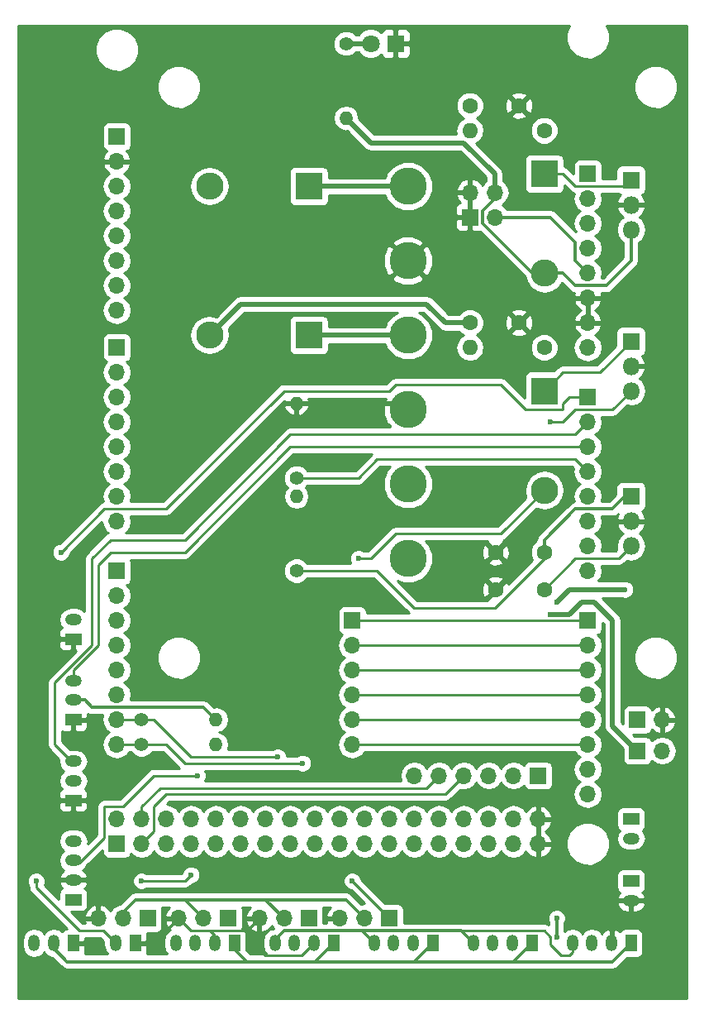
<source format=gbr>
G04 #@! TF.FileFunction,Copper,L2,Bot,Signal*
%FSLAX46Y46*%
G04 Gerber Fmt 4.6, Leading zero omitted, Abs format (unit mm)*
G04 Created by KiCad (PCBNEW 4.0.7) date 06/01/18 16:36:31*
%MOMM*%
%LPD*%
G01*
G04 APERTURE LIST*
%ADD10C,0.100000*%
%ADD11R,1.800000X1.800000*%
%ADD12C,1.800000*%
%ADD13R,1.700000X1.700000*%
%ADD14O,1.700000X1.700000*%
%ADD15R,1.200000X1.700000*%
%ADD16O,1.200000X1.700000*%
%ADD17R,1.700000X1.200000*%
%ADD18O,1.700000X1.200000*%
%ADD19C,1.400000*%
%ADD20O,1.400000X1.400000*%
%ADD21O,1.800000X1.800000*%
%ADD22C,1.600000*%
%ADD23R,2.800000X2.800000*%
%ADD24O,2.800000X2.800000*%
%ADD25C,3.810000*%
%ADD26O,1.600000X1.600000*%
%ADD27C,0.600000*%
%ADD28C,0.500000*%
%ADD29C,0.300000*%
%ADD30C,0.250000*%
%ADD31C,0.254000*%
G04 APERTURE END LIST*
D10*
D11*
X157480000Y-55245000D03*
D12*
X154940000Y-55245000D03*
D13*
X156845000Y-144780000D03*
D14*
X154305000Y-144780000D03*
X151765000Y-144780000D03*
D13*
X148590000Y-144780000D03*
D14*
X146050000Y-144780000D03*
X143510000Y-144780000D03*
D13*
X140335000Y-144780000D03*
D14*
X137795000Y-144780000D03*
X135255000Y-144780000D03*
D13*
X132080000Y-144780000D03*
D14*
X129540000Y-144780000D03*
X127000000Y-144780000D03*
D15*
X161290000Y-147320000D03*
D16*
X159290000Y-147320000D03*
X157290000Y-147320000D03*
X155290000Y-147320000D03*
D15*
X171450000Y-147320000D03*
D16*
X169450000Y-147320000D03*
X167450000Y-147320000D03*
X165450000Y-147320000D03*
D15*
X181610000Y-147320000D03*
D16*
X179610000Y-147320000D03*
X177610000Y-147320000D03*
X175610000Y-147320000D03*
D15*
X151130000Y-147320000D03*
D16*
X149130000Y-147320000D03*
X147130000Y-147320000D03*
X145130000Y-147320000D03*
D15*
X124460000Y-147320000D03*
D16*
X122460000Y-147320000D03*
X120460000Y-147320000D03*
D17*
X124460000Y-132715000D03*
D18*
X124460000Y-130715000D03*
X124460000Y-128715000D03*
D15*
X130810000Y-147320000D03*
D16*
X128810000Y-147320000D03*
D17*
X124460000Y-116205000D03*
D18*
X124460000Y-114205000D03*
D17*
X124460000Y-124460000D03*
D18*
X124460000Y-122460000D03*
X124460000Y-120460000D03*
D15*
X140970000Y-147320000D03*
D16*
X138970000Y-147320000D03*
X136970000Y-147320000D03*
X134970000Y-147320000D03*
D17*
X124460000Y-142875000D03*
D18*
X124460000Y-140875000D03*
X124460000Y-138875000D03*
X124460000Y-136875000D03*
D19*
X152400000Y-55245000D03*
D20*
X152400000Y-62865000D03*
D13*
X177165000Y-91440000D03*
D14*
X177165000Y-93980000D03*
X177165000Y-96520000D03*
X177165000Y-99060000D03*
X177165000Y-101600000D03*
X177165000Y-104140000D03*
X177165000Y-106680000D03*
X177165000Y-109220000D03*
D13*
X177165000Y-114300000D03*
D14*
X177165000Y-116840000D03*
X177165000Y-119380000D03*
X177165000Y-121920000D03*
X177165000Y-124460000D03*
X177165000Y-127000000D03*
X177165000Y-129540000D03*
X177165000Y-132080000D03*
D13*
X128905000Y-137160000D03*
D14*
X128905000Y-134620000D03*
X131445000Y-137160000D03*
X131445000Y-134620000D03*
X133985000Y-137160000D03*
X133985000Y-134620000D03*
X136525000Y-137160000D03*
X136525000Y-134620000D03*
X139065000Y-137160000D03*
X139065000Y-134620000D03*
X141605000Y-137160000D03*
X141605000Y-134620000D03*
X144145000Y-137160000D03*
X144145000Y-134620000D03*
X146685000Y-137160000D03*
X146685000Y-134620000D03*
X149225000Y-137160000D03*
X149225000Y-134620000D03*
X151765000Y-137160000D03*
X151765000Y-134620000D03*
X154305000Y-137160000D03*
X154305000Y-134620000D03*
X156845000Y-137160000D03*
X156845000Y-134620000D03*
X159385000Y-137160000D03*
X159385000Y-134620000D03*
X161925000Y-137160000D03*
X161925000Y-134620000D03*
X164465000Y-137160000D03*
X164465000Y-134620000D03*
X167005000Y-137160000D03*
X167005000Y-134620000D03*
X169545000Y-137160000D03*
X169545000Y-134620000D03*
X172085000Y-137160000D03*
X172085000Y-134620000D03*
D13*
X128905000Y-64770000D03*
D14*
X128905000Y-67310000D03*
X128905000Y-69850000D03*
X128905000Y-72390000D03*
X128905000Y-74930000D03*
X128905000Y-77470000D03*
X128905000Y-80010000D03*
X128905000Y-82550000D03*
D13*
X128905000Y-86360000D03*
D14*
X128905000Y-88900000D03*
X128905000Y-91440000D03*
X128905000Y-93980000D03*
X128905000Y-96520000D03*
X128905000Y-99060000D03*
X128905000Y-101600000D03*
X128905000Y-104140000D03*
D13*
X128905000Y-109220000D03*
D14*
X128905000Y-111760000D03*
X128905000Y-114300000D03*
X128905000Y-116840000D03*
X128905000Y-119380000D03*
X128905000Y-121920000D03*
X128905000Y-124460000D03*
X128905000Y-127000000D03*
D11*
X181610000Y-69215000D03*
D21*
X181610000Y-71755000D03*
X181610000Y-74295000D03*
D11*
X181610000Y-85725000D03*
D21*
X181610000Y-88265000D03*
X181610000Y-90805000D03*
D11*
X181610000Y-101600000D03*
D21*
X181610000Y-104140000D03*
X181610000Y-106680000D03*
D17*
X181610000Y-134620000D03*
D18*
X181610000Y-136620000D03*
D17*
X181610000Y-140970000D03*
D18*
X181610000Y-142970000D03*
D13*
X182245000Y-127635000D03*
D14*
X184785000Y-127635000D03*
D13*
X182245000Y-124460000D03*
D14*
X184785000Y-124460000D03*
D13*
X177165000Y-68580000D03*
D14*
X177165000Y-71120000D03*
X177165000Y-73660000D03*
X177165000Y-76200000D03*
X177165000Y-78740000D03*
X177165000Y-81280000D03*
X177165000Y-83820000D03*
X177165000Y-86360000D03*
D22*
X172720000Y-107315000D03*
X167720000Y-107315000D03*
X172720000Y-111125000D03*
X167720000Y-111125000D03*
X165100000Y-61595000D03*
X170100000Y-61595000D03*
X165100000Y-83820000D03*
X170100000Y-83820000D03*
D13*
X153035000Y-114300000D03*
D14*
X153035000Y-116840000D03*
X153035000Y-119380000D03*
X153035000Y-121920000D03*
X153035000Y-124460000D03*
X153035000Y-127000000D03*
D13*
X172085000Y-130175000D03*
D14*
X169545000Y-130175000D03*
X167005000Y-130175000D03*
X164465000Y-130175000D03*
X161925000Y-130175000D03*
X159385000Y-130175000D03*
D13*
X165100000Y-73025000D03*
D14*
X167640000Y-73025000D03*
X165100000Y-70485000D03*
X167640000Y-70485000D03*
D19*
X131445000Y-124460000D03*
D20*
X139065000Y-124460000D03*
D19*
X131445000Y-127000000D03*
D20*
X139065000Y-127000000D03*
D23*
X172720000Y-90805000D03*
D24*
X172720000Y-100965000D03*
D23*
X172720000Y-68580000D03*
D24*
X172720000Y-78740000D03*
D23*
X148590000Y-85090000D03*
D24*
X138430000Y-85090000D03*
D23*
X148590000Y-69850000D03*
D24*
X138430000Y-69850000D03*
D19*
X147320000Y-109220000D03*
D20*
X147320000Y-101600000D03*
D19*
X147320000Y-99695000D03*
D20*
X147320000Y-92075000D03*
D25*
X158750000Y-107950000D03*
X158750000Y-100330000D03*
X158750000Y-92710000D03*
X158750000Y-85090000D03*
X158750000Y-77470000D03*
X158750000Y-69850000D03*
D22*
X172720000Y-64135000D03*
D26*
X165100000Y-64135000D03*
D22*
X172720000Y-86360000D03*
D26*
X165100000Y-86360000D03*
D27*
X173355000Y-113665000D03*
X180975000Y-111125000D03*
X173990000Y-112395000D03*
X173990000Y-146685000D03*
X173990000Y-144780000D03*
X123190000Y-107315000D03*
X153035000Y-140970000D03*
X136525000Y-140335000D03*
X131445000Y-140970000D03*
X120650000Y-140970000D03*
X137160000Y-130175000D03*
X145415000Y-128270000D03*
X147955000Y-128905000D03*
X153670000Y-107950000D03*
X173355000Y-93980000D03*
D28*
X165100000Y-83820000D02*
X162560000Y-83820000D01*
X141605000Y-81915000D02*
X138430000Y-85090000D01*
X160655000Y-81915000D02*
X141605000Y-81915000D01*
X162560000Y-83820000D02*
X160655000Y-81915000D01*
D29*
X181610000Y-101600000D02*
X180975000Y-101600000D01*
X180975000Y-101600000D02*
X179705000Y-102870000D01*
X172720000Y-106045000D02*
X172720000Y-107315000D01*
X175895000Y-102870000D02*
X172720000Y-106045000D01*
X179705000Y-102870000D02*
X175895000Y-102870000D01*
D30*
X147320000Y-109220000D02*
X155575000Y-109220000D01*
X167640000Y-113030000D02*
X172720000Y-107950000D01*
X159385000Y-113030000D02*
X167640000Y-113030000D01*
X172720000Y-107950000D02*
X172720000Y-107315000D01*
X155575000Y-109220000D02*
X159385000Y-113030000D01*
D28*
X147320000Y-92075000D02*
X158115000Y-92075000D01*
X158115000Y-92075000D02*
X158750000Y-92710000D01*
D30*
X170100000Y-61595000D02*
X170180000Y-61595000D01*
X130810000Y-147320000D02*
X132715000Y-147320000D01*
X132715000Y-147320000D02*
X135255000Y-144780000D01*
X142240000Y-146050000D02*
X142240000Y-146685000D01*
X147860000Y-148590000D02*
X149130000Y-147320000D01*
X144145000Y-148590000D02*
X147860000Y-148590000D01*
X142240000Y-146685000D02*
X144145000Y-148590000D01*
X138430000Y-146050000D02*
X142240000Y-146050000D01*
X142240000Y-146050000D02*
X143510000Y-144780000D01*
X135255000Y-144780000D02*
X136525000Y-146050000D01*
X138430000Y-146050000D02*
X138970000Y-146590000D01*
X136525000Y-146050000D02*
X138430000Y-146050000D01*
X138970000Y-146590000D02*
X138970000Y-147320000D01*
D28*
X152400000Y-55245000D02*
X154940000Y-55245000D01*
X173355000Y-113665000D02*
X175260000Y-113665000D01*
X177800000Y-112395000D02*
X179705000Y-114300000D01*
X179705000Y-114300000D02*
X179705000Y-125095000D01*
X182245000Y-127635000D02*
X179705000Y-125095000D01*
X176530000Y-112395000D02*
X177800000Y-112395000D01*
X175260000Y-113665000D02*
X176530000Y-112395000D01*
X175260000Y-111125000D02*
X180975000Y-111125000D01*
X173990000Y-112395000D02*
X175260000Y-111125000D01*
D29*
X173990000Y-144780000D02*
X173990000Y-146685000D01*
X124460000Y-122460000D02*
X125635000Y-122460000D01*
X137795000Y-123190000D02*
X139065000Y-124460000D01*
X126365000Y-123190000D02*
X137795000Y-123190000D01*
X125635000Y-122460000D02*
X126365000Y-123190000D01*
X167640000Y-73025000D02*
X173355000Y-73025000D01*
X175895000Y-77470000D02*
X177165000Y-78740000D01*
X175895000Y-75565000D02*
X175895000Y-77470000D01*
X173355000Y-73025000D02*
X175895000Y-75565000D01*
X122460000Y-147320000D02*
X122460000Y-147860000D01*
X122460000Y-147860000D02*
X123825000Y-149225000D01*
X123825000Y-149225000D02*
X142240000Y-149225000D01*
X169545000Y-149225000D02*
X179705000Y-149225000D01*
X179705000Y-149225000D02*
X181610000Y-147320000D01*
X159385000Y-149225000D02*
X169545000Y-149225000D01*
X169545000Y-149225000D02*
X171450000Y-147320000D01*
X149225000Y-149225000D02*
X159385000Y-149225000D01*
X159385000Y-149225000D02*
X161290000Y-147320000D01*
X140970000Y-147320000D02*
X140970000Y-147955000D01*
X140970000Y-147955000D02*
X142240000Y-149225000D01*
X142240000Y-149225000D02*
X149225000Y-149225000D01*
X149225000Y-149225000D02*
X151130000Y-147320000D01*
D30*
X172720000Y-111125000D02*
X175895000Y-107950000D01*
X180340000Y-107950000D02*
X181610000Y-106680000D01*
X175895000Y-107950000D02*
X180340000Y-107950000D01*
X177165000Y-91440000D02*
X175260000Y-91440000D01*
X175260000Y-91440000D02*
X174625000Y-92075000D01*
X174625000Y-92075000D02*
X174625000Y-92710000D01*
X174625000Y-92710000D02*
X170815000Y-92710000D01*
X170815000Y-92710000D02*
X168275000Y-90170000D01*
X168275000Y-90170000D02*
X157480000Y-90170000D01*
X157480000Y-90170000D02*
X156845000Y-90805000D01*
X156845000Y-90805000D02*
X146050000Y-90805000D01*
X146050000Y-90805000D02*
X133985000Y-102870000D01*
X133985000Y-102870000D02*
X127635000Y-102870000D01*
X127635000Y-102870000D02*
X123190000Y-107315000D01*
X124460000Y-128715000D02*
X124270000Y-128715000D01*
X124270000Y-128715000D02*
X122555000Y-127000000D01*
X122555000Y-127000000D02*
X122555000Y-120648602D01*
X122555000Y-120648602D02*
X126365000Y-116838602D01*
X126365000Y-116838602D02*
X126365000Y-107950000D01*
X126365000Y-107950000D02*
X128270000Y-106045000D01*
X128270000Y-106045000D02*
X135890000Y-106045000D01*
X135890000Y-106045000D02*
X146685000Y-95250000D01*
X146685000Y-95250000D02*
X175895000Y-95250000D01*
X175895000Y-95250000D02*
X177165000Y-93980000D01*
X127000000Y-116840000D02*
X127000000Y-108585000D01*
X124460000Y-119380000D02*
X127000000Y-116840000D01*
X124460000Y-120460000D02*
X124460000Y-119380000D01*
X135890000Y-107315000D02*
X146685000Y-96520000D01*
X128270000Y-107315000D02*
X135890000Y-107315000D01*
X127000000Y-108585000D02*
X128270000Y-107315000D01*
X146685000Y-96520000D02*
X177165000Y-96520000D01*
X147320000Y-99695000D02*
X153670000Y-99695000D01*
X175895000Y-97790000D02*
X177165000Y-99060000D01*
X155575000Y-97790000D02*
X175895000Y-97790000D01*
X153670000Y-99695000D02*
X155575000Y-97790000D01*
X131445000Y-137160000D02*
X132715000Y-135890000D01*
X162560000Y-132080000D02*
X164465000Y-130175000D01*
X133985000Y-132080000D02*
X162560000Y-132080000D01*
X132715000Y-133350000D02*
X133985000Y-132080000D01*
X132715000Y-135890000D02*
X132715000Y-133350000D01*
X131445000Y-134620000D02*
X131445000Y-133350000D01*
X160655000Y-131445000D02*
X161925000Y-130175000D01*
X133350000Y-131445000D02*
X160655000Y-131445000D01*
X131445000Y-133350000D02*
X133350000Y-131445000D01*
X177165000Y-127000000D02*
X153035000Y-127000000D01*
X153035000Y-124460000D02*
X177165000Y-124460000D01*
X177165000Y-121920000D02*
X153035000Y-121920000D01*
X153035000Y-119380000D02*
X177165000Y-119380000D01*
X177165000Y-116840000D02*
X153035000Y-116840000D01*
X153035000Y-114300000D02*
X177165000Y-114300000D01*
X156845000Y-144780000D02*
X153035000Y-140970000D01*
X136525000Y-140335000D02*
X135890000Y-140970000D01*
X135890000Y-140970000D02*
X131445000Y-140970000D01*
X125095000Y-146050000D02*
X127540000Y-146050000D01*
X120650000Y-141605000D02*
X125095000Y-146050000D01*
X120650000Y-140970000D02*
X120650000Y-141605000D01*
X127540000Y-146050000D02*
X128810000Y-147320000D01*
X128270000Y-147320000D02*
X128810000Y-147320000D01*
X137160000Y-130175000D02*
X132715000Y-130175000D01*
X132715000Y-130175000D02*
X129540000Y-133350000D01*
X129540000Y-133350000D02*
X127635000Y-133350000D01*
X127635000Y-133350000D02*
X127635000Y-136525000D01*
X127635000Y-136525000D02*
X125095000Y-139065000D01*
X125095000Y-139065000D02*
X124460000Y-139065000D01*
X124460000Y-139065000D02*
X124460000Y-138875000D01*
X164180000Y-146050000D02*
X172720000Y-146050000D01*
X175610000Y-148240000D02*
X175610000Y-147320000D01*
X175260000Y-148590000D02*
X175610000Y-148240000D01*
X174465002Y-148590000D02*
X175260000Y-148590000D01*
X173355000Y-147479998D02*
X174465002Y-148590000D01*
X173355000Y-146685000D02*
X173355000Y-147479998D01*
X172720000Y-146050000D02*
X173355000Y-146685000D01*
X131445000Y-124460000D02*
X132715000Y-124460000D01*
X136525000Y-128270000D02*
X145415000Y-128270000D01*
X132715000Y-124460000D02*
X136525000Y-128270000D01*
X131445000Y-124460000D02*
X128905000Y-124460000D01*
D29*
X154020000Y-146050000D02*
X164180000Y-146050000D01*
X164180000Y-146050000D02*
X165450000Y-147320000D01*
X145130000Y-147320000D02*
X145130000Y-146970000D01*
X145130000Y-146970000D02*
X146050000Y-146050000D01*
X146050000Y-146050000D02*
X154020000Y-146050000D01*
X154020000Y-146050000D02*
X155290000Y-147320000D01*
D30*
X131445000Y-127000000D02*
X133985000Y-127000000D01*
X135890000Y-128905000D02*
X147955000Y-128905000D01*
X133985000Y-127000000D02*
X135890000Y-128905000D01*
X128905000Y-127000000D02*
X131445000Y-127000000D01*
X172720000Y-100965000D02*
X168275000Y-105410000D01*
X168275000Y-105410000D02*
X157480000Y-105410000D01*
X157480000Y-105410000D02*
X154940000Y-107950000D01*
X154940000Y-107950000D02*
X153670000Y-107950000D01*
X181610000Y-90805000D02*
X179705000Y-92710000D01*
X179705000Y-92710000D02*
X175895000Y-92710000D01*
X175895000Y-92710000D02*
X174625000Y-93980000D01*
X174625000Y-93980000D02*
X173355000Y-93980000D01*
D29*
X144145000Y-142875000D02*
X152400000Y-142875000D01*
X152400000Y-142875000D02*
X154305000Y-144780000D01*
X135890000Y-142875000D02*
X144145000Y-142875000D01*
X144145000Y-142875000D02*
X146050000Y-144780000D01*
X129540000Y-144780000D02*
X129540000Y-144145000D01*
X129540000Y-144145000D02*
X130810000Y-142875000D01*
X130810000Y-142875000D02*
X135890000Y-142875000D01*
X135890000Y-142875000D02*
X137795000Y-144780000D01*
D28*
X167640000Y-70485000D02*
X167640000Y-68580000D01*
X154940000Y-65405000D02*
X152400000Y-62865000D01*
X164465000Y-65405000D02*
X154940000Y-65405000D01*
X167640000Y-68580000D02*
X164465000Y-65405000D01*
D29*
X167640000Y-70485000D02*
X167640000Y-71120000D01*
X167640000Y-71120000D02*
X166370000Y-72390000D01*
X166370000Y-72390000D02*
X166370000Y-73660000D01*
X166370000Y-73660000D02*
X171450000Y-78740000D01*
X171450000Y-78740000D02*
X172720000Y-78740000D01*
X172720000Y-78740000D02*
X174625000Y-78740000D01*
X181610000Y-77470000D02*
X181610000Y-74295000D01*
X179070000Y-80010000D02*
X181610000Y-77470000D01*
X175895000Y-80010000D02*
X179070000Y-80010000D01*
X174625000Y-78740000D02*
X175895000Y-80010000D01*
D30*
X172720000Y-90805000D02*
X174625000Y-88900000D01*
X178435000Y-88900000D02*
X181610000Y-85725000D01*
X174625000Y-88900000D02*
X178435000Y-88900000D01*
X172720000Y-68580000D02*
X174625000Y-68580000D01*
X174625000Y-68580000D02*
X175895000Y-69850000D01*
X175895000Y-69850000D02*
X180975000Y-69850000D01*
X180975000Y-69850000D02*
X181610000Y-69215000D01*
D28*
X148590000Y-85090000D02*
X158750000Y-85090000D01*
X148590000Y-69850000D02*
X158750000Y-69850000D01*
D31*
G36*
X174930389Y-54163481D02*
X174929613Y-55052619D01*
X175269155Y-55874372D01*
X175897321Y-56503636D01*
X176718481Y-56844611D01*
X177607619Y-56845387D01*
X178429372Y-56505845D01*
X179058636Y-55877679D01*
X179399611Y-55056519D01*
X179400387Y-54167381D01*
X179079179Y-53390000D01*
X187275000Y-53390000D01*
X187275000Y-152985000D01*
X118795000Y-152985000D01*
X118795000Y-147040907D01*
X119225000Y-147040907D01*
X119225000Y-147599093D01*
X119319009Y-148071707D01*
X119586723Y-148472370D01*
X119987386Y-148740084D01*
X120460000Y-148834093D01*
X120932614Y-148740084D01*
X121333277Y-148472370D01*
X121460000Y-148282715D01*
X121586723Y-148472370D01*
X121987386Y-148740084D01*
X122290150Y-148800308D01*
X123269919Y-149780076D01*
X123269921Y-149780079D01*
X123524594Y-149950245D01*
X123825000Y-150010001D01*
X123825005Y-150010000D01*
X179705000Y-150010000D01*
X180005407Y-149950245D01*
X180260079Y-149780079D01*
X181222718Y-148817440D01*
X182210000Y-148817440D01*
X182445317Y-148773162D01*
X182661441Y-148634090D01*
X182806431Y-148421890D01*
X182857440Y-148170000D01*
X182857440Y-146470000D01*
X182813162Y-146234683D01*
X182674090Y-146018559D01*
X182461890Y-145873569D01*
X182210000Y-145822560D01*
X181010000Y-145822560D01*
X180774683Y-145866838D01*
X180558559Y-146005910D01*
X180454429Y-146158309D01*
X180439125Y-146138067D01*
X180019376Y-145891714D01*
X179927609Y-145876538D01*
X179737000Y-146001269D01*
X179737000Y-147193000D01*
X179757000Y-147193000D01*
X179757000Y-147447000D01*
X179737000Y-147447000D01*
X179737000Y-147467000D01*
X179483000Y-147467000D01*
X179483000Y-147447000D01*
X179463000Y-147447000D01*
X179463000Y-147193000D01*
X179483000Y-147193000D01*
X179483000Y-146001269D01*
X179292391Y-145876538D01*
X179200624Y-145891714D01*
X178780875Y-146138067D01*
X178612410Y-146360891D01*
X178483277Y-146167630D01*
X178082614Y-145899916D01*
X177610000Y-145805907D01*
X177137386Y-145899916D01*
X176736723Y-146167630D01*
X176610000Y-146357285D01*
X176483277Y-146167630D01*
X176082614Y-145899916D01*
X175610000Y-145805907D01*
X175137386Y-145899916D01*
X174775000Y-146142054D01*
X174775000Y-145317506D01*
X174782192Y-145310327D01*
X174924838Y-144966799D01*
X174925162Y-144594833D01*
X174783117Y-144251057D01*
X174520327Y-143987808D01*
X174176799Y-143845162D01*
X173804833Y-143844838D01*
X173461057Y-143986883D01*
X173197808Y-144249673D01*
X173055162Y-144593201D01*
X173054838Y-144965167D01*
X173196883Y-145308943D01*
X173205000Y-145317074D01*
X173205000Y-145477586D01*
X173010839Y-145347852D01*
X172720000Y-145290000D01*
X164305683Y-145290000D01*
X164180000Y-145265000D01*
X158342440Y-145265000D01*
X158342440Y-143930000D01*
X158298162Y-143694683D01*
X158159090Y-143478559D01*
X157946890Y-143333569D01*
X157719933Y-143287609D01*
X180166538Y-143287609D01*
X180181714Y-143379376D01*
X180428067Y-143799125D01*
X180816299Y-144092647D01*
X181287304Y-144215256D01*
X181483000Y-144052547D01*
X181483000Y-143097000D01*
X181737000Y-143097000D01*
X181737000Y-144052547D01*
X181932696Y-144215256D01*
X182403701Y-144092647D01*
X182791933Y-143799125D01*
X183038286Y-143379376D01*
X183053462Y-143287609D01*
X182928731Y-143097000D01*
X181737000Y-143097000D01*
X181483000Y-143097000D01*
X180291269Y-143097000D01*
X180166538Y-143287609D01*
X157719933Y-143287609D01*
X157695000Y-143282560D01*
X156422362Y-143282560D01*
X153970122Y-140830320D01*
X153970162Y-140784833D01*
X153828117Y-140441057D01*
X153757184Y-140370000D01*
X180112560Y-140370000D01*
X180112560Y-141570000D01*
X180156838Y-141805317D01*
X180295910Y-142021441D01*
X180448309Y-142125571D01*
X180428067Y-142140875D01*
X180181714Y-142560624D01*
X180166538Y-142652391D01*
X180291269Y-142843000D01*
X181483000Y-142843000D01*
X181483000Y-142823000D01*
X181737000Y-142823000D01*
X181737000Y-142843000D01*
X182928731Y-142843000D01*
X183053462Y-142652391D01*
X183038286Y-142560624D01*
X182791933Y-142140875D01*
X182770580Y-142124731D01*
X182911441Y-142034090D01*
X183056431Y-141821890D01*
X183107440Y-141570000D01*
X183107440Y-140370000D01*
X183063162Y-140134683D01*
X182924090Y-139918559D01*
X182711890Y-139773569D01*
X182460000Y-139722560D01*
X180760000Y-139722560D01*
X180524683Y-139766838D01*
X180308559Y-139905910D01*
X180163569Y-140118110D01*
X180112560Y-140370000D01*
X153757184Y-140370000D01*
X153565327Y-140177808D01*
X153221799Y-140035162D01*
X152849833Y-140034838D01*
X152506057Y-140176883D01*
X152242808Y-140439673D01*
X152100162Y-140783201D01*
X152099838Y-141155167D01*
X152241883Y-141498943D01*
X152504673Y-141762192D01*
X152848201Y-141904838D01*
X152895077Y-141904879D01*
X154264217Y-143274019D01*
X153968082Y-143332924D01*
X152955079Y-142319921D01*
X152700407Y-142149755D01*
X152400000Y-142090000D01*
X130810000Y-142090000D01*
X130509593Y-142149755D01*
X130254921Y-142319921D01*
X129251561Y-143323281D01*
X128971715Y-143378946D01*
X128489946Y-143700853D01*
X128262298Y-144041553D01*
X128195183Y-143898642D01*
X127766924Y-143508355D01*
X127356890Y-143338524D01*
X127127000Y-143459845D01*
X127127000Y-144653000D01*
X127147000Y-144653000D01*
X127147000Y-144907000D01*
X127127000Y-144907000D01*
X127127000Y-144927000D01*
X126873000Y-144927000D01*
X126873000Y-144907000D01*
X125679181Y-144907000D01*
X125558514Y-145136892D01*
X125630418Y-145290000D01*
X125409802Y-145290000D01*
X124542910Y-144423108D01*
X125558514Y-144423108D01*
X125679181Y-144653000D01*
X126873000Y-144653000D01*
X126873000Y-143459845D01*
X126643110Y-143338524D01*
X126233076Y-143508355D01*
X125804817Y-143898642D01*
X125558514Y-144423108D01*
X124542910Y-144423108D01*
X124242242Y-144122440D01*
X125310000Y-144122440D01*
X125545317Y-144078162D01*
X125761441Y-143939090D01*
X125906431Y-143726890D01*
X125957440Y-143475000D01*
X125957440Y-142275000D01*
X125913162Y-142039683D01*
X125774090Y-141823559D01*
X125621691Y-141719429D01*
X125641933Y-141704125D01*
X125888286Y-141284376D01*
X125903462Y-141192609D01*
X125878961Y-141155167D01*
X130509838Y-141155167D01*
X130651883Y-141498943D01*
X130914673Y-141762192D01*
X131258201Y-141904838D01*
X131630167Y-141905162D01*
X131973943Y-141763117D01*
X132007118Y-141730000D01*
X135890000Y-141730000D01*
X136180839Y-141672148D01*
X136427401Y-141507401D01*
X136664680Y-141270122D01*
X136710167Y-141270162D01*
X137053943Y-141128117D01*
X137317192Y-140865327D01*
X137459838Y-140521799D01*
X137460162Y-140149833D01*
X137318117Y-139806057D01*
X137055327Y-139542808D01*
X136711799Y-139400162D01*
X136339833Y-139399838D01*
X135996057Y-139541883D01*
X135732808Y-139804673D01*
X135590162Y-140148201D01*
X135590121Y-140195077D01*
X135575198Y-140210000D01*
X132007463Y-140210000D01*
X131975327Y-140177808D01*
X131631799Y-140035162D01*
X131259833Y-140034838D01*
X130916057Y-140176883D01*
X130652808Y-140439673D01*
X130510162Y-140783201D01*
X130509838Y-141155167D01*
X125878961Y-141155167D01*
X125778731Y-141002000D01*
X124587000Y-141002000D01*
X124587000Y-141022000D01*
X124333000Y-141022000D01*
X124333000Y-141002000D01*
X123141269Y-141002000D01*
X123016538Y-141192609D01*
X123031714Y-141284376D01*
X123278067Y-141704125D01*
X123299420Y-141720269D01*
X123158559Y-141810910D01*
X123013569Y-142023110D01*
X122962560Y-142275000D01*
X122962560Y-142842758D01*
X121494400Y-141374598D01*
X121584838Y-141156799D01*
X121585162Y-140784833D01*
X121443117Y-140441057D01*
X121180327Y-140177808D01*
X120836799Y-140035162D01*
X120464833Y-140034838D01*
X120121057Y-140176883D01*
X119857808Y-140439673D01*
X119715162Y-140783201D01*
X119714838Y-141155167D01*
X119856883Y-141498943D01*
X119890000Y-141532118D01*
X119890000Y-141605000D01*
X119947852Y-141895839D01*
X120112599Y-142142401D01*
X123805198Y-145835000D01*
X123733691Y-145835000D01*
X123500302Y-145931673D01*
X123321673Y-146110301D01*
X123305590Y-146149130D01*
X122932614Y-145899916D01*
X122460000Y-145805907D01*
X121987386Y-145899916D01*
X121586723Y-146167630D01*
X121460000Y-146357285D01*
X121333277Y-146167630D01*
X120932614Y-145899916D01*
X120460000Y-145805907D01*
X119987386Y-145899916D01*
X119586723Y-146167630D01*
X119319009Y-146568293D01*
X119225000Y-147040907D01*
X118795000Y-147040907D01*
X118795000Y-133000750D01*
X122975000Y-133000750D01*
X122975000Y-133441309D01*
X123071673Y-133674698D01*
X123250301Y-133853327D01*
X123483690Y-133950000D01*
X124174250Y-133950000D01*
X124333000Y-133791250D01*
X124333000Y-132842000D01*
X124587000Y-132842000D01*
X124587000Y-133791250D01*
X124745750Y-133950000D01*
X125436310Y-133950000D01*
X125669699Y-133853327D01*
X125848327Y-133674698D01*
X125945000Y-133441309D01*
X125945000Y-133000750D01*
X125786250Y-132842000D01*
X124587000Y-132842000D01*
X124333000Y-132842000D01*
X123133750Y-132842000D01*
X122975000Y-133000750D01*
X118795000Y-133000750D01*
X118795000Y-120648602D01*
X121795000Y-120648602D01*
X121795000Y-127000000D01*
X121852852Y-127290839D01*
X122017599Y-127537401D01*
X122987267Y-128507069D01*
X122945907Y-128715000D01*
X123039916Y-129187614D01*
X123307630Y-129588277D01*
X123497285Y-129715000D01*
X123307630Y-129841723D01*
X123039916Y-130242386D01*
X122945907Y-130715000D01*
X123039916Y-131187614D01*
X123289130Y-131560590D01*
X123250301Y-131576673D01*
X123071673Y-131755302D01*
X122975000Y-131988691D01*
X122975000Y-132429250D01*
X123133750Y-132588000D01*
X124333000Y-132588000D01*
X124333000Y-132568000D01*
X124587000Y-132568000D01*
X124587000Y-132588000D01*
X125786250Y-132588000D01*
X125945000Y-132429250D01*
X125945000Y-131988691D01*
X125848327Y-131755302D01*
X125669699Y-131576673D01*
X125630870Y-131560590D01*
X125880084Y-131187614D01*
X125974093Y-130715000D01*
X125880084Y-130242386D01*
X125612370Y-129841723D01*
X125422715Y-129715000D01*
X125612370Y-129588277D01*
X125880084Y-129187614D01*
X125974093Y-128715000D01*
X125880084Y-128242386D01*
X125612370Y-127841723D01*
X125211707Y-127574009D01*
X124739093Y-127480000D01*
X124180907Y-127480000D01*
X124121599Y-127491797D01*
X123315000Y-126685198D01*
X123315000Y-125625126D01*
X123483690Y-125695000D01*
X124174250Y-125695000D01*
X124333000Y-125536250D01*
X124333000Y-124587000D01*
X124587000Y-124587000D01*
X124587000Y-125536250D01*
X124745750Y-125695000D01*
X125436310Y-125695000D01*
X125669699Y-125598327D01*
X125848327Y-125419698D01*
X125945000Y-125186309D01*
X125945000Y-124745750D01*
X125786250Y-124587000D01*
X124587000Y-124587000D01*
X124333000Y-124587000D01*
X124313000Y-124587000D01*
X124313000Y-124333000D01*
X124333000Y-124333000D01*
X124333000Y-124313000D01*
X124587000Y-124313000D01*
X124587000Y-124333000D01*
X125786250Y-124333000D01*
X125945000Y-124174250D01*
X125945000Y-123835335D01*
X126064594Y-123915245D01*
X126365000Y-123975000D01*
X127487380Y-123975000D01*
X127390907Y-124460000D01*
X127503946Y-125028285D01*
X127825853Y-125510054D01*
X128155026Y-125730000D01*
X127825853Y-125949946D01*
X127503946Y-126431715D01*
X127390907Y-127000000D01*
X127503946Y-127568285D01*
X127825853Y-128050054D01*
X128307622Y-128371961D01*
X128875907Y-128485000D01*
X128934093Y-128485000D01*
X129502378Y-128371961D01*
X129984147Y-128050054D01*
X130177954Y-127760000D01*
X130317345Y-127760000D01*
X130687796Y-128131098D01*
X131178287Y-128334768D01*
X131709383Y-128335231D01*
X132200229Y-128132418D01*
X132573297Y-127760000D01*
X133670198Y-127760000D01*
X135325198Y-129415000D01*
X132715000Y-129415000D01*
X132424161Y-129472852D01*
X132177599Y-129637599D01*
X129225198Y-132590000D01*
X127635000Y-132590000D01*
X127344161Y-132647852D01*
X127097599Y-132812599D01*
X126932852Y-133059161D01*
X126875000Y-133350000D01*
X126875000Y-136210198D01*
X125915467Y-137169731D01*
X125974093Y-136875000D01*
X125880084Y-136402386D01*
X125612370Y-136001723D01*
X125211707Y-135734009D01*
X124739093Y-135640000D01*
X124180907Y-135640000D01*
X123708293Y-135734009D01*
X123307630Y-136001723D01*
X123039916Y-136402386D01*
X122945907Y-136875000D01*
X123039916Y-137347614D01*
X123307630Y-137748277D01*
X123497285Y-137875000D01*
X123307630Y-138001723D01*
X123039916Y-138402386D01*
X122945907Y-138875000D01*
X123039916Y-139347614D01*
X123307630Y-139748277D01*
X123500891Y-139877410D01*
X123278067Y-140045875D01*
X123031714Y-140465624D01*
X123016538Y-140557391D01*
X123141269Y-140748000D01*
X124333000Y-140748000D01*
X124333000Y-140728000D01*
X124587000Y-140728000D01*
X124587000Y-140748000D01*
X125778731Y-140748000D01*
X125903462Y-140557391D01*
X125888286Y-140465624D01*
X125641933Y-140045875D01*
X125419109Y-139877410D01*
X125612370Y-139748277D01*
X125865779Y-139369023D01*
X127407560Y-137827242D01*
X127407560Y-138010000D01*
X127451838Y-138245317D01*
X127590910Y-138461441D01*
X127803110Y-138606431D01*
X128055000Y-138657440D01*
X129755000Y-138657440D01*
X129990317Y-138613162D01*
X130206441Y-138474090D01*
X130351431Y-138261890D01*
X130365086Y-138194459D01*
X130394946Y-138239147D01*
X130876715Y-138561054D01*
X131445000Y-138674093D01*
X132013285Y-138561054D01*
X132495054Y-138239147D01*
X132715000Y-137909974D01*
X132934946Y-138239147D01*
X133416715Y-138561054D01*
X133985000Y-138674093D01*
X134553285Y-138561054D01*
X135035054Y-138239147D01*
X135255000Y-137909974D01*
X135474946Y-138239147D01*
X135956715Y-138561054D01*
X136525000Y-138674093D01*
X137093285Y-138561054D01*
X137575054Y-138239147D01*
X137795000Y-137909974D01*
X138014946Y-138239147D01*
X138496715Y-138561054D01*
X139065000Y-138674093D01*
X139633285Y-138561054D01*
X140115054Y-138239147D01*
X140335000Y-137909974D01*
X140554946Y-138239147D01*
X141036715Y-138561054D01*
X141605000Y-138674093D01*
X142173285Y-138561054D01*
X142655054Y-138239147D01*
X142875000Y-137909974D01*
X143094946Y-138239147D01*
X143576715Y-138561054D01*
X144145000Y-138674093D01*
X144713285Y-138561054D01*
X145195054Y-138239147D01*
X145415000Y-137909974D01*
X145634946Y-138239147D01*
X146116715Y-138561054D01*
X146685000Y-138674093D01*
X147253285Y-138561054D01*
X147735054Y-138239147D01*
X147955000Y-137909974D01*
X148174946Y-138239147D01*
X148656715Y-138561054D01*
X149225000Y-138674093D01*
X149793285Y-138561054D01*
X150275054Y-138239147D01*
X150495000Y-137909974D01*
X150714946Y-138239147D01*
X151196715Y-138561054D01*
X151765000Y-138674093D01*
X152333285Y-138561054D01*
X152815054Y-138239147D01*
X153035000Y-137909974D01*
X153254946Y-138239147D01*
X153736715Y-138561054D01*
X154305000Y-138674093D01*
X154873285Y-138561054D01*
X155355054Y-138239147D01*
X155575000Y-137909974D01*
X155794946Y-138239147D01*
X156276715Y-138561054D01*
X156845000Y-138674093D01*
X157413285Y-138561054D01*
X157895054Y-138239147D01*
X158115000Y-137909974D01*
X158334946Y-138239147D01*
X158816715Y-138561054D01*
X159385000Y-138674093D01*
X159953285Y-138561054D01*
X160435054Y-138239147D01*
X160655000Y-137909974D01*
X160874946Y-138239147D01*
X161356715Y-138561054D01*
X161925000Y-138674093D01*
X162493285Y-138561054D01*
X162975054Y-138239147D01*
X163195000Y-137909974D01*
X163414946Y-138239147D01*
X163896715Y-138561054D01*
X164465000Y-138674093D01*
X165033285Y-138561054D01*
X165515054Y-138239147D01*
X165735000Y-137909974D01*
X165954946Y-138239147D01*
X166436715Y-138561054D01*
X167005000Y-138674093D01*
X167573285Y-138561054D01*
X168055054Y-138239147D01*
X168275000Y-137909974D01*
X168494946Y-138239147D01*
X168976715Y-138561054D01*
X169545000Y-138674093D01*
X170113285Y-138561054D01*
X170595054Y-138239147D01*
X170822702Y-137898447D01*
X170889817Y-138041358D01*
X171318076Y-138431645D01*
X171728110Y-138601476D01*
X171958000Y-138480155D01*
X171958000Y-137287000D01*
X172212000Y-137287000D01*
X172212000Y-138480155D01*
X172441890Y-138601476D01*
X172851924Y-138431645D01*
X173280183Y-138041358D01*
X173486226Y-137602619D01*
X174929613Y-137602619D01*
X175269155Y-138424372D01*
X175897321Y-139053636D01*
X176718481Y-139394611D01*
X177607619Y-139395387D01*
X178429372Y-139055845D01*
X179058636Y-138427679D01*
X179399611Y-137606519D01*
X179400387Y-136717381D01*
X179360150Y-136620000D01*
X180095907Y-136620000D01*
X180189916Y-137092614D01*
X180457630Y-137493277D01*
X180858293Y-137760991D01*
X181330907Y-137855000D01*
X181889093Y-137855000D01*
X182361707Y-137760991D01*
X182762370Y-137493277D01*
X183030084Y-137092614D01*
X183124093Y-136620000D01*
X183030084Y-136147386D01*
X182777926Y-135770004D01*
X182911441Y-135684090D01*
X183056431Y-135471890D01*
X183107440Y-135220000D01*
X183107440Y-134020000D01*
X183063162Y-133784683D01*
X182924090Y-133568559D01*
X182711890Y-133423569D01*
X182460000Y-133372560D01*
X180760000Y-133372560D01*
X180524683Y-133416838D01*
X180308559Y-133555910D01*
X180163569Y-133768110D01*
X180112560Y-134020000D01*
X180112560Y-135220000D01*
X180156838Y-135455317D01*
X180295910Y-135671441D01*
X180441475Y-135770901D01*
X180189916Y-136147386D01*
X180095907Y-136620000D01*
X179360150Y-136620000D01*
X179060845Y-135895628D01*
X178432679Y-135266364D01*
X177611519Y-134925389D01*
X176722381Y-134924613D01*
X175900628Y-135264155D01*
X175271364Y-135892321D01*
X174930389Y-136713481D01*
X174929613Y-137602619D01*
X173486226Y-137602619D01*
X173526486Y-137516892D01*
X173405819Y-137287000D01*
X172212000Y-137287000D01*
X171958000Y-137287000D01*
X171938000Y-137287000D01*
X171938000Y-137033000D01*
X171958000Y-137033000D01*
X171958000Y-134747000D01*
X172212000Y-134747000D01*
X172212000Y-137033000D01*
X173405819Y-137033000D01*
X173526486Y-136803108D01*
X173280183Y-136278642D01*
X172853729Y-135890000D01*
X173280183Y-135501358D01*
X173526486Y-134976892D01*
X173405819Y-134747000D01*
X172212000Y-134747000D01*
X171958000Y-134747000D01*
X171938000Y-134747000D01*
X171938000Y-134493000D01*
X171958000Y-134493000D01*
X171958000Y-133299845D01*
X172212000Y-133299845D01*
X172212000Y-134493000D01*
X173405819Y-134493000D01*
X173526486Y-134263108D01*
X173280183Y-133738642D01*
X172851924Y-133348355D01*
X172441890Y-133178524D01*
X172212000Y-133299845D01*
X171958000Y-133299845D01*
X171728110Y-133178524D01*
X171318076Y-133348355D01*
X170889817Y-133738642D01*
X170822702Y-133881553D01*
X170595054Y-133540853D01*
X170113285Y-133218946D01*
X169545000Y-133105907D01*
X168976715Y-133218946D01*
X168494946Y-133540853D01*
X168275000Y-133870026D01*
X168055054Y-133540853D01*
X167573285Y-133218946D01*
X167005000Y-133105907D01*
X166436715Y-133218946D01*
X165954946Y-133540853D01*
X165735000Y-133870026D01*
X165515054Y-133540853D01*
X165033285Y-133218946D01*
X164465000Y-133105907D01*
X163896715Y-133218946D01*
X163414946Y-133540853D01*
X163195000Y-133870026D01*
X162975054Y-133540853D01*
X162493285Y-133218946D01*
X161925000Y-133105907D01*
X161356715Y-133218946D01*
X160874946Y-133540853D01*
X160655000Y-133870026D01*
X160435054Y-133540853D01*
X159953285Y-133218946D01*
X159385000Y-133105907D01*
X158816715Y-133218946D01*
X158334946Y-133540853D01*
X158115000Y-133870026D01*
X157895054Y-133540853D01*
X157413285Y-133218946D01*
X156845000Y-133105907D01*
X156276715Y-133218946D01*
X155794946Y-133540853D01*
X155575000Y-133870026D01*
X155355054Y-133540853D01*
X154873285Y-133218946D01*
X154305000Y-133105907D01*
X153736715Y-133218946D01*
X153254946Y-133540853D01*
X153035000Y-133870026D01*
X152815054Y-133540853D01*
X152333285Y-133218946D01*
X151765000Y-133105907D01*
X151196715Y-133218946D01*
X150714946Y-133540853D01*
X150495000Y-133870026D01*
X150275054Y-133540853D01*
X149793285Y-133218946D01*
X149225000Y-133105907D01*
X148656715Y-133218946D01*
X148174946Y-133540853D01*
X147955000Y-133870026D01*
X147735054Y-133540853D01*
X147253285Y-133218946D01*
X146685000Y-133105907D01*
X146116715Y-133218946D01*
X145634946Y-133540853D01*
X145415000Y-133870026D01*
X145195054Y-133540853D01*
X144713285Y-133218946D01*
X144145000Y-133105907D01*
X143576715Y-133218946D01*
X143094946Y-133540853D01*
X142875000Y-133870026D01*
X142655054Y-133540853D01*
X142173285Y-133218946D01*
X141605000Y-133105907D01*
X141036715Y-133218946D01*
X140554946Y-133540853D01*
X140335000Y-133870026D01*
X140115054Y-133540853D01*
X139633285Y-133218946D01*
X139065000Y-133105907D01*
X138496715Y-133218946D01*
X138014946Y-133540853D01*
X137795000Y-133870026D01*
X137575054Y-133540853D01*
X137093285Y-133218946D01*
X136525000Y-133105907D01*
X135956715Y-133218946D01*
X135474946Y-133540853D01*
X135255000Y-133870026D01*
X135035054Y-133540853D01*
X134553285Y-133218946D01*
X134025783Y-133114019D01*
X134299802Y-132840000D01*
X162560000Y-132840000D01*
X162850839Y-132782148D01*
X163097401Y-132617401D01*
X164098592Y-131616210D01*
X164465000Y-131689093D01*
X165033285Y-131576054D01*
X165515054Y-131254147D01*
X165735000Y-130924974D01*
X165954946Y-131254147D01*
X166436715Y-131576054D01*
X167005000Y-131689093D01*
X167573285Y-131576054D01*
X168055054Y-131254147D01*
X168275000Y-130924974D01*
X168494946Y-131254147D01*
X168976715Y-131576054D01*
X169545000Y-131689093D01*
X170113285Y-131576054D01*
X170595054Y-131254147D01*
X170622850Y-131212548D01*
X170631838Y-131260317D01*
X170770910Y-131476441D01*
X170983110Y-131621431D01*
X171235000Y-131672440D01*
X172935000Y-131672440D01*
X173170317Y-131628162D01*
X173386441Y-131489090D01*
X173531431Y-131276890D01*
X173582440Y-131025000D01*
X173582440Y-129325000D01*
X173538162Y-129089683D01*
X173399090Y-128873559D01*
X173186890Y-128728569D01*
X172935000Y-128677560D01*
X171235000Y-128677560D01*
X170999683Y-128721838D01*
X170783559Y-128860910D01*
X170638569Y-129073110D01*
X170624914Y-129140541D01*
X170595054Y-129095853D01*
X170113285Y-128773946D01*
X169545000Y-128660907D01*
X168976715Y-128773946D01*
X168494946Y-129095853D01*
X168275000Y-129425026D01*
X168055054Y-129095853D01*
X167573285Y-128773946D01*
X167005000Y-128660907D01*
X166436715Y-128773946D01*
X165954946Y-129095853D01*
X165735000Y-129425026D01*
X165515054Y-129095853D01*
X165033285Y-128773946D01*
X164465000Y-128660907D01*
X163896715Y-128773946D01*
X163414946Y-129095853D01*
X163195000Y-129425026D01*
X162975054Y-129095853D01*
X162493285Y-128773946D01*
X161925000Y-128660907D01*
X161356715Y-128773946D01*
X160874946Y-129095853D01*
X160655000Y-129425026D01*
X160435054Y-129095853D01*
X159953285Y-128773946D01*
X159385000Y-128660907D01*
X158816715Y-128773946D01*
X158334946Y-129095853D01*
X158013039Y-129577622D01*
X157900000Y-130145907D01*
X157900000Y-130204093D01*
X157995658Y-130685000D01*
X137960633Y-130685000D01*
X138094838Y-130361799D01*
X138095162Y-129989833D01*
X137960944Y-129665000D01*
X147392537Y-129665000D01*
X147424673Y-129697192D01*
X147768201Y-129839838D01*
X148140167Y-129840162D01*
X148483943Y-129698117D01*
X148747192Y-129435327D01*
X148889838Y-129091799D01*
X148890162Y-128719833D01*
X148748117Y-128376057D01*
X148485327Y-128112808D01*
X148141799Y-127970162D01*
X147769833Y-127969838D01*
X147426057Y-128111883D01*
X147392882Y-128145000D01*
X146350110Y-128145000D01*
X146350162Y-128084833D01*
X146208117Y-127741057D01*
X145945327Y-127477808D01*
X145601799Y-127335162D01*
X145229833Y-127334838D01*
X144886057Y-127476883D01*
X144852882Y-127510000D01*
X140324708Y-127510000D01*
X140426154Y-127000000D01*
X140324533Y-126489118D01*
X140035142Y-126056012D01*
X139602036Y-125766621D01*
X139417930Y-125730000D01*
X139602036Y-125693379D01*
X140035142Y-125403988D01*
X140324533Y-124970882D01*
X140426154Y-124460000D01*
X140324533Y-123949118D01*
X140035142Y-123516012D01*
X139602036Y-123226621D01*
X139091154Y-123125000D01*
X139038846Y-123125000D01*
X138873123Y-123157965D01*
X138350079Y-122634921D01*
X138095407Y-122464755D01*
X137795000Y-122405000D01*
X130322620Y-122405000D01*
X130419093Y-121920000D01*
X130306054Y-121351715D01*
X129984147Y-120869946D01*
X129654974Y-120650000D01*
X129984147Y-120430054D01*
X130306054Y-119948285D01*
X130419093Y-119380000D01*
X130306054Y-118811715D01*
X130132932Y-118552619D01*
X133019613Y-118552619D01*
X133359155Y-119374372D01*
X133987321Y-120003636D01*
X134808481Y-120344611D01*
X135697619Y-120345387D01*
X136519372Y-120005845D01*
X137148636Y-119377679D01*
X137489611Y-118556519D01*
X137490387Y-117667381D01*
X137150845Y-116845628D01*
X136522679Y-116216364D01*
X135701519Y-115875389D01*
X134812381Y-115874613D01*
X133990628Y-116214155D01*
X133361364Y-116842321D01*
X133020389Y-117663481D01*
X133019613Y-118552619D01*
X130132932Y-118552619D01*
X129984147Y-118329946D01*
X129654974Y-118110000D01*
X129984147Y-117890054D01*
X130306054Y-117408285D01*
X130419093Y-116840000D01*
X130306054Y-116271715D01*
X129984147Y-115789946D01*
X129654974Y-115570000D01*
X129984147Y-115350054D01*
X130306054Y-114868285D01*
X130419093Y-114300000D01*
X130306054Y-113731715D01*
X129984147Y-113249946D01*
X129654974Y-113030000D01*
X129984147Y-112810054D01*
X130306054Y-112328285D01*
X130419093Y-111760000D01*
X130306054Y-111191715D01*
X129984147Y-110709946D01*
X129942548Y-110682150D01*
X129990317Y-110673162D01*
X130206441Y-110534090D01*
X130351431Y-110321890D01*
X130402440Y-110070000D01*
X130402440Y-108370000D01*
X130358162Y-108134683D01*
X130319757Y-108075000D01*
X135890000Y-108075000D01*
X136180839Y-108017148D01*
X136427401Y-107852401D01*
X146999802Y-97280000D01*
X155010198Y-97280000D01*
X153355198Y-98935000D01*
X148447655Y-98935000D01*
X148077204Y-98563902D01*
X147586713Y-98360232D01*
X147055617Y-98359769D01*
X146564771Y-98562582D01*
X146188902Y-98937796D01*
X145985232Y-99428287D01*
X145984769Y-99959383D01*
X146187582Y-100450229D01*
X146372358Y-100635327D01*
X146086621Y-101062964D01*
X145985000Y-101573846D01*
X145985000Y-101626154D01*
X146086621Y-102137036D01*
X146376012Y-102570142D01*
X146809118Y-102859533D01*
X147320000Y-102961154D01*
X147830882Y-102859533D01*
X148263988Y-102570142D01*
X148553379Y-102137036D01*
X148655000Y-101626154D01*
X148655000Y-101573846D01*
X148553379Y-101062964D01*
X148267647Y-100635335D01*
X148448297Y-100455000D01*
X153670000Y-100455000D01*
X153960839Y-100397148D01*
X154207401Y-100232401D01*
X155889802Y-98550000D01*
X156937868Y-98550000D01*
X156597948Y-98889327D01*
X156210441Y-99822546D01*
X156209560Y-100833021D01*
X156595437Y-101766915D01*
X157309327Y-102482052D01*
X158242546Y-102869559D01*
X159253021Y-102870440D01*
X160186915Y-102484563D01*
X160902052Y-101770673D01*
X161289559Y-100837454D01*
X161290440Y-99826979D01*
X160904563Y-98893085D01*
X160562076Y-98550000D01*
X175580198Y-98550000D01*
X175723790Y-98693592D01*
X175650907Y-99060000D01*
X175763946Y-99628285D01*
X176085853Y-100110054D01*
X176415026Y-100330000D01*
X176085853Y-100549946D01*
X175763946Y-101031715D01*
X175650907Y-101600000D01*
X175752998Y-102113246D01*
X175594593Y-102144755D01*
X175339921Y-102314921D01*
X172164921Y-105489921D01*
X171994755Y-105744593D01*
X171984142Y-105797948D01*
X171935000Y-106045000D01*
X171935000Y-106086683D01*
X171908200Y-106097757D01*
X171504176Y-106501077D01*
X171285250Y-107028309D01*
X171284752Y-107599187D01*
X171492711Y-108102487D01*
X169047187Y-110548011D01*
X168973864Y-110370995D01*
X168727745Y-110296861D01*
X167899605Y-111125000D01*
X167913748Y-111139142D01*
X167734142Y-111318748D01*
X167720000Y-111304605D01*
X166891861Y-112132745D01*
X166933204Y-112270000D01*
X159699802Y-112270000D01*
X158338025Y-110908223D01*
X166273035Y-110908223D01*
X166300222Y-111478454D01*
X166466136Y-111879005D01*
X166712255Y-111953139D01*
X167540395Y-111125000D01*
X166712255Y-110296861D01*
X166466136Y-110370995D01*
X166273035Y-110908223D01*
X158338025Y-110908223D01*
X157689869Y-110260067D01*
X158242546Y-110489559D01*
X159253021Y-110490440D01*
X160156198Y-110117255D01*
X166891861Y-110117255D01*
X167720000Y-110945395D01*
X168548139Y-110117255D01*
X168474005Y-109871136D01*
X167936777Y-109678035D01*
X167366546Y-109705222D01*
X166965995Y-109871136D01*
X166891861Y-110117255D01*
X160156198Y-110117255D01*
X160186915Y-110104563D01*
X160902052Y-109390673D01*
X161289559Y-108457454D01*
X161289676Y-108322745D01*
X166891861Y-108322745D01*
X166965995Y-108568864D01*
X167503223Y-108761965D01*
X168073454Y-108734778D01*
X168474005Y-108568864D01*
X168548139Y-108322745D01*
X167720000Y-107494605D01*
X166891861Y-108322745D01*
X161289676Y-108322745D01*
X161290440Y-107446979D01*
X161146338Y-107098223D01*
X166273035Y-107098223D01*
X166300222Y-107668454D01*
X166466136Y-108069005D01*
X166712255Y-108143139D01*
X167540395Y-107315000D01*
X167899605Y-107315000D01*
X168727745Y-108143139D01*
X168973864Y-108069005D01*
X169166965Y-107531777D01*
X169139778Y-106961546D01*
X168973864Y-106560995D01*
X168727745Y-106486861D01*
X167899605Y-107315000D01*
X167540395Y-107315000D01*
X166712255Y-106486861D01*
X166466136Y-106560995D01*
X166273035Y-107098223D01*
X161146338Y-107098223D01*
X160904563Y-106513085D01*
X160562076Y-106170000D01*
X166933204Y-106170000D01*
X166891861Y-106307255D01*
X167720000Y-107135395D01*
X168548139Y-106307255D01*
X168493693Y-106126499D01*
X168565839Y-106112148D01*
X168812401Y-105947401D01*
X171901435Y-102858367D01*
X171941239Y-102884963D01*
X172720000Y-103039868D01*
X173498761Y-102884963D01*
X174158962Y-102443830D01*
X174600095Y-101783629D01*
X174755000Y-101004868D01*
X174755000Y-100925132D01*
X174600095Y-100146371D01*
X174158962Y-99486170D01*
X173498761Y-99045037D01*
X172720000Y-98890132D01*
X171941239Y-99045037D01*
X171281038Y-99486170D01*
X170839905Y-100146371D01*
X170685000Y-100925132D01*
X170685000Y-101004868D01*
X170837692Y-101772506D01*
X167960198Y-104650000D01*
X157480000Y-104650000D01*
X157237414Y-104698254D01*
X157189160Y-104707852D01*
X156942599Y-104872599D01*
X154625198Y-107190000D01*
X154232463Y-107190000D01*
X154200327Y-107157808D01*
X153856799Y-107015162D01*
X153484833Y-107014838D01*
X153141057Y-107156883D01*
X152877808Y-107419673D01*
X152735162Y-107763201D01*
X152734838Y-108135167D01*
X152869056Y-108460000D01*
X148447655Y-108460000D01*
X148077204Y-108088902D01*
X147586713Y-107885232D01*
X147055617Y-107884769D01*
X146564771Y-108087582D01*
X146188902Y-108462796D01*
X145985232Y-108953287D01*
X145984769Y-109484383D01*
X146187582Y-109975229D01*
X146562796Y-110351098D01*
X147053287Y-110554768D01*
X147584383Y-110555231D01*
X148075229Y-110352418D01*
X148448297Y-109980000D01*
X155260198Y-109980000D01*
X158820198Y-113540000D01*
X154532440Y-113540000D01*
X154532440Y-113450000D01*
X154488162Y-113214683D01*
X154349090Y-112998559D01*
X154136890Y-112853569D01*
X153885000Y-112802560D01*
X152185000Y-112802560D01*
X151949683Y-112846838D01*
X151733559Y-112985910D01*
X151588569Y-113198110D01*
X151537560Y-113450000D01*
X151537560Y-115150000D01*
X151581838Y-115385317D01*
X151720910Y-115601441D01*
X151933110Y-115746431D01*
X152000541Y-115760086D01*
X151955853Y-115789946D01*
X151633946Y-116271715D01*
X151520907Y-116840000D01*
X151633946Y-117408285D01*
X151955853Y-117890054D01*
X152285026Y-118110000D01*
X151955853Y-118329946D01*
X151633946Y-118811715D01*
X151520907Y-119380000D01*
X151633946Y-119948285D01*
X151955853Y-120430054D01*
X152285026Y-120650000D01*
X151955853Y-120869946D01*
X151633946Y-121351715D01*
X151520907Y-121920000D01*
X151633946Y-122488285D01*
X151955853Y-122970054D01*
X152285026Y-123190000D01*
X151955853Y-123409946D01*
X151633946Y-123891715D01*
X151520907Y-124460000D01*
X151633946Y-125028285D01*
X151955853Y-125510054D01*
X152285026Y-125730000D01*
X151955853Y-125949946D01*
X151633946Y-126431715D01*
X151520907Y-127000000D01*
X151633946Y-127568285D01*
X151955853Y-128050054D01*
X152437622Y-128371961D01*
X153005907Y-128485000D01*
X153064093Y-128485000D01*
X153632378Y-128371961D01*
X154114147Y-128050054D01*
X154307954Y-127760000D01*
X175892046Y-127760000D01*
X176085853Y-128050054D01*
X176415026Y-128270000D01*
X176085853Y-128489946D01*
X175763946Y-128971715D01*
X175650907Y-129540000D01*
X175763946Y-130108285D01*
X176085853Y-130590054D01*
X176415026Y-130810000D01*
X176085853Y-131029946D01*
X175763946Y-131511715D01*
X175650907Y-132080000D01*
X175763946Y-132648285D01*
X176085853Y-133130054D01*
X176567622Y-133451961D01*
X177135907Y-133565000D01*
X177194093Y-133565000D01*
X177762378Y-133451961D01*
X178244147Y-133130054D01*
X178566054Y-132648285D01*
X178679093Y-132080000D01*
X178566054Y-131511715D01*
X178244147Y-131029946D01*
X177914974Y-130810000D01*
X178244147Y-130590054D01*
X178566054Y-130108285D01*
X178679093Y-129540000D01*
X178566054Y-128971715D01*
X178244147Y-128489946D01*
X177914974Y-128270000D01*
X178244147Y-128050054D01*
X178566054Y-127568285D01*
X178679093Y-127000000D01*
X178566054Y-126431715D01*
X178244147Y-125949946D01*
X177914974Y-125730000D01*
X178244147Y-125510054D01*
X178566054Y-125028285D01*
X178679093Y-124460000D01*
X178566054Y-123891715D01*
X178244147Y-123409946D01*
X177914974Y-123190000D01*
X178244147Y-122970054D01*
X178566054Y-122488285D01*
X178679093Y-121920000D01*
X178566054Y-121351715D01*
X178244147Y-120869946D01*
X177914974Y-120650000D01*
X178244147Y-120430054D01*
X178566054Y-119948285D01*
X178679093Y-119380000D01*
X178566054Y-118811715D01*
X178244147Y-118329946D01*
X177914974Y-118110000D01*
X178244147Y-117890054D01*
X178566054Y-117408285D01*
X178679093Y-116840000D01*
X178566054Y-116271715D01*
X178244147Y-115789946D01*
X178202548Y-115762150D01*
X178250317Y-115753162D01*
X178466441Y-115614090D01*
X178611431Y-115401890D01*
X178662440Y-115150000D01*
X178662440Y-114509019D01*
X178820000Y-114666579D01*
X178820000Y-125094995D01*
X178819999Y-125095000D01*
X178844864Y-125220000D01*
X178887367Y-125433675D01*
X179017236Y-125628039D01*
X179079210Y-125720790D01*
X180747560Y-127389139D01*
X180747560Y-128485000D01*
X180791838Y-128720317D01*
X180930910Y-128936441D01*
X181143110Y-129081431D01*
X181395000Y-129132440D01*
X183095000Y-129132440D01*
X183330317Y-129088162D01*
X183546441Y-128949090D01*
X183691431Y-128736890D01*
X183705086Y-128669459D01*
X183734946Y-128714147D01*
X184216715Y-129036054D01*
X184785000Y-129149093D01*
X185353285Y-129036054D01*
X185835054Y-128714147D01*
X186156961Y-128232378D01*
X186270000Y-127664093D01*
X186270000Y-127605907D01*
X186156961Y-127037622D01*
X185835054Y-126555853D01*
X185353285Y-126233946D01*
X184785000Y-126120907D01*
X184216715Y-126233946D01*
X183734946Y-126555853D01*
X183707150Y-126597452D01*
X183698162Y-126549683D01*
X183559090Y-126333559D01*
X183346890Y-126188569D01*
X183095000Y-126137560D01*
X181999139Y-126137560D01*
X181819019Y-125957440D01*
X183095000Y-125957440D01*
X183330317Y-125913162D01*
X183546441Y-125774090D01*
X183691431Y-125561890D01*
X183713301Y-125453893D01*
X184018076Y-125731645D01*
X184428110Y-125901476D01*
X184658000Y-125780155D01*
X184658000Y-124587000D01*
X184912000Y-124587000D01*
X184912000Y-125780155D01*
X185141890Y-125901476D01*
X185551924Y-125731645D01*
X185980183Y-125341358D01*
X186226486Y-124816892D01*
X186105819Y-124587000D01*
X184912000Y-124587000D01*
X184658000Y-124587000D01*
X184638000Y-124587000D01*
X184638000Y-124333000D01*
X184658000Y-124333000D01*
X184658000Y-123139845D01*
X184912000Y-123139845D01*
X184912000Y-124333000D01*
X186105819Y-124333000D01*
X186226486Y-124103108D01*
X185980183Y-123578642D01*
X185551924Y-123188355D01*
X185141890Y-123018524D01*
X184912000Y-123139845D01*
X184658000Y-123139845D01*
X184428110Y-123018524D01*
X184018076Y-123188355D01*
X183715063Y-123464501D01*
X183698162Y-123374683D01*
X183559090Y-123158559D01*
X183346890Y-123013569D01*
X183095000Y-122962560D01*
X181395000Y-122962560D01*
X181159683Y-123006838D01*
X180943559Y-123145910D01*
X180798569Y-123358110D01*
X180747560Y-123610000D01*
X180747560Y-124885980D01*
X180590000Y-124728420D01*
X180590000Y-118552619D01*
X181914613Y-118552619D01*
X182254155Y-119374372D01*
X182882321Y-120003636D01*
X183703481Y-120344611D01*
X184592619Y-120345387D01*
X185414372Y-120005845D01*
X186043636Y-119377679D01*
X186384611Y-118556519D01*
X186385387Y-117667381D01*
X186045845Y-116845628D01*
X185417679Y-116216364D01*
X184596519Y-115875389D01*
X183707381Y-115874613D01*
X182885628Y-116214155D01*
X182256364Y-116842321D01*
X181915389Y-117663481D01*
X181914613Y-118552619D01*
X180590000Y-118552619D01*
X180590000Y-114300005D01*
X180590001Y-114300000D01*
X180522633Y-113961326D01*
X180522633Y-113961325D01*
X180330790Y-113674210D01*
X180330787Y-113674208D01*
X178666580Y-112010000D01*
X180668178Y-112010000D01*
X180788201Y-112059838D01*
X181160167Y-112060162D01*
X181503943Y-111918117D01*
X181767192Y-111655327D01*
X181909838Y-111311799D01*
X181910162Y-110939833D01*
X181768117Y-110596057D01*
X181505327Y-110332808D01*
X181161799Y-110190162D01*
X180789833Y-110189838D01*
X180668431Y-110240000D01*
X178264228Y-110240000D01*
X178566054Y-109788285D01*
X178679093Y-109220000D01*
X178577648Y-108710000D01*
X180340000Y-108710000D01*
X180630839Y-108652148D01*
X180877401Y-108487401D01*
X181201071Y-108163731D01*
X181610000Y-108245072D01*
X182197419Y-108128227D01*
X182695409Y-107795481D01*
X183028155Y-107297491D01*
X183145000Y-106710072D01*
X183145000Y-106649928D01*
X183028155Y-106062509D01*
X182695409Y-105564519D01*
X182457418Y-105405499D01*
X182847966Y-105047576D01*
X183101046Y-104504742D01*
X182980997Y-104267000D01*
X181737000Y-104267000D01*
X181737000Y-104287000D01*
X181483000Y-104287000D01*
X181483000Y-104267000D01*
X180239003Y-104267000D01*
X180118954Y-104504742D01*
X180372034Y-105047576D01*
X180762582Y-105405499D01*
X180524591Y-105564519D01*
X180191845Y-106062509D01*
X180075000Y-106649928D01*
X180075000Y-106710072D01*
X180146363Y-107068835D01*
X180025198Y-107190000D01*
X178577648Y-107190000D01*
X178679093Y-106680000D01*
X178566054Y-106111715D01*
X178244147Y-105629946D01*
X177914974Y-105410000D01*
X178244147Y-105190054D01*
X178566054Y-104708285D01*
X178679093Y-104140000D01*
X178582620Y-103655000D01*
X179705000Y-103655000D01*
X180005407Y-103595245D01*
X180260079Y-103425079D01*
X180301548Y-103383610D01*
X180118954Y-103775258D01*
X180239003Y-104013000D01*
X181483000Y-104013000D01*
X181483000Y-103993000D01*
X181737000Y-103993000D01*
X181737000Y-104013000D01*
X182980997Y-104013000D01*
X183101046Y-103775258D01*
X182847966Y-103232424D01*
X182713462Y-103109156D01*
X182745317Y-103103162D01*
X182961441Y-102964090D01*
X183106431Y-102751890D01*
X183157440Y-102500000D01*
X183157440Y-100700000D01*
X183113162Y-100464683D01*
X182974090Y-100248559D01*
X182761890Y-100103569D01*
X182510000Y-100052560D01*
X180710000Y-100052560D01*
X180474683Y-100096838D01*
X180258559Y-100235910D01*
X180113569Y-100448110D01*
X180062560Y-100700000D01*
X180062560Y-101402282D01*
X179379842Y-102085000D01*
X178582620Y-102085000D01*
X178679093Y-101600000D01*
X178566054Y-101031715D01*
X178244147Y-100549946D01*
X177914974Y-100330000D01*
X178244147Y-100110054D01*
X178566054Y-99628285D01*
X178679093Y-99060000D01*
X178566054Y-98491715D01*
X178244147Y-98009946D01*
X177914974Y-97790000D01*
X178244147Y-97570054D01*
X178566054Y-97088285D01*
X178679093Y-96520000D01*
X178566054Y-95951715D01*
X178244147Y-95469946D01*
X177914974Y-95250000D01*
X178244147Y-95030054D01*
X178566054Y-94548285D01*
X178679093Y-93980000D01*
X178577648Y-93470000D01*
X179705000Y-93470000D01*
X179995839Y-93412148D01*
X180242401Y-93247401D01*
X181201071Y-92288731D01*
X181610000Y-92370072D01*
X182197419Y-92253227D01*
X182695409Y-91920481D01*
X183028155Y-91422491D01*
X183145000Y-90835072D01*
X183145000Y-90774928D01*
X183028155Y-90187509D01*
X182695409Y-89689519D01*
X182457418Y-89530499D01*
X182847966Y-89172576D01*
X183101046Y-88629742D01*
X182980997Y-88392000D01*
X181737000Y-88392000D01*
X181737000Y-88412000D01*
X181483000Y-88412000D01*
X181483000Y-88392000D01*
X181463000Y-88392000D01*
X181463000Y-88138000D01*
X181483000Y-88138000D01*
X181483000Y-88118000D01*
X181737000Y-88118000D01*
X181737000Y-88138000D01*
X182980997Y-88138000D01*
X183101046Y-87900258D01*
X182847966Y-87357424D01*
X182713462Y-87234156D01*
X182745317Y-87228162D01*
X182961441Y-87089090D01*
X183106431Y-86876890D01*
X183157440Y-86625000D01*
X183157440Y-84825000D01*
X183113162Y-84589683D01*
X182974090Y-84373559D01*
X182761890Y-84228569D01*
X182510000Y-84177560D01*
X180710000Y-84177560D01*
X180474683Y-84221838D01*
X180258559Y-84360910D01*
X180113569Y-84573110D01*
X180062560Y-84825000D01*
X180062560Y-86197638D01*
X178120198Y-88140000D01*
X174625000Y-88140000D01*
X174334161Y-88197852D01*
X174087599Y-88362599D01*
X173692638Y-88757560D01*
X171320000Y-88757560D01*
X171084683Y-88801838D01*
X170868559Y-88940910D01*
X170723569Y-89153110D01*
X170672560Y-89405000D01*
X170672560Y-91492758D01*
X168812401Y-89632599D01*
X168565839Y-89467852D01*
X168275000Y-89410000D01*
X157480000Y-89410000D01*
X157189161Y-89467852D01*
X156942599Y-89632599D01*
X156530198Y-90045000D01*
X146050000Y-90045000D01*
X145759161Y-90102852D01*
X145512599Y-90267599D01*
X133670198Y-102110000D01*
X130317648Y-102110000D01*
X130419093Y-101600000D01*
X130306054Y-101031715D01*
X129984147Y-100549946D01*
X129654974Y-100330000D01*
X129984147Y-100110054D01*
X130306054Y-99628285D01*
X130419093Y-99060000D01*
X130306054Y-98491715D01*
X129984147Y-98009946D01*
X129654974Y-97790000D01*
X129984147Y-97570054D01*
X130306054Y-97088285D01*
X130419093Y-96520000D01*
X130306054Y-95951715D01*
X129984147Y-95469946D01*
X129654974Y-95250000D01*
X129984147Y-95030054D01*
X130306054Y-94548285D01*
X130419093Y-93980000D01*
X130306054Y-93411715D01*
X129984147Y-92929946D01*
X129654974Y-92710000D01*
X129984147Y-92490054D01*
X130306054Y-92008285D01*
X130419093Y-91440000D01*
X130306054Y-90871715D01*
X129984147Y-90389946D01*
X129654974Y-90170000D01*
X129984147Y-89950054D01*
X130306054Y-89468285D01*
X130419093Y-88900000D01*
X130306054Y-88331715D01*
X129984147Y-87849946D01*
X129942548Y-87822150D01*
X129990317Y-87813162D01*
X130206441Y-87674090D01*
X130351431Y-87461890D01*
X130402440Y-87210000D01*
X130402440Y-85510000D01*
X130358162Y-85274683D01*
X130239322Y-85090000D01*
X136355132Y-85090000D01*
X136510037Y-85868761D01*
X136951170Y-86528962D01*
X137611371Y-86970095D01*
X138390132Y-87125000D01*
X138469868Y-87125000D01*
X139248629Y-86970095D01*
X139908830Y-86528962D01*
X140349963Y-85868761D01*
X140504868Y-85090000D01*
X140368276Y-84403304D01*
X141971579Y-82800000D01*
X157640868Y-82800000D01*
X157313085Y-82935437D01*
X156597948Y-83649327D01*
X156367212Y-84205000D01*
X150637440Y-84205000D01*
X150637440Y-83690000D01*
X150593162Y-83454683D01*
X150454090Y-83238559D01*
X150241890Y-83093569D01*
X149990000Y-83042560D01*
X147190000Y-83042560D01*
X146954683Y-83086838D01*
X146738559Y-83225910D01*
X146593569Y-83438110D01*
X146542560Y-83690000D01*
X146542560Y-86490000D01*
X146586838Y-86725317D01*
X146725910Y-86941441D01*
X146938110Y-87086431D01*
X147190000Y-87137440D01*
X149990000Y-87137440D01*
X150225317Y-87093162D01*
X150441441Y-86954090D01*
X150586431Y-86741890D01*
X150637440Y-86490000D01*
X150637440Y-85975000D01*
X156367390Y-85975000D01*
X156595437Y-86526915D01*
X157309327Y-87242052D01*
X158242546Y-87629559D01*
X159253021Y-87630440D01*
X160186915Y-87244563D01*
X160902052Y-86530673D01*
X161289559Y-85597454D01*
X161290440Y-84586979D01*
X160904563Y-83653085D01*
X160190673Y-82937948D01*
X159858458Y-82800000D01*
X160288420Y-82800000D01*
X161934208Y-84445787D01*
X161934210Y-84445790D01*
X162221325Y-84637633D01*
X162274142Y-84648139D01*
X162560000Y-84705001D01*
X162560005Y-84705000D01*
X163955829Y-84705000D01*
X164286077Y-85035824D01*
X164430564Y-85095820D01*
X164057189Y-85345302D01*
X163746120Y-85810849D01*
X163636887Y-86360000D01*
X163746120Y-86909151D01*
X164057189Y-87374698D01*
X164522736Y-87685767D01*
X165071887Y-87795000D01*
X165128113Y-87795000D01*
X165677264Y-87685767D01*
X166142811Y-87374698D01*
X166453880Y-86909151D01*
X166506584Y-86644187D01*
X171284752Y-86644187D01*
X171502757Y-87171800D01*
X171906077Y-87575824D01*
X172433309Y-87794750D01*
X173004187Y-87795248D01*
X173531800Y-87577243D01*
X173935824Y-87173923D01*
X174154750Y-86646691D01*
X174155000Y-86360000D01*
X175650907Y-86360000D01*
X175763946Y-86928285D01*
X176085853Y-87410054D01*
X176567622Y-87731961D01*
X177135907Y-87845000D01*
X177194093Y-87845000D01*
X177762378Y-87731961D01*
X178244147Y-87410054D01*
X178566054Y-86928285D01*
X178679093Y-86360000D01*
X178566054Y-85791715D01*
X178244147Y-85309946D01*
X177903447Y-85082298D01*
X178046358Y-85015183D01*
X178436645Y-84586924D01*
X178606476Y-84176890D01*
X178485155Y-83947000D01*
X177292000Y-83947000D01*
X177292000Y-83967000D01*
X177038000Y-83967000D01*
X177038000Y-83947000D01*
X175844845Y-83947000D01*
X175723524Y-84176890D01*
X175893355Y-84586924D01*
X176283642Y-85015183D01*
X176426553Y-85082298D01*
X176085853Y-85309946D01*
X175763946Y-85791715D01*
X175650907Y-86360000D01*
X174155000Y-86360000D01*
X174155248Y-86075813D01*
X173937243Y-85548200D01*
X173533923Y-85144176D01*
X173006691Y-84925250D01*
X172435813Y-84924752D01*
X171908200Y-85142757D01*
X171504176Y-85546077D01*
X171285250Y-86073309D01*
X171284752Y-86644187D01*
X166506584Y-86644187D01*
X166563113Y-86360000D01*
X166453880Y-85810849D01*
X166142811Y-85345302D01*
X165769664Y-85095973D01*
X165911800Y-85037243D01*
X166121663Y-84827745D01*
X169271861Y-84827745D01*
X169345995Y-85073864D01*
X169883223Y-85266965D01*
X170453454Y-85239778D01*
X170854005Y-85073864D01*
X170928139Y-84827745D01*
X170100000Y-83999605D01*
X169271861Y-84827745D01*
X166121663Y-84827745D01*
X166315824Y-84633923D01*
X166534750Y-84106691D01*
X166535189Y-83603223D01*
X168653035Y-83603223D01*
X168680222Y-84173454D01*
X168846136Y-84574005D01*
X169092255Y-84648139D01*
X169920395Y-83820000D01*
X170279605Y-83820000D01*
X171107745Y-84648139D01*
X171353864Y-84574005D01*
X171546965Y-84036777D01*
X171519778Y-83466546D01*
X171353864Y-83065995D01*
X171107745Y-82991861D01*
X170279605Y-83820000D01*
X169920395Y-83820000D01*
X169092255Y-82991861D01*
X168846136Y-83065995D01*
X168653035Y-83603223D01*
X166535189Y-83603223D01*
X166535248Y-83535813D01*
X166317243Y-83008200D01*
X166121640Y-82812255D01*
X169271861Y-82812255D01*
X170100000Y-83640395D01*
X170928139Y-82812255D01*
X170854005Y-82566136D01*
X170316777Y-82373035D01*
X169746546Y-82400222D01*
X169345995Y-82566136D01*
X169271861Y-82812255D01*
X166121640Y-82812255D01*
X165913923Y-82604176D01*
X165386691Y-82385250D01*
X164815813Y-82384752D01*
X164288200Y-82602757D01*
X163955377Y-82935000D01*
X162926579Y-82935000D01*
X161628470Y-81636890D01*
X175723524Y-81636890D01*
X175893355Y-82046924D01*
X176283642Y-82475183D01*
X176442954Y-82550000D01*
X176283642Y-82624817D01*
X175893355Y-83053076D01*
X175723524Y-83463110D01*
X175844845Y-83693000D01*
X177038000Y-83693000D01*
X177038000Y-81407000D01*
X177292000Y-81407000D01*
X177292000Y-83693000D01*
X178485155Y-83693000D01*
X178606476Y-83463110D01*
X178436645Y-83053076D01*
X178046358Y-82624817D01*
X177887046Y-82550000D01*
X178046358Y-82475183D01*
X178436645Y-82046924D01*
X178606476Y-81636890D01*
X178485155Y-81407000D01*
X177292000Y-81407000D01*
X177038000Y-81407000D01*
X175844845Y-81407000D01*
X175723524Y-81636890D01*
X161628470Y-81636890D01*
X161280790Y-81289210D01*
X160993675Y-81097367D01*
X160937484Y-81086190D01*
X160655000Y-81029999D01*
X160654995Y-81030000D01*
X141605005Y-81030000D01*
X141605000Y-81029999D01*
X141322516Y-81086190D01*
X141266325Y-81097367D01*
X140979210Y-81289210D01*
X140979208Y-81289213D01*
X139090057Y-83178363D01*
X138469868Y-83055000D01*
X138390132Y-83055000D01*
X137611371Y-83209905D01*
X136951170Y-83651038D01*
X136510037Y-84311239D01*
X136355132Y-85090000D01*
X130239322Y-85090000D01*
X130219090Y-85058559D01*
X130006890Y-84913569D01*
X129755000Y-84862560D01*
X128055000Y-84862560D01*
X127819683Y-84906838D01*
X127603559Y-85045910D01*
X127458569Y-85258110D01*
X127407560Y-85510000D01*
X127407560Y-87210000D01*
X127451838Y-87445317D01*
X127590910Y-87661441D01*
X127803110Y-87806431D01*
X127870541Y-87820086D01*
X127825853Y-87849946D01*
X127503946Y-88331715D01*
X127390907Y-88900000D01*
X127503946Y-89468285D01*
X127825853Y-89950054D01*
X128155026Y-90170000D01*
X127825853Y-90389946D01*
X127503946Y-90871715D01*
X127390907Y-91440000D01*
X127503946Y-92008285D01*
X127825853Y-92490054D01*
X128155026Y-92710000D01*
X127825853Y-92929946D01*
X127503946Y-93411715D01*
X127390907Y-93980000D01*
X127503946Y-94548285D01*
X127825853Y-95030054D01*
X128155026Y-95250000D01*
X127825853Y-95469946D01*
X127503946Y-95951715D01*
X127390907Y-96520000D01*
X127503946Y-97088285D01*
X127825853Y-97570054D01*
X128155026Y-97790000D01*
X127825853Y-98009946D01*
X127503946Y-98491715D01*
X127390907Y-99060000D01*
X127503946Y-99628285D01*
X127825853Y-100110054D01*
X128155026Y-100330000D01*
X127825853Y-100549946D01*
X127503946Y-101031715D01*
X127390907Y-101600000D01*
X127497782Y-102137295D01*
X127344160Y-102167852D01*
X127097599Y-102332599D01*
X123050320Y-106379878D01*
X123004833Y-106379838D01*
X122661057Y-106521883D01*
X122397808Y-106784673D01*
X122255162Y-107128201D01*
X122254838Y-107500167D01*
X122396883Y-107843943D01*
X122659673Y-108107192D01*
X123003201Y-108249838D01*
X123375167Y-108250162D01*
X123718943Y-108108117D01*
X123982192Y-107845327D01*
X124124838Y-107501799D01*
X124124879Y-107454923D01*
X127399019Y-104180783D01*
X127503946Y-104708285D01*
X127825853Y-105190054D01*
X128037242Y-105331299D01*
X127979161Y-105342852D01*
X127732599Y-105507599D01*
X125827599Y-107412599D01*
X125662852Y-107659161D01*
X125605000Y-107950000D01*
X125605000Y-113326799D01*
X125211707Y-113064009D01*
X124739093Y-112970000D01*
X124180907Y-112970000D01*
X123708293Y-113064009D01*
X123307630Y-113331723D01*
X123039916Y-113732386D01*
X122945907Y-114205000D01*
X123039916Y-114677614D01*
X123289130Y-115050590D01*
X123250301Y-115066673D01*
X123071673Y-115245302D01*
X122975000Y-115478691D01*
X122975000Y-115919250D01*
X123133750Y-116078000D01*
X124333000Y-116078000D01*
X124333000Y-116058000D01*
X124587000Y-116058000D01*
X124587000Y-116078000D01*
X124607000Y-116078000D01*
X124607000Y-116332000D01*
X124587000Y-116332000D01*
X124587000Y-117281250D01*
X124717275Y-117411525D01*
X122017599Y-120111201D01*
X121852852Y-120357763D01*
X121795000Y-120648602D01*
X118795000Y-120648602D01*
X118795000Y-116490750D01*
X122975000Y-116490750D01*
X122975000Y-116931309D01*
X123071673Y-117164698D01*
X123250301Y-117343327D01*
X123483690Y-117440000D01*
X124174250Y-117440000D01*
X124333000Y-117281250D01*
X124333000Y-116332000D01*
X123133750Y-116332000D01*
X122975000Y-116490750D01*
X118795000Y-116490750D01*
X118795000Y-69850000D01*
X127390907Y-69850000D01*
X127503946Y-70418285D01*
X127825853Y-70900054D01*
X128155026Y-71120000D01*
X127825853Y-71339946D01*
X127503946Y-71821715D01*
X127390907Y-72390000D01*
X127503946Y-72958285D01*
X127825853Y-73440054D01*
X128155026Y-73660000D01*
X127825853Y-73879946D01*
X127503946Y-74361715D01*
X127390907Y-74930000D01*
X127503946Y-75498285D01*
X127825853Y-75980054D01*
X128155026Y-76200000D01*
X127825853Y-76419946D01*
X127503946Y-76901715D01*
X127390907Y-77470000D01*
X127503946Y-78038285D01*
X127825853Y-78520054D01*
X128155026Y-78740000D01*
X127825853Y-78959946D01*
X127503946Y-79441715D01*
X127390907Y-80010000D01*
X127503946Y-80578285D01*
X127825853Y-81060054D01*
X128155026Y-81280000D01*
X127825853Y-81499946D01*
X127503946Y-81981715D01*
X127390907Y-82550000D01*
X127503946Y-83118285D01*
X127825853Y-83600054D01*
X128307622Y-83921961D01*
X128875907Y-84035000D01*
X128934093Y-84035000D01*
X129502378Y-83921961D01*
X129984147Y-83600054D01*
X130306054Y-83118285D01*
X130419093Y-82550000D01*
X130306054Y-81981715D01*
X129984147Y-81499946D01*
X129654974Y-81280000D01*
X129984147Y-81060054D01*
X130306054Y-80578285D01*
X130419093Y-80010000D01*
X130306054Y-79441715D01*
X130195622Y-79276440D01*
X157123165Y-79276440D01*
X157332353Y-79637289D01*
X158269650Y-80014824D01*
X159280077Y-80004933D01*
X160167647Y-79637289D01*
X160376835Y-79276440D01*
X158750000Y-77649605D01*
X157123165Y-79276440D01*
X130195622Y-79276440D01*
X129984147Y-78959946D01*
X129654974Y-78740000D01*
X129984147Y-78520054D01*
X130306054Y-78038285D01*
X130419093Y-77470000D01*
X130323546Y-76989650D01*
X156205176Y-76989650D01*
X156215067Y-78000077D01*
X156582711Y-78887647D01*
X156943560Y-79096835D01*
X158570395Y-77470000D01*
X158929605Y-77470000D01*
X160556440Y-79096835D01*
X160917289Y-78887647D01*
X161294824Y-77950350D01*
X161284933Y-76939923D01*
X160917289Y-76052353D01*
X160556440Y-75843165D01*
X158929605Y-77470000D01*
X158570395Y-77470000D01*
X156943560Y-75843165D01*
X156582711Y-76052353D01*
X156205176Y-76989650D01*
X130323546Y-76989650D01*
X130306054Y-76901715D01*
X129984147Y-76419946D01*
X129654974Y-76200000D01*
X129984147Y-75980054D01*
X130195621Y-75663560D01*
X157123165Y-75663560D01*
X158750000Y-77290395D01*
X160376835Y-75663560D01*
X160167647Y-75302711D01*
X159230350Y-74925176D01*
X158219923Y-74935067D01*
X157332353Y-75302711D01*
X157123165Y-75663560D01*
X130195621Y-75663560D01*
X130306054Y-75498285D01*
X130419093Y-74930000D01*
X130306054Y-74361715D01*
X129984147Y-73879946D01*
X129654974Y-73660000D01*
X129984147Y-73440054D01*
X130070544Y-73310750D01*
X163615000Y-73310750D01*
X163615000Y-74001310D01*
X163711673Y-74234699D01*
X163890302Y-74413327D01*
X164123691Y-74510000D01*
X164814250Y-74510000D01*
X164973000Y-74351250D01*
X164973000Y-73152000D01*
X163773750Y-73152000D01*
X163615000Y-73310750D01*
X130070544Y-73310750D01*
X130306054Y-72958285D01*
X130419093Y-72390000D01*
X130306054Y-71821715D01*
X129984147Y-71339946D01*
X129654974Y-71120000D01*
X129984147Y-70900054D01*
X130306054Y-70418285D01*
X130419093Y-69850000D01*
X136355132Y-69850000D01*
X136510037Y-70628761D01*
X136951170Y-71288962D01*
X137611371Y-71730095D01*
X138390132Y-71885000D01*
X138469868Y-71885000D01*
X139248629Y-71730095D01*
X139908830Y-71288962D01*
X140349963Y-70628761D01*
X140504868Y-69850000D01*
X140349963Y-69071239D01*
X139934864Y-68450000D01*
X146542560Y-68450000D01*
X146542560Y-71250000D01*
X146586838Y-71485317D01*
X146725910Y-71701441D01*
X146938110Y-71846431D01*
X147190000Y-71897440D01*
X149990000Y-71897440D01*
X150225317Y-71853162D01*
X150441441Y-71714090D01*
X150586431Y-71501890D01*
X150637440Y-71250000D01*
X150637440Y-70735000D01*
X156367390Y-70735000D01*
X156595437Y-71286915D01*
X157309327Y-72002052D01*
X158242546Y-72389559D01*
X159253021Y-72390440D01*
X160080119Y-72048690D01*
X163615000Y-72048690D01*
X163615000Y-72739250D01*
X163773750Y-72898000D01*
X164973000Y-72898000D01*
X164973000Y-70612000D01*
X163779845Y-70612000D01*
X163658524Y-70841890D01*
X163828355Y-71251924D01*
X164099878Y-71549864D01*
X163890302Y-71636673D01*
X163711673Y-71815301D01*
X163615000Y-72048690D01*
X160080119Y-72048690D01*
X160186915Y-72004563D01*
X160902052Y-71290673D01*
X161289559Y-70357454D01*
X161289758Y-70128110D01*
X163658524Y-70128110D01*
X163779845Y-70358000D01*
X164973000Y-70358000D01*
X164973000Y-69164181D01*
X164743108Y-69043514D01*
X164218642Y-69289817D01*
X163828355Y-69718076D01*
X163658524Y-70128110D01*
X161289758Y-70128110D01*
X161290440Y-69346979D01*
X160904563Y-68413085D01*
X160190673Y-67697948D01*
X159257454Y-67310441D01*
X158246979Y-67309560D01*
X157313085Y-67695437D01*
X156597948Y-68409327D01*
X156367212Y-68965000D01*
X150637440Y-68965000D01*
X150637440Y-68450000D01*
X150593162Y-68214683D01*
X150454090Y-67998559D01*
X150241890Y-67853569D01*
X149990000Y-67802560D01*
X147190000Y-67802560D01*
X146954683Y-67846838D01*
X146738559Y-67985910D01*
X146593569Y-68198110D01*
X146542560Y-68450000D01*
X139934864Y-68450000D01*
X139908830Y-68411038D01*
X139248629Y-67969905D01*
X138469868Y-67815000D01*
X138390132Y-67815000D01*
X137611371Y-67969905D01*
X136951170Y-68411038D01*
X136510037Y-69071239D01*
X136355132Y-69850000D01*
X130419093Y-69850000D01*
X130306054Y-69281715D01*
X129984147Y-68799946D01*
X129643447Y-68572298D01*
X129786358Y-68505183D01*
X130176645Y-68076924D01*
X130346476Y-67666890D01*
X130225155Y-67437000D01*
X129032000Y-67437000D01*
X129032000Y-67457000D01*
X128778000Y-67457000D01*
X128778000Y-67437000D01*
X127584845Y-67437000D01*
X127463524Y-67666890D01*
X127633355Y-68076924D01*
X128023642Y-68505183D01*
X128166553Y-68572298D01*
X127825853Y-68799946D01*
X127503946Y-69281715D01*
X127390907Y-69850000D01*
X118795000Y-69850000D01*
X118795000Y-63920000D01*
X127407560Y-63920000D01*
X127407560Y-65620000D01*
X127451838Y-65855317D01*
X127590910Y-66071441D01*
X127803110Y-66216431D01*
X127911107Y-66238301D01*
X127633355Y-66543076D01*
X127463524Y-66953110D01*
X127584845Y-67183000D01*
X128778000Y-67183000D01*
X128778000Y-67163000D01*
X129032000Y-67163000D01*
X129032000Y-67183000D01*
X130225155Y-67183000D01*
X130346476Y-66953110D01*
X130176645Y-66543076D01*
X129900499Y-66240063D01*
X129990317Y-66223162D01*
X130206441Y-66084090D01*
X130351431Y-65871890D01*
X130402440Y-65620000D01*
X130402440Y-63920000D01*
X130358162Y-63684683D01*
X130219090Y-63468559D01*
X130006890Y-63323569D01*
X129755000Y-63272560D01*
X128055000Y-63272560D01*
X127819683Y-63316838D01*
X127603559Y-63455910D01*
X127458569Y-63668110D01*
X127407560Y-63920000D01*
X118795000Y-63920000D01*
X118795000Y-62838846D01*
X151065000Y-62838846D01*
X151065000Y-62891154D01*
X151166621Y-63402036D01*
X151456012Y-63835142D01*
X151889118Y-64124533D01*
X152400000Y-64226154D01*
X152491395Y-64207974D01*
X154314208Y-66030787D01*
X154314210Y-66030790D01*
X154601325Y-66222633D01*
X154940000Y-66290000D01*
X164098420Y-66290000D01*
X166755000Y-68946579D01*
X166755000Y-69305221D01*
X166560853Y-69434946D01*
X166371655Y-69718101D01*
X166371645Y-69718076D01*
X165981358Y-69289817D01*
X165456892Y-69043514D01*
X165227000Y-69164181D01*
X165227000Y-70358000D01*
X165247000Y-70358000D01*
X165247000Y-70612000D01*
X165227000Y-70612000D01*
X165227000Y-72898000D01*
X165247000Y-72898000D01*
X165247000Y-73152000D01*
X165227000Y-73152000D01*
X165227000Y-74351250D01*
X165385750Y-74510000D01*
X166076309Y-74510000D01*
X166100020Y-74500178D01*
X170760804Y-79160962D01*
X170839905Y-79558629D01*
X171281038Y-80218830D01*
X171941239Y-80659963D01*
X172720000Y-80814868D01*
X173498761Y-80659963D01*
X174158962Y-80218830D01*
X174493300Y-79718458D01*
X175339921Y-80565079D01*
X175594593Y-80735245D01*
X175785599Y-80773239D01*
X175723524Y-80923110D01*
X175844845Y-81153000D01*
X177038000Y-81153000D01*
X177038000Y-81133000D01*
X177292000Y-81133000D01*
X177292000Y-81153000D01*
X178485155Y-81153000D01*
X178606476Y-80923110D01*
X178553414Y-80795000D01*
X179070000Y-80795000D01*
X179370407Y-80735245D01*
X179625079Y-80565079D01*
X182165079Y-78025079D01*
X182335244Y-77770407D01*
X182335245Y-77770406D01*
X182395000Y-77470000D01*
X182395000Y-75611208D01*
X182695409Y-75410481D01*
X183028155Y-74912491D01*
X183145000Y-74325072D01*
X183145000Y-74264928D01*
X183028155Y-73677509D01*
X182695409Y-73179519D01*
X182457418Y-73020499D01*
X182847966Y-72662576D01*
X183101046Y-72119742D01*
X182980997Y-71882000D01*
X181737000Y-71882000D01*
X181737000Y-71902000D01*
X181483000Y-71902000D01*
X181483000Y-71882000D01*
X180239003Y-71882000D01*
X180118954Y-72119742D01*
X180372034Y-72662576D01*
X180762582Y-73020499D01*
X180524591Y-73179519D01*
X180191845Y-73677509D01*
X180075000Y-74264928D01*
X180075000Y-74325072D01*
X180191845Y-74912491D01*
X180524591Y-75410481D01*
X180825000Y-75611208D01*
X180825000Y-77144842D01*
X178744842Y-79225000D01*
X178582620Y-79225000D01*
X178679093Y-78740000D01*
X178566054Y-78171715D01*
X178244147Y-77689946D01*
X177914974Y-77470000D01*
X178244147Y-77250054D01*
X178566054Y-76768285D01*
X178679093Y-76200000D01*
X178566054Y-75631715D01*
X178244147Y-75149946D01*
X177914974Y-74930000D01*
X178244147Y-74710054D01*
X178566054Y-74228285D01*
X178679093Y-73660000D01*
X178566054Y-73091715D01*
X178244147Y-72609946D01*
X177914974Y-72390000D01*
X178244147Y-72170054D01*
X178566054Y-71688285D01*
X178679093Y-71120000D01*
X178577648Y-70610000D01*
X180309661Y-70610000D01*
X180458110Y-70711431D01*
X180509146Y-70721766D01*
X180372034Y-70847424D01*
X180118954Y-71390258D01*
X180239003Y-71628000D01*
X181483000Y-71628000D01*
X181483000Y-71608000D01*
X181737000Y-71608000D01*
X181737000Y-71628000D01*
X182980997Y-71628000D01*
X183101046Y-71390258D01*
X182847966Y-70847424D01*
X182713462Y-70724156D01*
X182745317Y-70718162D01*
X182961441Y-70579090D01*
X183106431Y-70366890D01*
X183157440Y-70115000D01*
X183157440Y-68315000D01*
X183113162Y-68079683D01*
X182974090Y-67863559D01*
X182761890Y-67718569D01*
X182510000Y-67667560D01*
X180710000Y-67667560D01*
X180474683Y-67711838D01*
X180258559Y-67850910D01*
X180113569Y-68063110D01*
X180062560Y-68315000D01*
X180062560Y-69090000D01*
X178662440Y-69090000D01*
X178662440Y-67730000D01*
X178618162Y-67494683D01*
X178479090Y-67278559D01*
X178266890Y-67133569D01*
X178015000Y-67082560D01*
X176315000Y-67082560D01*
X176079683Y-67126838D01*
X175863559Y-67265910D01*
X175718569Y-67478110D01*
X175667560Y-67730000D01*
X175667560Y-68547758D01*
X175162401Y-68042599D01*
X174915839Y-67877852D01*
X174767440Y-67848333D01*
X174767440Y-67180000D01*
X174723162Y-66944683D01*
X174584090Y-66728559D01*
X174371890Y-66583569D01*
X174120000Y-66532560D01*
X171320000Y-66532560D01*
X171084683Y-66576838D01*
X170868559Y-66715910D01*
X170723569Y-66928110D01*
X170672560Y-67180000D01*
X170672560Y-69980000D01*
X170716838Y-70215317D01*
X170855910Y-70431441D01*
X171068110Y-70576431D01*
X171320000Y-70627440D01*
X174120000Y-70627440D01*
X174355317Y-70583162D01*
X174571441Y-70444090D01*
X174716431Y-70231890D01*
X174767440Y-69980000D01*
X174767440Y-69797242D01*
X175357599Y-70387401D01*
X175604160Y-70552148D01*
X175757782Y-70582705D01*
X175650907Y-71120000D01*
X175763946Y-71688285D01*
X176085853Y-72170054D01*
X176415026Y-72390000D01*
X176085853Y-72609946D01*
X175763946Y-73091715D01*
X175650907Y-73660000D01*
X175763946Y-74228285D01*
X175956256Y-74516098D01*
X173910079Y-72469921D01*
X173655407Y-72299755D01*
X173355000Y-72240000D01*
X168896250Y-72240000D01*
X168719147Y-71974946D01*
X168389974Y-71755000D01*
X168719147Y-71535054D01*
X169041054Y-71053285D01*
X169154093Y-70485000D01*
X169041054Y-69916715D01*
X168719147Y-69434946D01*
X168525000Y-69305221D01*
X168525000Y-68580005D01*
X168525001Y-68580000D01*
X168457633Y-68241326D01*
X168457633Y-68241325D01*
X168265790Y-67954210D01*
X168265787Y-67954208D01*
X165734262Y-65422682D01*
X166142811Y-65149698D01*
X166453880Y-64684151D01*
X166506584Y-64419187D01*
X171284752Y-64419187D01*
X171502757Y-64946800D01*
X171906077Y-65350824D01*
X172433309Y-65569750D01*
X173004187Y-65570248D01*
X173531800Y-65352243D01*
X173935824Y-64948923D01*
X174154750Y-64421691D01*
X174155248Y-63850813D01*
X173937243Y-63323200D01*
X173533923Y-62919176D01*
X173006691Y-62700250D01*
X172435813Y-62699752D01*
X171908200Y-62917757D01*
X171504176Y-63321077D01*
X171285250Y-63848309D01*
X171284752Y-64419187D01*
X166506584Y-64419187D01*
X166563113Y-64135000D01*
X166453880Y-63585849D01*
X166142811Y-63120302D01*
X165769664Y-62870973D01*
X165911800Y-62812243D01*
X166121663Y-62602745D01*
X169271861Y-62602745D01*
X169345995Y-62848864D01*
X169883223Y-63041965D01*
X170453454Y-63014778D01*
X170854005Y-62848864D01*
X170928139Y-62602745D01*
X170100000Y-61774605D01*
X169271861Y-62602745D01*
X166121663Y-62602745D01*
X166315824Y-62408923D01*
X166534750Y-61881691D01*
X166535189Y-61378223D01*
X168653035Y-61378223D01*
X168680222Y-61948454D01*
X168846136Y-62349005D01*
X169092255Y-62423139D01*
X169920395Y-61595000D01*
X170279605Y-61595000D01*
X171107745Y-62423139D01*
X171353864Y-62349005D01*
X171546965Y-61811777D01*
X171519778Y-61241546D01*
X171353864Y-60840995D01*
X171107745Y-60766861D01*
X170279605Y-61595000D01*
X169920395Y-61595000D01*
X169092255Y-60766861D01*
X168846136Y-60840995D01*
X168653035Y-61378223D01*
X166535189Y-61378223D01*
X166535248Y-61310813D01*
X166317243Y-60783200D01*
X166121640Y-60587255D01*
X169271861Y-60587255D01*
X170100000Y-61415395D01*
X170928139Y-60587255D01*
X170854005Y-60341136D01*
X170316777Y-60148035D01*
X169746546Y-60175222D01*
X169345995Y-60341136D01*
X169271861Y-60587255D01*
X166121640Y-60587255D01*
X165913923Y-60379176D01*
X165386691Y-60160250D01*
X164815813Y-60159752D01*
X164288200Y-60377757D01*
X163884176Y-60781077D01*
X163665250Y-61308309D01*
X163664752Y-61879187D01*
X163882757Y-62406800D01*
X164286077Y-62810824D01*
X164430564Y-62870820D01*
X164057189Y-63120302D01*
X163746120Y-63585849D01*
X163636887Y-64135000D01*
X163713468Y-64520000D01*
X155306579Y-64520000D01*
X153725499Y-62938919D01*
X153735000Y-62891154D01*
X153735000Y-62838846D01*
X153633379Y-62327964D01*
X153343988Y-61894858D01*
X152910882Y-61605467D01*
X152400000Y-61503846D01*
X151889118Y-61605467D01*
X151456012Y-61894858D01*
X151166621Y-62327964D01*
X151065000Y-62838846D01*
X118795000Y-62838846D01*
X118795000Y-60132619D01*
X133019613Y-60132619D01*
X133359155Y-60954372D01*
X133987321Y-61583636D01*
X134808481Y-61924611D01*
X135697619Y-61925387D01*
X136519372Y-61585845D01*
X137148636Y-60957679D01*
X137489611Y-60136519D01*
X137489614Y-60132619D01*
X181914613Y-60132619D01*
X182254155Y-60954372D01*
X182882321Y-61583636D01*
X183703481Y-61924611D01*
X184592619Y-61925387D01*
X185414372Y-61585845D01*
X186043636Y-60957679D01*
X186384611Y-60136519D01*
X186385387Y-59247381D01*
X186045845Y-58425628D01*
X185417679Y-57796364D01*
X184596519Y-57455389D01*
X183707381Y-57454613D01*
X182885628Y-57794155D01*
X182256364Y-58422321D01*
X181915389Y-59243481D01*
X181914613Y-60132619D01*
X137489614Y-60132619D01*
X137490387Y-59247381D01*
X137150845Y-58425628D01*
X136522679Y-57796364D01*
X135701519Y-57455389D01*
X134812381Y-57454613D01*
X133990628Y-57794155D01*
X133361364Y-58422321D01*
X133020389Y-59243481D01*
X133019613Y-60132619D01*
X118795000Y-60132619D01*
X118795000Y-56322619D01*
X126669613Y-56322619D01*
X127009155Y-57144372D01*
X127637321Y-57773636D01*
X128458481Y-58114611D01*
X129347619Y-58115387D01*
X130169372Y-57775845D01*
X130798636Y-57147679D01*
X131139611Y-56326519D01*
X131140324Y-55509383D01*
X151064769Y-55509383D01*
X151267582Y-56000229D01*
X151642796Y-56376098D01*
X152133287Y-56579768D01*
X152664383Y-56580231D01*
X153155229Y-56377418D01*
X153403079Y-56130000D01*
X153654532Y-56130000D01*
X154069357Y-56545551D01*
X154633330Y-56779733D01*
X155243991Y-56780265D01*
X155808371Y-56547068D01*
X155985841Y-56369908D01*
X156041673Y-56504699D01*
X156220302Y-56683327D01*
X156453691Y-56780000D01*
X157194250Y-56780000D01*
X157353000Y-56621250D01*
X157353000Y-55372000D01*
X157607000Y-55372000D01*
X157607000Y-56621250D01*
X157765750Y-56780000D01*
X158506309Y-56780000D01*
X158739698Y-56683327D01*
X158918327Y-56504699D01*
X159015000Y-56271310D01*
X159015000Y-55530750D01*
X158856250Y-55372000D01*
X157607000Y-55372000D01*
X157353000Y-55372000D01*
X157333000Y-55372000D01*
X157333000Y-55118000D01*
X157353000Y-55118000D01*
X157353000Y-53868750D01*
X157607000Y-53868750D01*
X157607000Y-55118000D01*
X158856250Y-55118000D01*
X159015000Y-54959250D01*
X159015000Y-54218690D01*
X158918327Y-53985301D01*
X158739698Y-53806673D01*
X158506309Y-53710000D01*
X157765750Y-53710000D01*
X157607000Y-53868750D01*
X157353000Y-53868750D01*
X157194250Y-53710000D01*
X156453691Y-53710000D01*
X156220302Y-53806673D01*
X156041673Y-53985301D01*
X155985881Y-54119994D01*
X155810643Y-53944449D01*
X155246670Y-53710267D01*
X154636009Y-53709735D01*
X154071629Y-53942932D01*
X153653831Y-54360000D01*
X153402873Y-54360000D01*
X153157204Y-54113902D01*
X152666713Y-53910232D01*
X152135617Y-53909769D01*
X151644771Y-54112582D01*
X151268902Y-54487796D01*
X151065232Y-54978287D01*
X151064769Y-55509383D01*
X131140324Y-55509383D01*
X131140387Y-55437381D01*
X130800845Y-54615628D01*
X130172679Y-53986364D01*
X129351519Y-53645389D01*
X128462381Y-53644613D01*
X127640628Y-53984155D01*
X127011364Y-54612321D01*
X126670389Y-55433481D01*
X126669613Y-56322619D01*
X118795000Y-56322619D01*
X118795000Y-53390000D01*
X175251566Y-53390000D01*
X174930389Y-54163481D01*
X174930389Y-54163481D01*
G37*
X174930389Y-54163481D02*
X174929613Y-55052619D01*
X175269155Y-55874372D01*
X175897321Y-56503636D01*
X176718481Y-56844611D01*
X177607619Y-56845387D01*
X178429372Y-56505845D01*
X179058636Y-55877679D01*
X179399611Y-55056519D01*
X179400387Y-54167381D01*
X179079179Y-53390000D01*
X187275000Y-53390000D01*
X187275000Y-152985000D01*
X118795000Y-152985000D01*
X118795000Y-147040907D01*
X119225000Y-147040907D01*
X119225000Y-147599093D01*
X119319009Y-148071707D01*
X119586723Y-148472370D01*
X119987386Y-148740084D01*
X120460000Y-148834093D01*
X120932614Y-148740084D01*
X121333277Y-148472370D01*
X121460000Y-148282715D01*
X121586723Y-148472370D01*
X121987386Y-148740084D01*
X122290150Y-148800308D01*
X123269919Y-149780076D01*
X123269921Y-149780079D01*
X123524594Y-149950245D01*
X123825000Y-150010001D01*
X123825005Y-150010000D01*
X179705000Y-150010000D01*
X180005407Y-149950245D01*
X180260079Y-149780079D01*
X181222718Y-148817440D01*
X182210000Y-148817440D01*
X182445317Y-148773162D01*
X182661441Y-148634090D01*
X182806431Y-148421890D01*
X182857440Y-148170000D01*
X182857440Y-146470000D01*
X182813162Y-146234683D01*
X182674090Y-146018559D01*
X182461890Y-145873569D01*
X182210000Y-145822560D01*
X181010000Y-145822560D01*
X180774683Y-145866838D01*
X180558559Y-146005910D01*
X180454429Y-146158309D01*
X180439125Y-146138067D01*
X180019376Y-145891714D01*
X179927609Y-145876538D01*
X179737000Y-146001269D01*
X179737000Y-147193000D01*
X179757000Y-147193000D01*
X179757000Y-147447000D01*
X179737000Y-147447000D01*
X179737000Y-147467000D01*
X179483000Y-147467000D01*
X179483000Y-147447000D01*
X179463000Y-147447000D01*
X179463000Y-147193000D01*
X179483000Y-147193000D01*
X179483000Y-146001269D01*
X179292391Y-145876538D01*
X179200624Y-145891714D01*
X178780875Y-146138067D01*
X178612410Y-146360891D01*
X178483277Y-146167630D01*
X178082614Y-145899916D01*
X177610000Y-145805907D01*
X177137386Y-145899916D01*
X176736723Y-146167630D01*
X176610000Y-146357285D01*
X176483277Y-146167630D01*
X176082614Y-145899916D01*
X175610000Y-145805907D01*
X175137386Y-145899916D01*
X174775000Y-146142054D01*
X174775000Y-145317506D01*
X174782192Y-145310327D01*
X174924838Y-144966799D01*
X174925162Y-144594833D01*
X174783117Y-144251057D01*
X174520327Y-143987808D01*
X174176799Y-143845162D01*
X173804833Y-143844838D01*
X173461057Y-143986883D01*
X173197808Y-144249673D01*
X173055162Y-144593201D01*
X173054838Y-144965167D01*
X173196883Y-145308943D01*
X173205000Y-145317074D01*
X173205000Y-145477586D01*
X173010839Y-145347852D01*
X172720000Y-145290000D01*
X164305683Y-145290000D01*
X164180000Y-145265000D01*
X158342440Y-145265000D01*
X158342440Y-143930000D01*
X158298162Y-143694683D01*
X158159090Y-143478559D01*
X157946890Y-143333569D01*
X157719933Y-143287609D01*
X180166538Y-143287609D01*
X180181714Y-143379376D01*
X180428067Y-143799125D01*
X180816299Y-144092647D01*
X181287304Y-144215256D01*
X181483000Y-144052547D01*
X181483000Y-143097000D01*
X181737000Y-143097000D01*
X181737000Y-144052547D01*
X181932696Y-144215256D01*
X182403701Y-144092647D01*
X182791933Y-143799125D01*
X183038286Y-143379376D01*
X183053462Y-143287609D01*
X182928731Y-143097000D01*
X181737000Y-143097000D01*
X181483000Y-143097000D01*
X180291269Y-143097000D01*
X180166538Y-143287609D01*
X157719933Y-143287609D01*
X157695000Y-143282560D01*
X156422362Y-143282560D01*
X153970122Y-140830320D01*
X153970162Y-140784833D01*
X153828117Y-140441057D01*
X153757184Y-140370000D01*
X180112560Y-140370000D01*
X180112560Y-141570000D01*
X180156838Y-141805317D01*
X180295910Y-142021441D01*
X180448309Y-142125571D01*
X180428067Y-142140875D01*
X180181714Y-142560624D01*
X180166538Y-142652391D01*
X180291269Y-142843000D01*
X181483000Y-142843000D01*
X181483000Y-142823000D01*
X181737000Y-142823000D01*
X181737000Y-142843000D01*
X182928731Y-142843000D01*
X183053462Y-142652391D01*
X183038286Y-142560624D01*
X182791933Y-142140875D01*
X182770580Y-142124731D01*
X182911441Y-142034090D01*
X183056431Y-141821890D01*
X183107440Y-141570000D01*
X183107440Y-140370000D01*
X183063162Y-140134683D01*
X182924090Y-139918559D01*
X182711890Y-139773569D01*
X182460000Y-139722560D01*
X180760000Y-139722560D01*
X180524683Y-139766838D01*
X180308559Y-139905910D01*
X180163569Y-140118110D01*
X180112560Y-140370000D01*
X153757184Y-140370000D01*
X153565327Y-140177808D01*
X153221799Y-140035162D01*
X152849833Y-140034838D01*
X152506057Y-140176883D01*
X152242808Y-140439673D01*
X152100162Y-140783201D01*
X152099838Y-141155167D01*
X152241883Y-141498943D01*
X152504673Y-141762192D01*
X152848201Y-141904838D01*
X152895077Y-141904879D01*
X154264217Y-143274019D01*
X153968082Y-143332924D01*
X152955079Y-142319921D01*
X152700407Y-142149755D01*
X152400000Y-142090000D01*
X130810000Y-142090000D01*
X130509593Y-142149755D01*
X130254921Y-142319921D01*
X129251561Y-143323281D01*
X128971715Y-143378946D01*
X128489946Y-143700853D01*
X128262298Y-144041553D01*
X128195183Y-143898642D01*
X127766924Y-143508355D01*
X127356890Y-143338524D01*
X127127000Y-143459845D01*
X127127000Y-144653000D01*
X127147000Y-144653000D01*
X127147000Y-144907000D01*
X127127000Y-144907000D01*
X127127000Y-144927000D01*
X126873000Y-144927000D01*
X126873000Y-144907000D01*
X125679181Y-144907000D01*
X125558514Y-145136892D01*
X125630418Y-145290000D01*
X125409802Y-145290000D01*
X124542910Y-144423108D01*
X125558514Y-144423108D01*
X125679181Y-144653000D01*
X126873000Y-144653000D01*
X126873000Y-143459845D01*
X126643110Y-143338524D01*
X126233076Y-143508355D01*
X125804817Y-143898642D01*
X125558514Y-144423108D01*
X124542910Y-144423108D01*
X124242242Y-144122440D01*
X125310000Y-144122440D01*
X125545317Y-144078162D01*
X125761441Y-143939090D01*
X125906431Y-143726890D01*
X125957440Y-143475000D01*
X125957440Y-142275000D01*
X125913162Y-142039683D01*
X125774090Y-141823559D01*
X125621691Y-141719429D01*
X125641933Y-141704125D01*
X125888286Y-141284376D01*
X125903462Y-141192609D01*
X125878961Y-141155167D01*
X130509838Y-141155167D01*
X130651883Y-141498943D01*
X130914673Y-141762192D01*
X131258201Y-141904838D01*
X131630167Y-141905162D01*
X131973943Y-141763117D01*
X132007118Y-141730000D01*
X135890000Y-141730000D01*
X136180839Y-141672148D01*
X136427401Y-141507401D01*
X136664680Y-141270122D01*
X136710167Y-141270162D01*
X137053943Y-141128117D01*
X137317192Y-140865327D01*
X137459838Y-140521799D01*
X137460162Y-140149833D01*
X137318117Y-139806057D01*
X137055327Y-139542808D01*
X136711799Y-139400162D01*
X136339833Y-139399838D01*
X135996057Y-139541883D01*
X135732808Y-139804673D01*
X135590162Y-140148201D01*
X135590121Y-140195077D01*
X135575198Y-140210000D01*
X132007463Y-140210000D01*
X131975327Y-140177808D01*
X131631799Y-140035162D01*
X131259833Y-140034838D01*
X130916057Y-140176883D01*
X130652808Y-140439673D01*
X130510162Y-140783201D01*
X130509838Y-141155167D01*
X125878961Y-141155167D01*
X125778731Y-141002000D01*
X124587000Y-141002000D01*
X124587000Y-141022000D01*
X124333000Y-141022000D01*
X124333000Y-141002000D01*
X123141269Y-141002000D01*
X123016538Y-141192609D01*
X123031714Y-141284376D01*
X123278067Y-141704125D01*
X123299420Y-141720269D01*
X123158559Y-141810910D01*
X123013569Y-142023110D01*
X122962560Y-142275000D01*
X122962560Y-142842758D01*
X121494400Y-141374598D01*
X121584838Y-141156799D01*
X121585162Y-140784833D01*
X121443117Y-140441057D01*
X121180327Y-140177808D01*
X120836799Y-140035162D01*
X120464833Y-140034838D01*
X120121057Y-140176883D01*
X119857808Y-140439673D01*
X119715162Y-140783201D01*
X119714838Y-141155167D01*
X119856883Y-141498943D01*
X119890000Y-141532118D01*
X119890000Y-141605000D01*
X119947852Y-141895839D01*
X120112599Y-142142401D01*
X123805198Y-145835000D01*
X123733691Y-145835000D01*
X123500302Y-145931673D01*
X123321673Y-146110301D01*
X123305590Y-146149130D01*
X122932614Y-145899916D01*
X122460000Y-145805907D01*
X121987386Y-145899916D01*
X121586723Y-146167630D01*
X121460000Y-146357285D01*
X121333277Y-146167630D01*
X120932614Y-145899916D01*
X120460000Y-145805907D01*
X119987386Y-145899916D01*
X119586723Y-146167630D01*
X119319009Y-146568293D01*
X119225000Y-147040907D01*
X118795000Y-147040907D01*
X118795000Y-133000750D01*
X122975000Y-133000750D01*
X122975000Y-133441309D01*
X123071673Y-133674698D01*
X123250301Y-133853327D01*
X123483690Y-133950000D01*
X124174250Y-133950000D01*
X124333000Y-133791250D01*
X124333000Y-132842000D01*
X124587000Y-132842000D01*
X124587000Y-133791250D01*
X124745750Y-133950000D01*
X125436310Y-133950000D01*
X125669699Y-133853327D01*
X125848327Y-133674698D01*
X125945000Y-133441309D01*
X125945000Y-133000750D01*
X125786250Y-132842000D01*
X124587000Y-132842000D01*
X124333000Y-132842000D01*
X123133750Y-132842000D01*
X122975000Y-133000750D01*
X118795000Y-133000750D01*
X118795000Y-120648602D01*
X121795000Y-120648602D01*
X121795000Y-127000000D01*
X121852852Y-127290839D01*
X122017599Y-127537401D01*
X122987267Y-128507069D01*
X122945907Y-128715000D01*
X123039916Y-129187614D01*
X123307630Y-129588277D01*
X123497285Y-129715000D01*
X123307630Y-129841723D01*
X123039916Y-130242386D01*
X122945907Y-130715000D01*
X123039916Y-131187614D01*
X123289130Y-131560590D01*
X123250301Y-131576673D01*
X123071673Y-131755302D01*
X122975000Y-131988691D01*
X122975000Y-132429250D01*
X123133750Y-132588000D01*
X124333000Y-132588000D01*
X124333000Y-132568000D01*
X124587000Y-132568000D01*
X124587000Y-132588000D01*
X125786250Y-132588000D01*
X125945000Y-132429250D01*
X125945000Y-131988691D01*
X125848327Y-131755302D01*
X125669699Y-131576673D01*
X125630870Y-131560590D01*
X125880084Y-131187614D01*
X125974093Y-130715000D01*
X125880084Y-130242386D01*
X125612370Y-129841723D01*
X125422715Y-129715000D01*
X125612370Y-129588277D01*
X125880084Y-129187614D01*
X125974093Y-128715000D01*
X125880084Y-128242386D01*
X125612370Y-127841723D01*
X125211707Y-127574009D01*
X124739093Y-127480000D01*
X124180907Y-127480000D01*
X124121599Y-127491797D01*
X123315000Y-126685198D01*
X123315000Y-125625126D01*
X123483690Y-125695000D01*
X124174250Y-125695000D01*
X124333000Y-125536250D01*
X124333000Y-124587000D01*
X124587000Y-124587000D01*
X124587000Y-125536250D01*
X124745750Y-125695000D01*
X125436310Y-125695000D01*
X125669699Y-125598327D01*
X125848327Y-125419698D01*
X125945000Y-125186309D01*
X125945000Y-124745750D01*
X125786250Y-124587000D01*
X124587000Y-124587000D01*
X124333000Y-124587000D01*
X124313000Y-124587000D01*
X124313000Y-124333000D01*
X124333000Y-124333000D01*
X124333000Y-124313000D01*
X124587000Y-124313000D01*
X124587000Y-124333000D01*
X125786250Y-124333000D01*
X125945000Y-124174250D01*
X125945000Y-123835335D01*
X126064594Y-123915245D01*
X126365000Y-123975000D01*
X127487380Y-123975000D01*
X127390907Y-124460000D01*
X127503946Y-125028285D01*
X127825853Y-125510054D01*
X128155026Y-125730000D01*
X127825853Y-125949946D01*
X127503946Y-126431715D01*
X127390907Y-127000000D01*
X127503946Y-127568285D01*
X127825853Y-128050054D01*
X128307622Y-128371961D01*
X128875907Y-128485000D01*
X128934093Y-128485000D01*
X129502378Y-128371961D01*
X129984147Y-128050054D01*
X130177954Y-127760000D01*
X130317345Y-127760000D01*
X130687796Y-128131098D01*
X131178287Y-128334768D01*
X131709383Y-128335231D01*
X132200229Y-128132418D01*
X132573297Y-127760000D01*
X133670198Y-127760000D01*
X135325198Y-129415000D01*
X132715000Y-129415000D01*
X132424161Y-129472852D01*
X132177599Y-129637599D01*
X129225198Y-132590000D01*
X127635000Y-132590000D01*
X127344161Y-132647852D01*
X127097599Y-132812599D01*
X126932852Y-133059161D01*
X126875000Y-133350000D01*
X126875000Y-136210198D01*
X125915467Y-137169731D01*
X125974093Y-136875000D01*
X125880084Y-136402386D01*
X125612370Y-136001723D01*
X125211707Y-135734009D01*
X124739093Y-135640000D01*
X124180907Y-135640000D01*
X123708293Y-135734009D01*
X123307630Y-136001723D01*
X123039916Y-136402386D01*
X122945907Y-136875000D01*
X123039916Y-137347614D01*
X123307630Y-137748277D01*
X123497285Y-137875000D01*
X123307630Y-138001723D01*
X123039916Y-138402386D01*
X122945907Y-138875000D01*
X123039916Y-139347614D01*
X123307630Y-139748277D01*
X123500891Y-139877410D01*
X123278067Y-140045875D01*
X123031714Y-140465624D01*
X123016538Y-140557391D01*
X123141269Y-140748000D01*
X124333000Y-140748000D01*
X124333000Y-140728000D01*
X124587000Y-140728000D01*
X124587000Y-140748000D01*
X125778731Y-140748000D01*
X125903462Y-140557391D01*
X125888286Y-140465624D01*
X125641933Y-140045875D01*
X125419109Y-139877410D01*
X125612370Y-139748277D01*
X125865779Y-139369023D01*
X127407560Y-137827242D01*
X127407560Y-138010000D01*
X127451838Y-138245317D01*
X127590910Y-138461441D01*
X127803110Y-138606431D01*
X128055000Y-138657440D01*
X129755000Y-138657440D01*
X129990317Y-138613162D01*
X130206441Y-138474090D01*
X130351431Y-138261890D01*
X130365086Y-138194459D01*
X130394946Y-138239147D01*
X130876715Y-138561054D01*
X131445000Y-138674093D01*
X132013285Y-138561054D01*
X132495054Y-138239147D01*
X132715000Y-137909974D01*
X132934946Y-138239147D01*
X133416715Y-138561054D01*
X133985000Y-138674093D01*
X134553285Y-138561054D01*
X135035054Y-138239147D01*
X135255000Y-137909974D01*
X135474946Y-138239147D01*
X135956715Y-138561054D01*
X136525000Y-138674093D01*
X137093285Y-138561054D01*
X137575054Y-138239147D01*
X137795000Y-137909974D01*
X138014946Y-138239147D01*
X138496715Y-138561054D01*
X139065000Y-138674093D01*
X139633285Y-138561054D01*
X140115054Y-138239147D01*
X140335000Y-137909974D01*
X140554946Y-138239147D01*
X141036715Y-138561054D01*
X141605000Y-138674093D01*
X142173285Y-138561054D01*
X142655054Y-138239147D01*
X142875000Y-137909974D01*
X143094946Y-138239147D01*
X143576715Y-138561054D01*
X144145000Y-138674093D01*
X144713285Y-138561054D01*
X145195054Y-138239147D01*
X145415000Y-137909974D01*
X145634946Y-138239147D01*
X146116715Y-138561054D01*
X146685000Y-138674093D01*
X147253285Y-138561054D01*
X147735054Y-138239147D01*
X147955000Y-137909974D01*
X148174946Y-138239147D01*
X148656715Y-138561054D01*
X149225000Y-138674093D01*
X149793285Y-138561054D01*
X150275054Y-138239147D01*
X150495000Y-137909974D01*
X150714946Y-138239147D01*
X151196715Y-138561054D01*
X151765000Y-138674093D01*
X152333285Y-138561054D01*
X152815054Y-138239147D01*
X153035000Y-137909974D01*
X153254946Y-138239147D01*
X153736715Y-138561054D01*
X154305000Y-138674093D01*
X154873285Y-138561054D01*
X155355054Y-138239147D01*
X155575000Y-137909974D01*
X155794946Y-138239147D01*
X156276715Y-138561054D01*
X156845000Y-138674093D01*
X157413285Y-138561054D01*
X157895054Y-138239147D01*
X158115000Y-137909974D01*
X158334946Y-138239147D01*
X158816715Y-138561054D01*
X159385000Y-138674093D01*
X159953285Y-138561054D01*
X160435054Y-138239147D01*
X160655000Y-137909974D01*
X160874946Y-138239147D01*
X161356715Y-138561054D01*
X161925000Y-138674093D01*
X162493285Y-138561054D01*
X162975054Y-138239147D01*
X163195000Y-137909974D01*
X163414946Y-138239147D01*
X163896715Y-138561054D01*
X164465000Y-138674093D01*
X165033285Y-138561054D01*
X165515054Y-138239147D01*
X165735000Y-137909974D01*
X165954946Y-138239147D01*
X166436715Y-138561054D01*
X167005000Y-138674093D01*
X167573285Y-138561054D01*
X168055054Y-138239147D01*
X168275000Y-137909974D01*
X168494946Y-138239147D01*
X168976715Y-138561054D01*
X169545000Y-138674093D01*
X170113285Y-138561054D01*
X170595054Y-138239147D01*
X170822702Y-137898447D01*
X170889817Y-138041358D01*
X171318076Y-138431645D01*
X171728110Y-138601476D01*
X171958000Y-138480155D01*
X171958000Y-137287000D01*
X172212000Y-137287000D01*
X172212000Y-138480155D01*
X172441890Y-138601476D01*
X172851924Y-138431645D01*
X173280183Y-138041358D01*
X173486226Y-137602619D01*
X174929613Y-137602619D01*
X175269155Y-138424372D01*
X175897321Y-139053636D01*
X176718481Y-139394611D01*
X177607619Y-139395387D01*
X178429372Y-139055845D01*
X179058636Y-138427679D01*
X179399611Y-137606519D01*
X179400387Y-136717381D01*
X179360150Y-136620000D01*
X180095907Y-136620000D01*
X180189916Y-137092614D01*
X180457630Y-137493277D01*
X180858293Y-137760991D01*
X181330907Y-137855000D01*
X181889093Y-137855000D01*
X182361707Y-137760991D01*
X182762370Y-137493277D01*
X183030084Y-137092614D01*
X183124093Y-136620000D01*
X183030084Y-136147386D01*
X182777926Y-135770004D01*
X182911441Y-135684090D01*
X183056431Y-135471890D01*
X183107440Y-135220000D01*
X183107440Y-134020000D01*
X183063162Y-133784683D01*
X182924090Y-133568559D01*
X182711890Y-133423569D01*
X182460000Y-133372560D01*
X180760000Y-133372560D01*
X180524683Y-133416838D01*
X180308559Y-133555910D01*
X180163569Y-133768110D01*
X180112560Y-134020000D01*
X180112560Y-135220000D01*
X180156838Y-135455317D01*
X180295910Y-135671441D01*
X180441475Y-135770901D01*
X180189916Y-136147386D01*
X180095907Y-136620000D01*
X179360150Y-136620000D01*
X179060845Y-135895628D01*
X178432679Y-135266364D01*
X177611519Y-134925389D01*
X176722381Y-134924613D01*
X175900628Y-135264155D01*
X175271364Y-135892321D01*
X174930389Y-136713481D01*
X174929613Y-137602619D01*
X173486226Y-137602619D01*
X173526486Y-137516892D01*
X173405819Y-137287000D01*
X172212000Y-137287000D01*
X171958000Y-137287000D01*
X171938000Y-137287000D01*
X171938000Y-137033000D01*
X171958000Y-137033000D01*
X171958000Y-134747000D01*
X172212000Y-134747000D01*
X172212000Y-137033000D01*
X173405819Y-137033000D01*
X173526486Y-136803108D01*
X173280183Y-136278642D01*
X172853729Y-135890000D01*
X173280183Y-135501358D01*
X173526486Y-134976892D01*
X173405819Y-134747000D01*
X172212000Y-134747000D01*
X171958000Y-134747000D01*
X171938000Y-134747000D01*
X171938000Y-134493000D01*
X171958000Y-134493000D01*
X171958000Y-133299845D01*
X172212000Y-133299845D01*
X172212000Y-134493000D01*
X173405819Y-134493000D01*
X173526486Y-134263108D01*
X173280183Y-133738642D01*
X172851924Y-133348355D01*
X172441890Y-133178524D01*
X172212000Y-133299845D01*
X171958000Y-133299845D01*
X171728110Y-133178524D01*
X171318076Y-133348355D01*
X170889817Y-133738642D01*
X170822702Y-133881553D01*
X170595054Y-133540853D01*
X170113285Y-133218946D01*
X169545000Y-133105907D01*
X168976715Y-133218946D01*
X168494946Y-133540853D01*
X168275000Y-133870026D01*
X168055054Y-133540853D01*
X167573285Y-133218946D01*
X167005000Y-133105907D01*
X166436715Y-133218946D01*
X165954946Y-133540853D01*
X165735000Y-133870026D01*
X165515054Y-133540853D01*
X165033285Y-133218946D01*
X164465000Y-133105907D01*
X163896715Y-133218946D01*
X163414946Y-133540853D01*
X163195000Y-133870026D01*
X162975054Y-133540853D01*
X162493285Y-133218946D01*
X161925000Y-133105907D01*
X161356715Y-133218946D01*
X160874946Y-133540853D01*
X160655000Y-133870026D01*
X160435054Y-133540853D01*
X159953285Y-133218946D01*
X159385000Y-133105907D01*
X158816715Y-133218946D01*
X158334946Y-133540853D01*
X158115000Y-133870026D01*
X157895054Y-133540853D01*
X157413285Y-133218946D01*
X156845000Y-133105907D01*
X156276715Y-133218946D01*
X155794946Y-133540853D01*
X155575000Y-133870026D01*
X155355054Y-133540853D01*
X154873285Y-133218946D01*
X154305000Y-133105907D01*
X153736715Y-133218946D01*
X153254946Y-133540853D01*
X153035000Y-133870026D01*
X152815054Y-133540853D01*
X152333285Y-133218946D01*
X151765000Y-133105907D01*
X151196715Y-133218946D01*
X150714946Y-133540853D01*
X150495000Y-133870026D01*
X150275054Y-133540853D01*
X149793285Y-133218946D01*
X149225000Y-133105907D01*
X148656715Y-133218946D01*
X148174946Y-133540853D01*
X147955000Y-133870026D01*
X147735054Y-133540853D01*
X147253285Y-133218946D01*
X146685000Y-133105907D01*
X146116715Y-133218946D01*
X145634946Y-133540853D01*
X145415000Y-133870026D01*
X145195054Y-133540853D01*
X144713285Y-133218946D01*
X144145000Y-133105907D01*
X143576715Y-133218946D01*
X143094946Y-133540853D01*
X142875000Y-133870026D01*
X142655054Y-133540853D01*
X142173285Y-133218946D01*
X141605000Y-133105907D01*
X141036715Y-133218946D01*
X140554946Y-133540853D01*
X140335000Y-133870026D01*
X140115054Y-133540853D01*
X139633285Y-133218946D01*
X139065000Y-133105907D01*
X138496715Y-133218946D01*
X138014946Y-133540853D01*
X137795000Y-133870026D01*
X137575054Y-133540853D01*
X137093285Y-133218946D01*
X136525000Y-133105907D01*
X135956715Y-133218946D01*
X135474946Y-133540853D01*
X135255000Y-133870026D01*
X135035054Y-133540853D01*
X134553285Y-133218946D01*
X134025783Y-133114019D01*
X134299802Y-132840000D01*
X162560000Y-132840000D01*
X162850839Y-132782148D01*
X163097401Y-132617401D01*
X164098592Y-131616210D01*
X164465000Y-131689093D01*
X165033285Y-131576054D01*
X165515054Y-131254147D01*
X165735000Y-130924974D01*
X165954946Y-131254147D01*
X166436715Y-131576054D01*
X167005000Y-131689093D01*
X167573285Y-131576054D01*
X168055054Y-131254147D01*
X168275000Y-130924974D01*
X168494946Y-131254147D01*
X168976715Y-131576054D01*
X169545000Y-131689093D01*
X170113285Y-131576054D01*
X170595054Y-131254147D01*
X170622850Y-131212548D01*
X170631838Y-131260317D01*
X170770910Y-131476441D01*
X170983110Y-131621431D01*
X171235000Y-131672440D01*
X172935000Y-131672440D01*
X173170317Y-131628162D01*
X173386441Y-131489090D01*
X173531431Y-131276890D01*
X173582440Y-131025000D01*
X173582440Y-129325000D01*
X173538162Y-129089683D01*
X173399090Y-128873559D01*
X173186890Y-128728569D01*
X172935000Y-128677560D01*
X171235000Y-128677560D01*
X170999683Y-128721838D01*
X170783559Y-128860910D01*
X170638569Y-129073110D01*
X170624914Y-129140541D01*
X170595054Y-129095853D01*
X170113285Y-128773946D01*
X169545000Y-128660907D01*
X168976715Y-128773946D01*
X168494946Y-129095853D01*
X168275000Y-129425026D01*
X168055054Y-129095853D01*
X167573285Y-128773946D01*
X167005000Y-128660907D01*
X166436715Y-128773946D01*
X165954946Y-129095853D01*
X165735000Y-129425026D01*
X165515054Y-129095853D01*
X165033285Y-128773946D01*
X164465000Y-128660907D01*
X163896715Y-128773946D01*
X163414946Y-129095853D01*
X163195000Y-129425026D01*
X162975054Y-129095853D01*
X162493285Y-128773946D01*
X161925000Y-128660907D01*
X161356715Y-128773946D01*
X160874946Y-129095853D01*
X160655000Y-129425026D01*
X160435054Y-129095853D01*
X159953285Y-128773946D01*
X159385000Y-128660907D01*
X158816715Y-128773946D01*
X158334946Y-129095853D01*
X158013039Y-129577622D01*
X157900000Y-130145907D01*
X157900000Y-130204093D01*
X157995658Y-130685000D01*
X137960633Y-130685000D01*
X138094838Y-130361799D01*
X138095162Y-129989833D01*
X137960944Y-129665000D01*
X147392537Y-129665000D01*
X147424673Y-129697192D01*
X147768201Y-129839838D01*
X148140167Y-129840162D01*
X148483943Y-129698117D01*
X148747192Y-129435327D01*
X148889838Y-129091799D01*
X148890162Y-128719833D01*
X148748117Y-128376057D01*
X148485327Y-128112808D01*
X148141799Y-127970162D01*
X147769833Y-127969838D01*
X147426057Y-128111883D01*
X147392882Y-128145000D01*
X146350110Y-128145000D01*
X146350162Y-128084833D01*
X146208117Y-127741057D01*
X145945327Y-127477808D01*
X145601799Y-127335162D01*
X145229833Y-127334838D01*
X144886057Y-127476883D01*
X144852882Y-127510000D01*
X140324708Y-127510000D01*
X140426154Y-127000000D01*
X140324533Y-126489118D01*
X140035142Y-126056012D01*
X139602036Y-125766621D01*
X139417930Y-125730000D01*
X139602036Y-125693379D01*
X140035142Y-125403988D01*
X140324533Y-124970882D01*
X140426154Y-124460000D01*
X140324533Y-123949118D01*
X140035142Y-123516012D01*
X139602036Y-123226621D01*
X139091154Y-123125000D01*
X139038846Y-123125000D01*
X138873123Y-123157965D01*
X138350079Y-122634921D01*
X138095407Y-122464755D01*
X137795000Y-122405000D01*
X130322620Y-122405000D01*
X130419093Y-121920000D01*
X130306054Y-121351715D01*
X129984147Y-120869946D01*
X129654974Y-120650000D01*
X129984147Y-120430054D01*
X130306054Y-119948285D01*
X130419093Y-119380000D01*
X130306054Y-118811715D01*
X130132932Y-118552619D01*
X133019613Y-118552619D01*
X133359155Y-119374372D01*
X133987321Y-120003636D01*
X134808481Y-120344611D01*
X135697619Y-120345387D01*
X136519372Y-120005845D01*
X137148636Y-119377679D01*
X137489611Y-118556519D01*
X137490387Y-117667381D01*
X137150845Y-116845628D01*
X136522679Y-116216364D01*
X135701519Y-115875389D01*
X134812381Y-115874613D01*
X133990628Y-116214155D01*
X133361364Y-116842321D01*
X133020389Y-117663481D01*
X133019613Y-118552619D01*
X130132932Y-118552619D01*
X129984147Y-118329946D01*
X129654974Y-118110000D01*
X129984147Y-117890054D01*
X130306054Y-117408285D01*
X130419093Y-116840000D01*
X130306054Y-116271715D01*
X129984147Y-115789946D01*
X129654974Y-115570000D01*
X129984147Y-115350054D01*
X130306054Y-114868285D01*
X130419093Y-114300000D01*
X130306054Y-113731715D01*
X129984147Y-113249946D01*
X129654974Y-113030000D01*
X129984147Y-112810054D01*
X130306054Y-112328285D01*
X130419093Y-111760000D01*
X130306054Y-111191715D01*
X129984147Y-110709946D01*
X129942548Y-110682150D01*
X129990317Y-110673162D01*
X130206441Y-110534090D01*
X130351431Y-110321890D01*
X130402440Y-110070000D01*
X130402440Y-108370000D01*
X130358162Y-108134683D01*
X130319757Y-108075000D01*
X135890000Y-108075000D01*
X136180839Y-108017148D01*
X136427401Y-107852401D01*
X146999802Y-97280000D01*
X155010198Y-97280000D01*
X153355198Y-98935000D01*
X148447655Y-98935000D01*
X148077204Y-98563902D01*
X147586713Y-98360232D01*
X147055617Y-98359769D01*
X146564771Y-98562582D01*
X146188902Y-98937796D01*
X145985232Y-99428287D01*
X145984769Y-99959383D01*
X146187582Y-100450229D01*
X146372358Y-100635327D01*
X146086621Y-101062964D01*
X145985000Y-101573846D01*
X145985000Y-101626154D01*
X146086621Y-102137036D01*
X146376012Y-102570142D01*
X146809118Y-102859533D01*
X147320000Y-102961154D01*
X147830882Y-102859533D01*
X148263988Y-102570142D01*
X148553379Y-102137036D01*
X148655000Y-101626154D01*
X148655000Y-101573846D01*
X148553379Y-101062964D01*
X148267647Y-100635335D01*
X148448297Y-100455000D01*
X153670000Y-100455000D01*
X153960839Y-100397148D01*
X154207401Y-100232401D01*
X155889802Y-98550000D01*
X156937868Y-98550000D01*
X156597948Y-98889327D01*
X156210441Y-99822546D01*
X156209560Y-100833021D01*
X156595437Y-101766915D01*
X157309327Y-102482052D01*
X158242546Y-102869559D01*
X159253021Y-102870440D01*
X160186915Y-102484563D01*
X160902052Y-101770673D01*
X161289559Y-100837454D01*
X161290440Y-99826979D01*
X160904563Y-98893085D01*
X160562076Y-98550000D01*
X175580198Y-98550000D01*
X175723790Y-98693592D01*
X175650907Y-99060000D01*
X175763946Y-99628285D01*
X176085853Y-100110054D01*
X176415026Y-100330000D01*
X176085853Y-100549946D01*
X175763946Y-101031715D01*
X175650907Y-101600000D01*
X175752998Y-102113246D01*
X175594593Y-102144755D01*
X175339921Y-102314921D01*
X172164921Y-105489921D01*
X171994755Y-105744593D01*
X171984142Y-105797948D01*
X171935000Y-106045000D01*
X171935000Y-106086683D01*
X171908200Y-106097757D01*
X171504176Y-106501077D01*
X171285250Y-107028309D01*
X171284752Y-107599187D01*
X171492711Y-108102487D01*
X169047187Y-110548011D01*
X168973864Y-110370995D01*
X168727745Y-110296861D01*
X167899605Y-111125000D01*
X167913748Y-111139142D01*
X167734142Y-111318748D01*
X167720000Y-111304605D01*
X166891861Y-112132745D01*
X166933204Y-112270000D01*
X159699802Y-112270000D01*
X158338025Y-110908223D01*
X166273035Y-110908223D01*
X166300222Y-111478454D01*
X166466136Y-111879005D01*
X166712255Y-111953139D01*
X167540395Y-111125000D01*
X166712255Y-110296861D01*
X166466136Y-110370995D01*
X166273035Y-110908223D01*
X158338025Y-110908223D01*
X157689869Y-110260067D01*
X158242546Y-110489559D01*
X159253021Y-110490440D01*
X160156198Y-110117255D01*
X166891861Y-110117255D01*
X167720000Y-110945395D01*
X168548139Y-110117255D01*
X168474005Y-109871136D01*
X167936777Y-109678035D01*
X167366546Y-109705222D01*
X166965995Y-109871136D01*
X166891861Y-110117255D01*
X160156198Y-110117255D01*
X160186915Y-110104563D01*
X160902052Y-109390673D01*
X161289559Y-108457454D01*
X161289676Y-108322745D01*
X166891861Y-108322745D01*
X166965995Y-108568864D01*
X167503223Y-108761965D01*
X168073454Y-108734778D01*
X168474005Y-108568864D01*
X168548139Y-108322745D01*
X167720000Y-107494605D01*
X166891861Y-108322745D01*
X161289676Y-108322745D01*
X161290440Y-107446979D01*
X161146338Y-107098223D01*
X166273035Y-107098223D01*
X166300222Y-107668454D01*
X166466136Y-108069005D01*
X166712255Y-108143139D01*
X167540395Y-107315000D01*
X167899605Y-107315000D01*
X168727745Y-108143139D01*
X168973864Y-108069005D01*
X169166965Y-107531777D01*
X169139778Y-106961546D01*
X168973864Y-106560995D01*
X168727745Y-106486861D01*
X167899605Y-107315000D01*
X167540395Y-107315000D01*
X166712255Y-106486861D01*
X166466136Y-106560995D01*
X166273035Y-107098223D01*
X161146338Y-107098223D01*
X160904563Y-106513085D01*
X160562076Y-106170000D01*
X166933204Y-106170000D01*
X166891861Y-106307255D01*
X167720000Y-107135395D01*
X168548139Y-106307255D01*
X168493693Y-106126499D01*
X168565839Y-106112148D01*
X168812401Y-105947401D01*
X171901435Y-102858367D01*
X171941239Y-102884963D01*
X172720000Y-103039868D01*
X173498761Y-102884963D01*
X174158962Y-102443830D01*
X174600095Y-101783629D01*
X174755000Y-101004868D01*
X174755000Y-100925132D01*
X174600095Y-100146371D01*
X174158962Y-99486170D01*
X173498761Y-99045037D01*
X172720000Y-98890132D01*
X171941239Y-99045037D01*
X171281038Y-99486170D01*
X170839905Y-100146371D01*
X170685000Y-100925132D01*
X170685000Y-101004868D01*
X170837692Y-101772506D01*
X167960198Y-104650000D01*
X157480000Y-104650000D01*
X157237414Y-104698254D01*
X157189160Y-104707852D01*
X156942599Y-104872599D01*
X154625198Y-107190000D01*
X154232463Y-107190000D01*
X154200327Y-107157808D01*
X153856799Y-107015162D01*
X153484833Y-107014838D01*
X153141057Y-107156883D01*
X152877808Y-107419673D01*
X152735162Y-107763201D01*
X152734838Y-108135167D01*
X152869056Y-108460000D01*
X148447655Y-108460000D01*
X148077204Y-108088902D01*
X147586713Y-107885232D01*
X147055617Y-107884769D01*
X146564771Y-108087582D01*
X146188902Y-108462796D01*
X145985232Y-108953287D01*
X145984769Y-109484383D01*
X146187582Y-109975229D01*
X146562796Y-110351098D01*
X147053287Y-110554768D01*
X147584383Y-110555231D01*
X148075229Y-110352418D01*
X148448297Y-109980000D01*
X155260198Y-109980000D01*
X158820198Y-113540000D01*
X154532440Y-113540000D01*
X154532440Y-113450000D01*
X154488162Y-113214683D01*
X154349090Y-112998559D01*
X154136890Y-112853569D01*
X153885000Y-112802560D01*
X152185000Y-112802560D01*
X151949683Y-112846838D01*
X151733559Y-112985910D01*
X151588569Y-113198110D01*
X151537560Y-113450000D01*
X151537560Y-115150000D01*
X151581838Y-115385317D01*
X151720910Y-115601441D01*
X151933110Y-115746431D01*
X152000541Y-115760086D01*
X151955853Y-115789946D01*
X151633946Y-116271715D01*
X151520907Y-116840000D01*
X151633946Y-117408285D01*
X151955853Y-117890054D01*
X152285026Y-118110000D01*
X151955853Y-118329946D01*
X151633946Y-118811715D01*
X151520907Y-119380000D01*
X151633946Y-119948285D01*
X151955853Y-120430054D01*
X152285026Y-120650000D01*
X151955853Y-120869946D01*
X151633946Y-121351715D01*
X151520907Y-121920000D01*
X151633946Y-122488285D01*
X151955853Y-122970054D01*
X152285026Y-123190000D01*
X151955853Y-123409946D01*
X151633946Y-123891715D01*
X151520907Y-124460000D01*
X151633946Y-125028285D01*
X151955853Y-125510054D01*
X152285026Y-125730000D01*
X151955853Y-125949946D01*
X151633946Y-126431715D01*
X151520907Y-127000000D01*
X151633946Y-127568285D01*
X151955853Y-128050054D01*
X152437622Y-128371961D01*
X153005907Y-128485000D01*
X153064093Y-128485000D01*
X153632378Y-128371961D01*
X154114147Y-128050054D01*
X154307954Y-127760000D01*
X175892046Y-127760000D01*
X176085853Y-128050054D01*
X176415026Y-128270000D01*
X176085853Y-128489946D01*
X175763946Y-128971715D01*
X175650907Y-129540000D01*
X175763946Y-130108285D01*
X176085853Y-130590054D01*
X176415026Y-130810000D01*
X176085853Y-131029946D01*
X175763946Y-131511715D01*
X175650907Y-132080000D01*
X175763946Y-132648285D01*
X176085853Y-133130054D01*
X176567622Y-133451961D01*
X177135907Y-133565000D01*
X177194093Y-133565000D01*
X177762378Y-133451961D01*
X178244147Y-133130054D01*
X178566054Y-132648285D01*
X178679093Y-132080000D01*
X178566054Y-131511715D01*
X178244147Y-131029946D01*
X177914974Y-130810000D01*
X178244147Y-130590054D01*
X178566054Y-130108285D01*
X178679093Y-129540000D01*
X178566054Y-128971715D01*
X178244147Y-128489946D01*
X177914974Y-128270000D01*
X178244147Y-128050054D01*
X178566054Y-127568285D01*
X178679093Y-127000000D01*
X178566054Y-126431715D01*
X178244147Y-125949946D01*
X177914974Y-125730000D01*
X178244147Y-125510054D01*
X178566054Y-125028285D01*
X178679093Y-124460000D01*
X178566054Y-123891715D01*
X178244147Y-123409946D01*
X177914974Y-123190000D01*
X178244147Y-122970054D01*
X178566054Y-122488285D01*
X178679093Y-121920000D01*
X178566054Y-121351715D01*
X178244147Y-120869946D01*
X177914974Y-120650000D01*
X178244147Y-120430054D01*
X178566054Y-119948285D01*
X178679093Y-119380000D01*
X178566054Y-118811715D01*
X178244147Y-118329946D01*
X177914974Y-118110000D01*
X178244147Y-117890054D01*
X178566054Y-117408285D01*
X178679093Y-116840000D01*
X178566054Y-116271715D01*
X178244147Y-115789946D01*
X178202548Y-115762150D01*
X178250317Y-115753162D01*
X178466441Y-115614090D01*
X178611431Y-115401890D01*
X178662440Y-115150000D01*
X178662440Y-114509019D01*
X178820000Y-114666579D01*
X178820000Y-125094995D01*
X178819999Y-125095000D01*
X178844864Y-125220000D01*
X178887367Y-125433675D01*
X179017236Y-125628039D01*
X179079210Y-125720790D01*
X180747560Y-127389139D01*
X180747560Y-128485000D01*
X180791838Y-128720317D01*
X180930910Y-128936441D01*
X181143110Y-129081431D01*
X181395000Y-129132440D01*
X183095000Y-129132440D01*
X183330317Y-129088162D01*
X183546441Y-128949090D01*
X183691431Y-128736890D01*
X183705086Y-128669459D01*
X183734946Y-128714147D01*
X184216715Y-129036054D01*
X184785000Y-129149093D01*
X185353285Y-129036054D01*
X185835054Y-128714147D01*
X186156961Y-128232378D01*
X186270000Y-127664093D01*
X186270000Y-127605907D01*
X186156961Y-127037622D01*
X185835054Y-126555853D01*
X185353285Y-126233946D01*
X184785000Y-126120907D01*
X184216715Y-126233946D01*
X183734946Y-126555853D01*
X183707150Y-126597452D01*
X183698162Y-126549683D01*
X183559090Y-126333559D01*
X183346890Y-126188569D01*
X183095000Y-126137560D01*
X181999139Y-126137560D01*
X181819019Y-125957440D01*
X183095000Y-125957440D01*
X183330317Y-125913162D01*
X183546441Y-125774090D01*
X183691431Y-125561890D01*
X183713301Y-125453893D01*
X184018076Y-125731645D01*
X184428110Y-125901476D01*
X184658000Y-125780155D01*
X184658000Y-124587000D01*
X184912000Y-124587000D01*
X184912000Y-125780155D01*
X185141890Y-125901476D01*
X185551924Y-125731645D01*
X185980183Y-125341358D01*
X186226486Y-124816892D01*
X186105819Y-124587000D01*
X184912000Y-124587000D01*
X184658000Y-124587000D01*
X184638000Y-124587000D01*
X184638000Y-124333000D01*
X184658000Y-124333000D01*
X184658000Y-123139845D01*
X184912000Y-123139845D01*
X184912000Y-124333000D01*
X186105819Y-124333000D01*
X186226486Y-124103108D01*
X185980183Y-123578642D01*
X185551924Y-123188355D01*
X185141890Y-123018524D01*
X184912000Y-123139845D01*
X184658000Y-123139845D01*
X184428110Y-123018524D01*
X184018076Y-123188355D01*
X183715063Y-123464501D01*
X183698162Y-123374683D01*
X183559090Y-123158559D01*
X183346890Y-123013569D01*
X183095000Y-122962560D01*
X181395000Y-122962560D01*
X181159683Y-123006838D01*
X180943559Y-123145910D01*
X180798569Y-123358110D01*
X180747560Y-123610000D01*
X180747560Y-124885980D01*
X180590000Y-124728420D01*
X180590000Y-118552619D01*
X181914613Y-118552619D01*
X182254155Y-119374372D01*
X182882321Y-120003636D01*
X183703481Y-120344611D01*
X184592619Y-120345387D01*
X185414372Y-120005845D01*
X186043636Y-119377679D01*
X186384611Y-118556519D01*
X186385387Y-117667381D01*
X186045845Y-116845628D01*
X185417679Y-116216364D01*
X184596519Y-115875389D01*
X183707381Y-115874613D01*
X182885628Y-116214155D01*
X182256364Y-116842321D01*
X181915389Y-117663481D01*
X181914613Y-118552619D01*
X180590000Y-118552619D01*
X180590000Y-114300005D01*
X180590001Y-114300000D01*
X180522633Y-113961326D01*
X180522633Y-113961325D01*
X180330790Y-113674210D01*
X180330787Y-113674208D01*
X178666580Y-112010000D01*
X180668178Y-112010000D01*
X180788201Y-112059838D01*
X181160167Y-112060162D01*
X181503943Y-111918117D01*
X181767192Y-111655327D01*
X181909838Y-111311799D01*
X181910162Y-110939833D01*
X181768117Y-110596057D01*
X181505327Y-110332808D01*
X181161799Y-110190162D01*
X180789833Y-110189838D01*
X180668431Y-110240000D01*
X178264228Y-110240000D01*
X178566054Y-109788285D01*
X178679093Y-109220000D01*
X178577648Y-108710000D01*
X180340000Y-108710000D01*
X180630839Y-108652148D01*
X180877401Y-108487401D01*
X181201071Y-108163731D01*
X181610000Y-108245072D01*
X182197419Y-108128227D01*
X182695409Y-107795481D01*
X183028155Y-107297491D01*
X183145000Y-106710072D01*
X183145000Y-106649928D01*
X183028155Y-106062509D01*
X182695409Y-105564519D01*
X182457418Y-105405499D01*
X182847966Y-105047576D01*
X183101046Y-104504742D01*
X182980997Y-104267000D01*
X181737000Y-104267000D01*
X181737000Y-104287000D01*
X181483000Y-104287000D01*
X181483000Y-104267000D01*
X180239003Y-104267000D01*
X180118954Y-104504742D01*
X180372034Y-105047576D01*
X180762582Y-105405499D01*
X180524591Y-105564519D01*
X180191845Y-106062509D01*
X180075000Y-106649928D01*
X180075000Y-106710072D01*
X180146363Y-107068835D01*
X180025198Y-107190000D01*
X178577648Y-107190000D01*
X178679093Y-106680000D01*
X178566054Y-106111715D01*
X178244147Y-105629946D01*
X177914974Y-105410000D01*
X178244147Y-105190054D01*
X178566054Y-104708285D01*
X178679093Y-104140000D01*
X178582620Y-103655000D01*
X179705000Y-103655000D01*
X180005407Y-103595245D01*
X180260079Y-103425079D01*
X180301548Y-103383610D01*
X180118954Y-103775258D01*
X180239003Y-104013000D01*
X181483000Y-104013000D01*
X181483000Y-103993000D01*
X181737000Y-103993000D01*
X181737000Y-104013000D01*
X182980997Y-104013000D01*
X183101046Y-103775258D01*
X182847966Y-103232424D01*
X182713462Y-103109156D01*
X182745317Y-103103162D01*
X182961441Y-102964090D01*
X183106431Y-102751890D01*
X183157440Y-102500000D01*
X183157440Y-100700000D01*
X183113162Y-100464683D01*
X182974090Y-100248559D01*
X182761890Y-100103569D01*
X182510000Y-100052560D01*
X180710000Y-100052560D01*
X180474683Y-100096838D01*
X180258559Y-100235910D01*
X180113569Y-100448110D01*
X180062560Y-100700000D01*
X180062560Y-101402282D01*
X179379842Y-102085000D01*
X178582620Y-102085000D01*
X178679093Y-101600000D01*
X178566054Y-101031715D01*
X178244147Y-100549946D01*
X177914974Y-100330000D01*
X178244147Y-100110054D01*
X178566054Y-99628285D01*
X178679093Y-99060000D01*
X178566054Y-98491715D01*
X178244147Y-98009946D01*
X177914974Y-97790000D01*
X178244147Y-97570054D01*
X178566054Y-97088285D01*
X178679093Y-96520000D01*
X178566054Y-95951715D01*
X178244147Y-95469946D01*
X177914974Y-95250000D01*
X178244147Y-95030054D01*
X178566054Y-94548285D01*
X178679093Y-93980000D01*
X178577648Y-93470000D01*
X179705000Y-93470000D01*
X179995839Y-93412148D01*
X180242401Y-93247401D01*
X181201071Y-92288731D01*
X181610000Y-92370072D01*
X182197419Y-92253227D01*
X182695409Y-91920481D01*
X183028155Y-91422491D01*
X183145000Y-90835072D01*
X183145000Y-90774928D01*
X183028155Y-90187509D01*
X182695409Y-89689519D01*
X182457418Y-89530499D01*
X182847966Y-89172576D01*
X183101046Y-88629742D01*
X182980997Y-88392000D01*
X181737000Y-88392000D01*
X181737000Y-88412000D01*
X181483000Y-88412000D01*
X181483000Y-88392000D01*
X181463000Y-88392000D01*
X181463000Y-88138000D01*
X181483000Y-88138000D01*
X181483000Y-88118000D01*
X181737000Y-88118000D01*
X181737000Y-88138000D01*
X182980997Y-88138000D01*
X183101046Y-87900258D01*
X182847966Y-87357424D01*
X182713462Y-87234156D01*
X182745317Y-87228162D01*
X182961441Y-87089090D01*
X183106431Y-86876890D01*
X183157440Y-86625000D01*
X183157440Y-84825000D01*
X183113162Y-84589683D01*
X182974090Y-84373559D01*
X182761890Y-84228569D01*
X182510000Y-84177560D01*
X180710000Y-84177560D01*
X180474683Y-84221838D01*
X180258559Y-84360910D01*
X180113569Y-84573110D01*
X180062560Y-84825000D01*
X180062560Y-86197638D01*
X178120198Y-88140000D01*
X174625000Y-88140000D01*
X174334161Y-88197852D01*
X174087599Y-88362599D01*
X173692638Y-88757560D01*
X171320000Y-88757560D01*
X171084683Y-88801838D01*
X170868559Y-88940910D01*
X170723569Y-89153110D01*
X170672560Y-89405000D01*
X170672560Y-91492758D01*
X168812401Y-89632599D01*
X168565839Y-89467852D01*
X168275000Y-89410000D01*
X157480000Y-89410000D01*
X157189161Y-89467852D01*
X156942599Y-89632599D01*
X156530198Y-90045000D01*
X146050000Y-90045000D01*
X145759161Y-90102852D01*
X145512599Y-90267599D01*
X133670198Y-102110000D01*
X130317648Y-102110000D01*
X130419093Y-101600000D01*
X130306054Y-101031715D01*
X129984147Y-100549946D01*
X129654974Y-100330000D01*
X129984147Y-100110054D01*
X130306054Y-99628285D01*
X130419093Y-99060000D01*
X130306054Y-98491715D01*
X129984147Y-98009946D01*
X129654974Y-97790000D01*
X129984147Y-97570054D01*
X130306054Y-97088285D01*
X130419093Y-96520000D01*
X130306054Y-95951715D01*
X129984147Y-95469946D01*
X129654974Y-95250000D01*
X129984147Y-95030054D01*
X130306054Y-94548285D01*
X130419093Y-93980000D01*
X130306054Y-93411715D01*
X129984147Y-92929946D01*
X129654974Y-92710000D01*
X129984147Y-92490054D01*
X130306054Y-92008285D01*
X130419093Y-91440000D01*
X130306054Y-90871715D01*
X129984147Y-90389946D01*
X129654974Y-90170000D01*
X129984147Y-89950054D01*
X130306054Y-89468285D01*
X130419093Y-88900000D01*
X130306054Y-88331715D01*
X129984147Y-87849946D01*
X129942548Y-87822150D01*
X129990317Y-87813162D01*
X130206441Y-87674090D01*
X130351431Y-87461890D01*
X130402440Y-87210000D01*
X130402440Y-85510000D01*
X130358162Y-85274683D01*
X130239322Y-85090000D01*
X136355132Y-85090000D01*
X136510037Y-85868761D01*
X136951170Y-86528962D01*
X137611371Y-86970095D01*
X138390132Y-87125000D01*
X138469868Y-87125000D01*
X139248629Y-86970095D01*
X139908830Y-86528962D01*
X140349963Y-85868761D01*
X140504868Y-85090000D01*
X140368276Y-84403304D01*
X141971579Y-82800000D01*
X157640868Y-82800000D01*
X157313085Y-82935437D01*
X156597948Y-83649327D01*
X156367212Y-84205000D01*
X150637440Y-84205000D01*
X150637440Y-83690000D01*
X150593162Y-83454683D01*
X150454090Y-83238559D01*
X150241890Y-83093569D01*
X149990000Y-83042560D01*
X147190000Y-83042560D01*
X146954683Y-83086838D01*
X146738559Y-83225910D01*
X146593569Y-83438110D01*
X146542560Y-83690000D01*
X146542560Y-86490000D01*
X146586838Y-86725317D01*
X146725910Y-86941441D01*
X146938110Y-87086431D01*
X147190000Y-87137440D01*
X149990000Y-87137440D01*
X150225317Y-87093162D01*
X150441441Y-86954090D01*
X150586431Y-86741890D01*
X150637440Y-86490000D01*
X150637440Y-85975000D01*
X156367390Y-85975000D01*
X156595437Y-86526915D01*
X157309327Y-87242052D01*
X158242546Y-87629559D01*
X159253021Y-87630440D01*
X160186915Y-87244563D01*
X160902052Y-86530673D01*
X161289559Y-85597454D01*
X161290440Y-84586979D01*
X160904563Y-83653085D01*
X160190673Y-82937948D01*
X159858458Y-82800000D01*
X160288420Y-82800000D01*
X161934208Y-84445787D01*
X161934210Y-84445790D01*
X162221325Y-84637633D01*
X162274142Y-84648139D01*
X162560000Y-84705001D01*
X162560005Y-84705000D01*
X163955829Y-84705000D01*
X164286077Y-85035824D01*
X164430564Y-85095820D01*
X164057189Y-85345302D01*
X163746120Y-85810849D01*
X163636887Y-86360000D01*
X163746120Y-86909151D01*
X164057189Y-87374698D01*
X164522736Y-87685767D01*
X165071887Y-87795000D01*
X165128113Y-87795000D01*
X165677264Y-87685767D01*
X166142811Y-87374698D01*
X166453880Y-86909151D01*
X166506584Y-86644187D01*
X171284752Y-86644187D01*
X171502757Y-87171800D01*
X171906077Y-87575824D01*
X172433309Y-87794750D01*
X173004187Y-87795248D01*
X173531800Y-87577243D01*
X173935824Y-87173923D01*
X174154750Y-86646691D01*
X174155000Y-86360000D01*
X175650907Y-86360000D01*
X175763946Y-86928285D01*
X176085853Y-87410054D01*
X176567622Y-87731961D01*
X177135907Y-87845000D01*
X177194093Y-87845000D01*
X177762378Y-87731961D01*
X178244147Y-87410054D01*
X178566054Y-86928285D01*
X178679093Y-86360000D01*
X178566054Y-85791715D01*
X178244147Y-85309946D01*
X177903447Y-85082298D01*
X178046358Y-85015183D01*
X178436645Y-84586924D01*
X178606476Y-84176890D01*
X178485155Y-83947000D01*
X177292000Y-83947000D01*
X177292000Y-83967000D01*
X177038000Y-83967000D01*
X177038000Y-83947000D01*
X175844845Y-83947000D01*
X175723524Y-84176890D01*
X175893355Y-84586924D01*
X176283642Y-85015183D01*
X176426553Y-85082298D01*
X176085853Y-85309946D01*
X175763946Y-85791715D01*
X175650907Y-86360000D01*
X174155000Y-86360000D01*
X174155248Y-86075813D01*
X173937243Y-85548200D01*
X173533923Y-85144176D01*
X173006691Y-84925250D01*
X172435813Y-84924752D01*
X171908200Y-85142757D01*
X171504176Y-85546077D01*
X171285250Y-86073309D01*
X171284752Y-86644187D01*
X166506584Y-86644187D01*
X166563113Y-86360000D01*
X166453880Y-85810849D01*
X166142811Y-85345302D01*
X165769664Y-85095973D01*
X165911800Y-85037243D01*
X166121663Y-84827745D01*
X169271861Y-84827745D01*
X169345995Y-85073864D01*
X169883223Y-85266965D01*
X170453454Y-85239778D01*
X170854005Y-85073864D01*
X170928139Y-84827745D01*
X170100000Y-83999605D01*
X169271861Y-84827745D01*
X166121663Y-84827745D01*
X166315824Y-84633923D01*
X166534750Y-84106691D01*
X166535189Y-83603223D01*
X168653035Y-83603223D01*
X168680222Y-84173454D01*
X168846136Y-84574005D01*
X169092255Y-84648139D01*
X169920395Y-83820000D01*
X170279605Y-83820000D01*
X171107745Y-84648139D01*
X171353864Y-84574005D01*
X171546965Y-84036777D01*
X171519778Y-83466546D01*
X171353864Y-83065995D01*
X171107745Y-82991861D01*
X170279605Y-83820000D01*
X169920395Y-83820000D01*
X169092255Y-82991861D01*
X168846136Y-83065995D01*
X168653035Y-83603223D01*
X166535189Y-83603223D01*
X166535248Y-83535813D01*
X166317243Y-83008200D01*
X166121640Y-82812255D01*
X169271861Y-82812255D01*
X170100000Y-83640395D01*
X170928139Y-82812255D01*
X170854005Y-82566136D01*
X170316777Y-82373035D01*
X169746546Y-82400222D01*
X169345995Y-82566136D01*
X169271861Y-82812255D01*
X166121640Y-82812255D01*
X165913923Y-82604176D01*
X165386691Y-82385250D01*
X164815813Y-82384752D01*
X164288200Y-82602757D01*
X163955377Y-82935000D01*
X162926579Y-82935000D01*
X161628470Y-81636890D01*
X175723524Y-81636890D01*
X175893355Y-82046924D01*
X176283642Y-82475183D01*
X176442954Y-82550000D01*
X176283642Y-82624817D01*
X175893355Y-83053076D01*
X175723524Y-83463110D01*
X175844845Y-83693000D01*
X177038000Y-83693000D01*
X177038000Y-81407000D01*
X177292000Y-81407000D01*
X177292000Y-83693000D01*
X178485155Y-83693000D01*
X178606476Y-83463110D01*
X178436645Y-83053076D01*
X178046358Y-82624817D01*
X177887046Y-82550000D01*
X178046358Y-82475183D01*
X178436645Y-82046924D01*
X178606476Y-81636890D01*
X178485155Y-81407000D01*
X177292000Y-81407000D01*
X177038000Y-81407000D01*
X175844845Y-81407000D01*
X175723524Y-81636890D01*
X161628470Y-81636890D01*
X161280790Y-81289210D01*
X160993675Y-81097367D01*
X160937484Y-81086190D01*
X160655000Y-81029999D01*
X160654995Y-81030000D01*
X141605005Y-81030000D01*
X141605000Y-81029999D01*
X141322516Y-81086190D01*
X141266325Y-81097367D01*
X140979210Y-81289210D01*
X140979208Y-81289213D01*
X139090057Y-83178363D01*
X138469868Y-83055000D01*
X138390132Y-83055000D01*
X137611371Y-83209905D01*
X136951170Y-83651038D01*
X136510037Y-84311239D01*
X136355132Y-85090000D01*
X130239322Y-85090000D01*
X130219090Y-85058559D01*
X130006890Y-84913569D01*
X129755000Y-84862560D01*
X128055000Y-84862560D01*
X127819683Y-84906838D01*
X127603559Y-85045910D01*
X127458569Y-85258110D01*
X127407560Y-85510000D01*
X127407560Y-87210000D01*
X127451838Y-87445317D01*
X127590910Y-87661441D01*
X127803110Y-87806431D01*
X127870541Y-87820086D01*
X127825853Y-87849946D01*
X127503946Y-88331715D01*
X127390907Y-88900000D01*
X127503946Y-89468285D01*
X127825853Y-89950054D01*
X128155026Y-90170000D01*
X127825853Y-90389946D01*
X127503946Y-90871715D01*
X127390907Y-91440000D01*
X127503946Y-92008285D01*
X127825853Y-92490054D01*
X128155026Y-92710000D01*
X127825853Y-92929946D01*
X127503946Y-93411715D01*
X127390907Y-93980000D01*
X127503946Y-94548285D01*
X127825853Y-95030054D01*
X128155026Y-95250000D01*
X127825853Y-95469946D01*
X127503946Y-95951715D01*
X127390907Y-96520000D01*
X127503946Y-97088285D01*
X127825853Y-97570054D01*
X128155026Y-97790000D01*
X127825853Y-98009946D01*
X127503946Y-98491715D01*
X127390907Y-99060000D01*
X127503946Y-99628285D01*
X127825853Y-100110054D01*
X128155026Y-100330000D01*
X127825853Y-100549946D01*
X127503946Y-101031715D01*
X127390907Y-101600000D01*
X127497782Y-102137295D01*
X127344160Y-102167852D01*
X127097599Y-102332599D01*
X123050320Y-106379878D01*
X123004833Y-106379838D01*
X122661057Y-106521883D01*
X122397808Y-106784673D01*
X122255162Y-107128201D01*
X122254838Y-107500167D01*
X122396883Y-107843943D01*
X122659673Y-108107192D01*
X123003201Y-108249838D01*
X123375167Y-108250162D01*
X123718943Y-108108117D01*
X123982192Y-107845327D01*
X124124838Y-107501799D01*
X124124879Y-107454923D01*
X127399019Y-104180783D01*
X127503946Y-104708285D01*
X127825853Y-105190054D01*
X128037242Y-105331299D01*
X127979161Y-105342852D01*
X127732599Y-105507599D01*
X125827599Y-107412599D01*
X125662852Y-107659161D01*
X125605000Y-107950000D01*
X125605000Y-113326799D01*
X125211707Y-113064009D01*
X124739093Y-112970000D01*
X124180907Y-112970000D01*
X123708293Y-113064009D01*
X123307630Y-113331723D01*
X123039916Y-113732386D01*
X122945907Y-114205000D01*
X123039916Y-114677614D01*
X123289130Y-115050590D01*
X123250301Y-115066673D01*
X123071673Y-115245302D01*
X122975000Y-115478691D01*
X122975000Y-115919250D01*
X123133750Y-116078000D01*
X124333000Y-116078000D01*
X124333000Y-116058000D01*
X124587000Y-116058000D01*
X124587000Y-116078000D01*
X124607000Y-116078000D01*
X124607000Y-116332000D01*
X124587000Y-116332000D01*
X124587000Y-117281250D01*
X124717275Y-117411525D01*
X122017599Y-120111201D01*
X121852852Y-120357763D01*
X121795000Y-120648602D01*
X118795000Y-120648602D01*
X118795000Y-116490750D01*
X122975000Y-116490750D01*
X122975000Y-116931309D01*
X123071673Y-117164698D01*
X123250301Y-117343327D01*
X123483690Y-117440000D01*
X124174250Y-117440000D01*
X124333000Y-117281250D01*
X124333000Y-116332000D01*
X123133750Y-116332000D01*
X122975000Y-116490750D01*
X118795000Y-116490750D01*
X118795000Y-69850000D01*
X127390907Y-69850000D01*
X127503946Y-70418285D01*
X127825853Y-70900054D01*
X128155026Y-71120000D01*
X127825853Y-71339946D01*
X127503946Y-71821715D01*
X127390907Y-72390000D01*
X127503946Y-72958285D01*
X127825853Y-73440054D01*
X128155026Y-73660000D01*
X127825853Y-73879946D01*
X127503946Y-74361715D01*
X127390907Y-74930000D01*
X127503946Y-75498285D01*
X127825853Y-75980054D01*
X128155026Y-76200000D01*
X127825853Y-76419946D01*
X127503946Y-76901715D01*
X127390907Y-77470000D01*
X127503946Y-78038285D01*
X127825853Y-78520054D01*
X128155026Y-78740000D01*
X127825853Y-78959946D01*
X127503946Y-79441715D01*
X127390907Y-80010000D01*
X127503946Y-80578285D01*
X127825853Y-81060054D01*
X128155026Y-81280000D01*
X127825853Y-81499946D01*
X127503946Y-81981715D01*
X127390907Y-82550000D01*
X127503946Y-83118285D01*
X127825853Y-83600054D01*
X128307622Y-83921961D01*
X128875907Y-84035000D01*
X128934093Y-84035000D01*
X129502378Y-83921961D01*
X129984147Y-83600054D01*
X130306054Y-83118285D01*
X130419093Y-82550000D01*
X130306054Y-81981715D01*
X129984147Y-81499946D01*
X129654974Y-81280000D01*
X129984147Y-81060054D01*
X130306054Y-80578285D01*
X130419093Y-80010000D01*
X130306054Y-79441715D01*
X130195622Y-79276440D01*
X157123165Y-79276440D01*
X157332353Y-79637289D01*
X158269650Y-80014824D01*
X159280077Y-80004933D01*
X160167647Y-79637289D01*
X160376835Y-79276440D01*
X158750000Y-77649605D01*
X157123165Y-79276440D01*
X130195622Y-79276440D01*
X129984147Y-78959946D01*
X129654974Y-78740000D01*
X129984147Y-78520054D01*
X130306054Y-78038285D01*
X130419093Y-77470000D01*
X130323546Y-76989650D01*
X156205176Y-76989650D01*
X156215067Y-78000077D01*
X156582711Y-78887647D01*
X156943560Y-79096835D01*
X158570395Y-77470000D01*
X158929605Y-77470000D01*
X160556440Y-79096835D01*
X160917289Y-78887647D01*
X161294824Y-77950350D01*
X161284933Y-76939923D01*
X160917289Y-76052353D01*
X160556440Y-75843165D01*
X158929605Y-77470000D01*
X158570395Y-77470000D01*
X156943560Y-75843165D01*
X156582711Y-76052353D01*
X156205176Y-76989650D01*
X130323546Y-76989650D01*
X130306054Y-76901715D01*
X129984147Y-76419946D01*
X129654974Y-76200000D01*
X129984147Y-75980054D01*
X130195621Y-75663560D01*
X157123165Y-75663560D01*
X158750000Y-77290395D01*
X160376835Y-75663560D01*
X160167647Y-75302711D01*
X159230350Y-74925176D01*
X158219923Y-74935067D01*
X157332353Y-75302711D01*
X157123165Y-75663560D01*
X130195621Y-75663560D01*
X130306054Y-75498285D01*
X130419093Y-74930000D01*
X130306054Y-74361715D01*
X129984147Y-73879946D01*
X129654974Y-73660000D01*
X129984147Y-73440054D01*
X130070544Y-73310750D01*
X163615000Y-73310750D01*
X163615000Y-74001310D01*
X163711673Y-74234699D01*
X163890302Y-74413327D01*
X164123691Y-74510000D01*
X164814250Y-74510000D01*
X164973000Y-74351250D01*
X164973000Y-73152000D01*
X163773750Y-73152000D01*
X163615000Y-73310750D01*
X130070544Y-73310750D01*
X130306054Y-72958285D01*
X130419093Y-72390000D01*
X130306054Y-71821715D01*
X129984147Y-71339946D01*
X129654974Y-71120000D01*
X129984147Y-70900054D01*
X130306054Y-70418285D01*
X130419093Y-69850000D01*
X136355132Y-69850000D01*
X136510037Y-70628761D01*
X136951170Y-71288962D01*
X137611371Y-71730095D01*
X138390132Y-71885000D01*
X138469868Y-71885000D01*
X139248629Y-71730095D01*
X139908830Y-71288962D01*
X140349963Y-70628761D01*
X140504868Y-69850000D01*
X140349963Y-69071239D01*
X139934864Y-68450000D01*
X146542560Y-68450000D01*
X146542560Y-71250000D01*
X146586838Y-71485317D01*
X146725910Y-71701441D01*
X146938110Y-71846431D01*
X147190000Y-71897440D01*
X149990000Y-71897440D01*
X150225317Y-71853162D01*
X150441441Y-71714090D01*
X150586431Y-71501890D01*
X150637440Y-71250000D01*
X150637440Y-70735000D01*
X156367390Y-70735000D01*
X156595437Y-71286915D01*
X157309327Y-72002052D01*
X158242546Y-72389559D01*
X159253021Y-72390440D01*
X160080119Y-72048690D01*
X163615000Y-72048690D01*
X163615000Y-72739250D01*
X163773750Y-72898000D01*
X164973000Y-72898000D01*
X164973000Y-70612000D01*
X163779845Y-70612000D01*
X163658524Y-70841890D01*
X163828355Y-71251924D01*
X164099878Y-71549864D01*
X163890302Y-71636673D01*
X163711673Y-71815301D01*
X163615000Y-72048690D01*
X160080119Y-72048690D01*
X160186915Y-72004563D01*
X160902052Y-71290673D01*
X161289559Y-70357454D01*
X161289758Y-70128110D01*
X163658524Y-70128110D01*
X163779845Y-70358000D01*
X164973000Y-70358000D01*
X164973000Y-69164181D01*
X164743108Y-69043514D01*
X164218642Y-69289817D01*
X163828355Y-69718076D01*
X163658524Y-70128110D01*
X161289758Y-70128110D01*
X161290440Y-69346979D01*
X160904563Y-68413085D01*
X160190673Y-67697948D01*
X159257454Y-67310441D01*
X158246979Y-67309560D01*
X157313085Y-67695437D01*
X156597948Y-68409327D01*
X156367212Y-68965000D01*
X150637440Y-68965000D01*
X150637440Y-68450000D01*
X150593162Y-68214683D01*
X150454090Y-67998559D01*
X150241890Y-67853569D01*
X149990000Y-67802560D01*
X147190000Y-67802560D01*
X146954683Y-67846838D01*
X146738559Y-67985910D01*
X146593569Y-68198110D01*
X146542560Y-68450000D01*
X139934864Y-68450000D01*
X139908830Y-68411038D01*
X139248629Y-67969905D01*
X138469868Y-67815000D01*
X138390132Y-67815000D01*
X137611371Y-67969905D01*
X136951170Y-68411038D01*
X136510037Y-69071239D01*
X136355132Y-69850000D01*
X130419093Y-69850000D01*
X130306054Y-69281715D01*
X129984147Y-68799946D01*
X129643447Y-68572298D01*
X129786358Y-68505183D01*
X130176645Y-68076924D01*
X130346476Y-67666890D01*
X130225155Y-67437000D01*
X129032000Y-67437000D01*
X129032000Y-67457000D01*
X128778000Y-67457000D01*
X128778000Y-67437000D01*
X127584845Y-67437000D01*
X127463524Y-67666890D01*
X127633355Y-68076924D01*
X128023642Y-68505183D01*
X128166553Y-68572298D01*
X127825853Y-68799946D01*
X127503946Y-69281715D01*
X127390907Y-69850000D01*
X118795000Y-69850000D01*
X118795000Y-63920000D01*
X127407560Y-63920000D01*
X127407560Y-65620000D01*
X127451838Y-65855317D01*
X127590910Y-66071441D01*
X127803110Y-66216431D01*
X127911107Y-66238301D01*
X127633355Y-66543076D01*
X127463524Y-66953110D01*
X127584845Y-67183000D01*
X128778000Y-67183000D01*
X128778000Y-67163000D01*
X129032000Y-67163000D01*
X129032000Y-67183000D01*
X130225155Y-67183000D01*
X130346476Y-66953110D01*
X130176645Y-66543076D01*
X129900499Y-66240063D01*
X129990317Y-66223162D01*
X130206441Y-66084090D01*
X130351431Y-65871890D01*
X130402440Y-65620000D01*
X130402440Y-63920000D01*
X130358162Y-63684683D01*
X130219090Y-63468559D01*
X130006890Y-63323569D01*
X129755000Y-63272560D01*
X128055000Y-63272560D01*
X127819683Y-63316838D01*
X127603559Y-63455910D01*
X127458569Y-63668110D01*
X127407560Y-63920000D01*
X118795000Y-63920000D01*
X118795000Y-62838846D01*
X151065000Y-62838846D01*
X151065000Y-62891154D01*
X151166621Y-63402036D01*
X151456012Y-63835142D01*
X151889118Y-64124533D01*
X152400000Y-64226154D01*
X152491395Y-64207974D01*
X154314208Y-66030787D01*
X154314210Y-66030790D01*
X154601325Y-66222633D01*
X154940000Y-66290000D01*
X164098420Y-66290000D01*
X166755000Y-68946579D01*
X166755000Y-69305221D01*
X166560853Y-69434946D01*
X166371655Y-69718101D01*
X166371645Y-69718076D01*
X165981358Y-69289817D01*
X165456892Y-69043514D01*
X165227000Y-69164181D01*
X165227000Y-70358000D01*
X165247000Y-70358000D01*
X165247000Y-70612000D01*
X165227000Y-70612000D01*
X165227000Y-72898000D01*
X165247000Y-72898000D01*
X165247000Y-73152000D01*
X165227000Y-73152000D01*
X165227000Y-74351250D01*
X165385750Y-74510000D01*
X166076309Y-74510000D01*
X166100020Y-74500178D01*
X170760804Y-79160962D01*
X170839905Y-79558629D01*
X171281038Y-80218830D01*
X171941239Y-80659963D01*
X172720000Y-80814868D01*
X173498761Y-80659963D01*
X174158962Y-80218830D01*
X174493300Y-79718458D01*
X175339921Y-80565079D01*
X175594593Y-80735245D01*
X175785599Y-80773239D01*
X175723524Y-80923110D01*
X175844845Y-81153000D01*
X177038000Y-81153000D01*
X177038000Y-81133000D01*
X177292000Y-81133000D01*
X177292000Y-81153000D01*
X178485155Y-81153000D01*
X178606476Y-80923110D01*
X178553414Y-80795000D01*
X179070000Y-80795000D01*
X179370407Y-80735245D01*
X179625079Y-80565079D01*
X182165079Y-78025079D01*
X182335244Y-77770407D01*
X182335245Y-77770406D01*
X182395000Y-77470000D01*
X182395000Y-75611208D01*
X182695409Y-75410481D01*
X183028155Y-74912491D01*
X183145000Y-74325072D01*
X183145000Y-74264928D01*
X183028155Y-73677509D01*
X182695409Y-73179519D01*
X182457418Y-73020499D01*
X182847966Y-72662576D01*
X183101046Y-72119742D01*
X182980997Y-71882000D01*
X181737000Y-71882000D01*
X181737000Y-71902000D01*
X181483000Y-71902000D01*
X181483000Y-71882000D01*
X180239003Y-71882000D01*
X180118954Y-72119742D01*
X180372034Y-72662576D01*
X180762582Y-73020499D01*
X180524591Y-73179519D01*
X180191845Y-73677509D01*
X180075000Y-74264928D01*
X180075000Y-74325072D01*
X180191845Y-74912491D01*
X180524591Y-75410481D01*
X180825000Y-75611208D01*
X180825000Y-77144842D01*
X178744842Y-79225000D01*
X178582620Y-79225000D01*
X178679093Y-78740000D01*
X178566054Y-78171715D01*
X178244147Y-77689946D01*
X177914974Y-77470000D01*
X178244147Y-77250054D01*
X178566054Y-76768285D01*
X178679093Y-76200000D01*
X178566054Y-75631715D01*
X178244147Y-75149946D01*
X177914974Y-74930000D01*
X178244147Y-74710054D01*
X178566054Y-74228285D01*
X178679093Y-73660000D01*
X178566054Y-73091715D01*
X178244147Y-72609946D01*
X177914974Y-72390000D01*
X178244147Y-72170054D01*
X178566054Y-71688285D01*
X178679093Y-71120000D01*
X178577648Y-70610000D01*
X180309661Y-70610000D01*
X180458110Y-70711431D01*
X180509146Y-70721766D01*
X180372034Y-70847424D01*
X180118954Y-71390258D01*
X180239003Y-71628000D01*
X181483000Y-71628000D01*
X181483000Y-71608000D01*
X181737000Y-71608000D01*
X181737000Y-71628000D01*
X182980997Y-71628000D01*
X183101046Y-71390258D01*
X182847966Y-70847424D01*
X182713462Y-70724156D01*
X182745317Y-70718162D01*
X182961441Y-70579090D01*
X183106431Y-70366890D01*
X183157440Y-70115000D01*
X183157440Y-68315000D01*
X183113162Y-68079683D01*
X182974090Y-67863559D01*
X182761890Y-67718569D01*
X182510000Y-67667560D01*
X180710000Y-67667560D01*
X180474683Y-67711838D01*
X180258559Y-67850910D01*
X180113569Y-68063110D01*
X180062560Y-68315000D01*
X180062560Y-69090000D01*
X178662440Y-69090000D01*
X178662440Y-67730000D01*
X178618162Y-67494683D01*
X178479090Y-67278559D01*
X178266890Y-67133569D01*
X178015000Y-67082560D01*
X176315000Y-67082560D01*
X176079683Y-67126838D01*
X175863559Y-67265910D01*
X175718569Y-67478110D01*
X175667560Y-67730000D01*
X175667560Y-68547758D01*
X175162401Y-68042599D01*
X174915839Y-67877852D01*
X174767440Y-67848333D01*
X174767440Y-67180000D01*
X174723162Y-66944683D01*
X174584090Y-66728559D01*
X174371890Y-66583569D01*
X174120000Y-66532560D01*
X171320000Y-66532560D01*
X171084683Y-66576838D01*
X170868559Y-66715910D01*
X170723569Y-66928110D01*
X170672560Y-67180000D01*
X170672560Y-69980000D01*
X170716838Y-70215317D01*
X170855910Y-70431441D01*
X171068110Y-70576431D01*
X171320000Y-70627440D01*
X174120000Y-70627440D01*
X174355317Y-70583162D01*
X174571441Y-70444090D01*
X174716431Y-70231890D01*
X174767440Y-69980000D01*
X174767440Y-69797242D01*
X175357599Y-70387401D01*
X175604160Y-70552148D01*
X175757782Y-70582705D01*
X175650907Y-71120000D01*
X175763946Y-71688285D01*
X176085853Y-72170054D01*
X176415026Y-72390000D01*
X176085853Y-72609946D01*
X175763946Y-73091715D01*
X175650907Y-73660000D01*
X175763946Y-74228285D01*
X175956256Y-74516098D01*
X173910079Y-72469921D01*
X173655407Y-72299755D01*
X173355000Y-72240000D01*
X168896250Y-72240000D01*
X168719147Y-71974946D01*
X168389974Y-71755000D01*
X168719147Y-71535054D01*
X169041054Y-71053285D01*
X169154093Y-70485000D01*
X169041054Y-69916715D01*
X168719147Y-69434946D01*
X168525000Y-69305221D01*
X168525000Y-68580005D01*
X168525001Y-68580000D01*
X168457633Y-68241326D01*
X168457633Y-68241325D01*
X168265790Y-67954210D01*
X168265787Y-67954208D01*
X165734262Y-65422682D01*
X166142811Y-65149698D01*
X166453880Y-64684151D01*
X166506584Y-64419187D01*
X171284752Y-64419187D01*
X171502757Y-64946800D01*
X171906077Y-65350824D01*
X172433309Y-65569750D01*
X173004187Y-65570248D01*
X173531800Y-65352243D01*
X173935824Y-64948923D01*
X174154750Y-64421691D01*
X174155248Y-63850813D01*
X173937243Y-63323200D01*
X173533923Y-62919176D01*
X173006691Y-62700250D01*
X172435813Y-62699752D01*
X171908200Y-62917757D01*
X171504176Y-63321077D01*
X171285250Y-63848309D01*
X171284752Y-64419187D01*
X166506584Y-64419187D01*
X166563113Y-64135000D01*
X166453880Y-63585849D01*
X166142811Y-63120302D01*
X165769664Y-62870973D01*
X165911800Y-62812243D01*
X166121663Y-62602745D01*
X169271861Y-62602745D01*
X169345995Y-62848864D01*
X169883223Y-63041965D01*
X170453454Y-63014778D01*
X170854005Y-62848864D01*
X170928139Y-62602745D01*
X170100000Y-61774605D01*
X169271861Y-62602745D01*
X166121663Y-62602745D01*
X166315824Y-62408923D01*
X166534750Y-61881691D01*
X166535189Y-61378223D01*
X168653035Y-61378223D01*
X168680222Y-61948454D01*
X168846136Y-62349005D01*
X169092255Y-62423139D01*
X169920395Y-61595000D01*
X170279605Y-61595000D01*
X171107745Y-62423139D01*
X171353864Y-62349005D01*
X171546965Y-61811777D01*
X171519778Y-61241546D01*
X171353864Y-60840995D01*
X171107745Y-60766861D01*
X170279605Y-61595000D01*
X169920395Y-61595000D01*
X169092255Y-60766861D01*
X168846136Y-60840995D01*
X168653035Y-61378223D01*
X166535189Y-61378223D01*
X166535248Y-61310813D01*
X166317243Y-60783200D01*
X166121640Y-60587255D01*
X169271861Y-60587255D01*
X170100000Y-61415395D01*
X170928139Y-60587255D01*
X170854005Y-60341136D01*
X170316777Y-60148035D01*
X169746546Y-60175222D01*
X169345995Y-60341136D01*
X169271861Y-60587255D01*
X166121640Y-60587255D01*
X165913923Y-60379176D01*
X165386691Y-60160250D01*
X164815813Y-60159752D01*
X164288200Y-60377757D01*
X163884176Y-60781077D01*
X163665250Y-61308309D01*
X163664752Y-61879187D01*
X163882757Y-62406800D01*
X164286077Y-62810824D01*
X164430564Y-62870820D01*
X164057189Y-63120302D01*
X163746120Y-63585849D01*
X163636887Y-64135000D01*
X163713468Y-64520000D01*
X155306579Y-64520000D01*
X153725499Y-62938919D01*
X153735000Y-62891154D01*
X153735000Y-62838846D01*
X153633379Y-62327964D01*
X153343988Y-61894858D01*
X152910882Y-61605467D01*
X152400000Y-61503846D01*
X151889118Y-61605467D01*
X151456012Y-61894858D01*
X151166621Y-62327964D01*
X151065000Y-62838846D01*
X118795000Y-62838846D01*
X118795000Y-60132619D01*
X133019613Y-60132619D01*
X133359155Y-60954372D01*
X133987321Y-61583636D01*
X134808481Y-61924611D01*
X135697619Y-61925387D01*
X136519372Y-61585845D01*
X137148636Y-60957679D01*
X137489611Y-60136519D01*
X137489614Y-60132619D01*
X181914613Y-60132619D01*
X182254155Y-60954372D01*
X182882321Y-61583636D01*
X183703481Y-61924611D01*
X184592619Y-61925387D01*
X185414372Y-61585845D01*
X186043636Y-60957679D01*
X186384611Y-60136519D01*
X186385387Y-59247381D01*
X186045845Y-58425628D01*
X185417679Y-57796364D01*
X184596519Y-57455389D01*
X183707381Y-57454613D01*
X182885628Y-57794155D01*
X182256364Y-58422321D01*
X181915389Y-59243481D01*
X181914613Y-60132619D01*
X137489614Y-60132619D01*
X137490387Y-59247381D01*
X137150845Y-58425628D01*
X136522679Y-57796364D01*
X135701519Y-57455389D01*
X134812381Y-57454613D01*
X133990628Y-57794155D01*
X133361364Y-58422321D01*
X133020389Y-59243481D01*
X133019613Y-60132619D01*
X118795000Y-60132619D01*
X118795000Y-56322619D01*
X126669613Y-56322619D01*
X127009155Y-57144372D01*
X127637321Y-57773636D01*
X128458481Y-58114611D01*
X129347619Y-58115387D01*
X130169372Y-57775845D01*
X130798636Y-57147679D01*
X131139611Y-56326519D01*
X131140324Y-55509383D01*
X151064769Y-55509383D01*
X151267582Y-56000229D01*
X151642796Y-56376098D01*
X152133287Y-56579768D01*
X152664383Y-56580231D01*
X153155229Y-56377418D01*
X153403079Y-56130000D01*
X153654532Y-56130000D01*
X154069357Y-56545551D01*
X154633330Y-56779733D01*
X155243991Y-56780265D01*
X155808371Y-56547068D01*
X155985841Y-56369908D01*
X156041673Y-56504699D01*
X156220302Y-56683327D01*
X156453691Y-56780000D01*
X157194250Y-56780000D01*
X157353000Y-56621250D01*
X157353000Y-55372000D01*
X157607000Y-55372000D01*
X157607000Y-56621250D01*
X157765750Y-56780000D01*
X158506309Y-56780000D01*
X158739698Y-56683327D01*
X158918327Y-56504699D01*
X159015000Y-56271310D01*
X159015000Y-55530750D01*
X158856250Y-55372000D01*
X157607000Y-55372000D01*
X157353000Y-55372000D01*
X157333000Y-55372000D01*
X157333000Y-55118000D01*
X157353000Y-55118000D01*
X157353000Y-53868750D01*
X157607000Y-53868750D01*
X157607000Y-55118000D01*
X158856250Y-55118000D01*
X159015000Y-54959250D01*
X159015000Y-54218690D01*
X158918327Y-53985301D01*
X158739698Y-53806673D01*
X158506309Y-53710000D01*
X157765750Y-53710000D01*
X157607000Y-53868750D01*
X157353000Y-53868750D01*
X157194250Y-53710000D01*
X156453691Y-53710000D01*
X156220302Y-53806673D01*
X156041673Y-53985301D01*
X155985881Y-54119994D01*
X155810643Y-53944449D01*
X155246670Y-53710267D01*
X154636009Y-53709735D01*
X154071629Y-53942932D01*
X153653831Y-54360000D01*
X153402873Y-54360000D01*
X153157204Y-54113902D01*
X152666713Y-53910232D01*
X152135617Y-53909769D01*
X151644771Y-54112582D01*
X151268902Y-54487796D01*
X151065232Y-54978287D01*
X151064769Y-55509383D01*
X131140324Y-55509383D01*
X131140387Y-55437381D01*
X130800845Y-54615628D01*
X130172679Y-53986364D01*
X129351519Y-53645389D01*
X128462381Y-53644613D01*
X127640628Y-53984155D01*
X127011364Y-54612321D01*
X126670389Y-55433481D01*
X126669613Y-56322619D01*
X118795000Y-56322619D01*
X118795000Y-53390000D01*
X175251566Y-53390000D01*
X174930389Y-54163481D01*
G36*
X127547363Y-147132165D02*
X127510000Y-147320000D01*
X127567852Y-147610839D01*
X127581357Y-147631050D01*
X127669009Y-148071707D01*
X127915094Y-148440000D01*
X125635482Y-148440000D01*
X125695000Y-148296310D01*
X125695000Y-147605750D01*
X125536250Y-147447000D01*
X124587000Y-147447000D01*
X124587000Y-147467000D01*
X124333000Y-147467000D01*
X124333000Y-147447000D01*
X124313000Y-147447000D01*
X124313000Y-147193000D01*
X124333000Y-147193000D01*
X124333000Y-147173000D01*
X124587000Y-147173000D01*
X124587000Y-147193000D01*
X125536250Y-147193000D01*
X125695000Y-147034250D01*
X125695000Y-146810000D01*
X127225198Y-146810000D01*
X127547363Y-147132165D01*
X127547363Y-147132165D01*
G37*
X127547363Y-147132165D02*
X127510000Y-147320000D01*
X127567852Y-147610839D01*
X127581357Y-147631050D01*
X127669009Y-148071707D01*
X127915094Y-148440000D01*
X125635482Y-148440000D01*
X125695000Y-148296310D01*
X125695000Y-147605750D01*
X125536250Y-147447000D01*
X124587000Y-147447000D01*
X124587000Y-147467000D01*
X124333000Y-147467000D01*
X124333000Y-147447000D01*
X124313000Y-147447000D01*
X124313000Y-147193000D01*
X124333000Y-147193000D01*
X124333000Y-147173000D01*
X124587000Y-147173000D01*
X124587000Y-147193000D01*
X125536250Y-147193000D01*
X125695000Y-147034250D01*
X125695000Y-146810000D01*
X127225198Y-146810000D01*
X127547363Y-147132165D01*
G36*
X134059817Y-143898642D02*
X133813514Y-144423108D01*
X133934181Y-144653000D01*
X135128000Y-144653000D01*
X135128000Y-144633000D01*
X135382000Y-144633000D01*
X135382000Y-144653000D01*
X135402000Y-144653000D01*
X135402000Y-144907000D01*
X135382000Y-144907000D01*
X135382000Y-144927000D01*
X135128000Y-144927000D01*
X135128000Y-144907000D01*
X133934181Y-144907000D01*
X133813514Y-145136892D01*
X134059817Y-145661358D01*
X134395954Y-145967691D01*
X134096723Y-146167630D01*
X133829009Y-146568293D01*
X133735000Y-147040907D01*
X133735000Y-147599093D01*
X133829009Y-148071707D01*
X134075094Y-148440000D01*
X131985482Y-148440000D01*
X132045000Y-148296310D01*
X132045000Y-147605750D01*
X131886250Y-147447000D01*
X130937000Y-147447000D01*
X130937000Y-147467000D01*
X130683000Y-147467000D01*
X130683000Y-147447000D01*
X130663000Y-147447000D01*
X130663000Y-147193000D01*
X130683000Y-147193000D01*
X130683000Y-147173000D01*
X130937000Y-147173000D01*
X130937000Y-147193000D01*
X131886250Y-147193000D01*
X132045000Y-147034250D01*
X132045000Y-146343690D01*
X132017558Y-146277440D01*
X132930000Y-146277440D01*
X133165317Y-146233162D01*
X133381441Y-146094090D01*
X133526431Y-145881890D01*
X133577440Y-145630000D01*
X133577440Y-143930000D01*
X133533162Y-143694683D01*
X133510844Y-143660000D01*
X134321677Y-143660000D01*
X134059817Y-143898642D01*
X134059817Y-143898642D01*
G37*
X134059817Y-143898642D02*
X133813514Y-144423108D01*
X133934181Y-144653000D01*
X135128000Y-144653000D01*
X135128000Y-144633000D01*
X135382000Y-144633000D01*
X135382000Y-144653000D01*
X135402000Y-144653000D01*
X135402000Y-144907000D01*
X135382000Y-144907000D01*
X135382000Y-144927000D01*
X135128000Y-144927000D01*
X135128000Y-144907000D01*
X133934181Y-144907000D01*
X133813514Y-145136892D01*
X134059817Y-145661358D01*
X134395954Y-145967691D01*
X134096723Y-146167630D01*
X133829009Y-146568293D01*
X133735000Y-147040907D01*
X133735000Y-147599093D01*
X133829009Y-148071707D01*
X134075094Y-148440000D01*
X131985482Y-148440000D01*
X132045000Y-148296310D01*
X132045000Y-147605750D01*
X131886250Y-147447000D01*
X130937000Y-147447000D01*
X130937000Y-147467000D01*
X130683000Y-147467000D01*
X130683000Y-147447000D01*
X130663000Y-147447000D01*
X130663000Y-147193000D01*
X130683000Y-147193000D01*
X130683000Y-147173000D01*
X130937000Y-147173000D01*
X130937000Y-147193000D01*
X131886250Y-147193000D01*
X132045000Y-147034250D01*
X132045000Y-146343690D01*
X132017558Y-146277440D01*
X132930000Y-146277440D01*
X133165317Y-146233162D01*
X133381441Y-146094090D01*
X133526431Y-145881890D01*
X133577440Y-145630000D01*
X133577440Y-143930000D01*
X133533162Y-143694683D01*
X133510844Y-143660000D01*
X134321677Y-143660000D01*
X134059817Y-143898642D01*
G36*
X142314817Y-143898642D02*
X142068514Y-144423108D01*
X142189181Y-144653000D01*
X143383000Y-144653000D01*
X143383000Y-144633000D01*
X143637000Y-144633000D01*
X143637000Y-144653000D01*
X143657000Y-144653000D01*
X143657000Y-144907000D01*
X143637000Y-144907000D01*
X143637000Y-146100155D01*
X143866890Y-146221476D01*
X144276924Y-146051645D01*
X144705183Y-145661358D01*
X144772298Y-145518447D01*
X144983803Y-145834987D01*
X144657386Y-145899916D01*
X144256723Y-146167630D01*
X143989009Y-146568293D01*
X143895000Y-147040907D01*
X143895000Y-147599093D01*
X143989009Y-148071707D01*
X144235094Y-148440000D01*
X142565158Y-148440000D01*
X142217440Y-148092282D01*
X142217440Y-146470000D01*
X142173162Y-146234683D01*
X142034090Y-146018559D01*
X141821890Y-145873569D01*
X141784643Y-145866026D01*
X141832440Y-145630000D01*
X141832440Y-145136892D01*
X142068514Y-145136892D01*
X142314817Y-145661358D01*
X142743076Y-146051645D01*
X143153110Y-146221476D01*
X143383000Y-146100155D01*
X143383000Y-144907000D01*
X142189181Y-144907000D01*
X142068514Y-145136892D01*
X141832440Y-145136892D01*
X141832440Y-143930000D01*
X141788162Y-143694683D01*
X141765844Y-143660000D01*
X142576677Y-143660000D01*
X142314817Y-143898642D01*
X142314817Y-143898642D01*
G37*
X142314817Y-143898642D02*
X142068514Y-144423108D01*
X142189181Y-144653000D01*
X143383000Y-144653000D01*
X143383000Y-144633000D01*
X143637000Y-144633000D01*
X143637000Y-144653000D01*
X143657000Y-144653000D01*
X143657000Y-144907000D01*
X143637000Y-144907000D01*
X143637000Y-146100155D01*
X143866890Y-146221476D01*
X144276924Y-146051645D01*
X144705183Y-145661358D01*
X144772298Y-145518447D01*
X144983803Y-145834987D01*
X144657386Y-145899916D01*
X144256723Y-146167630D01*
X143989009Y-146568293D01*
X143895000Y-147040907D01*
X143895000Y-147599093D01*
X143989009Y-148071707D01*
X144235094Y-148440000D01*
X142565158Y-148440000D01*
X142217440Y-148092282D01*
X142217440Y-146470000D01*
X142173162Y-146234683D01*
X142034090Y-146018559D01*
X141821890Y-145873569D01*
X141784643Y-145866026D01*
X141832440Y-145630000D01*
X141832440Y-145136892D01*
X142068514Y-145136892D01*
X142314817Y-145661358D01*
X142743076Y-146051645D01*
X143153110Y-146221476D01*
X143383000Y-146100155D01*
X143383000Y-144907000D01*
X142189181Y-144907000D01*
X142068514Y-145136892D01*
X141832440Y-145136892D01*
X141832440Y-143930000D01*
X141788162Y-143694683D01*
X141765844Y-143660000D01*
X142576677Y-143660000D01*
X142314817Y-143898642D01*
G36*
X159417000Y-147193000D02*
X159437000Y-147193000D01*
X159437000Y-147447000D01*
X159417000Y-147447000D01*
X159417000Y-147467000D01*
X159163000Y-147467000D01*
X159163000Y-147447000D01*
X159143000Y-147447000D01*
X159143000Y-147193000D01*
X159163000Y-147193000D01*
X159163000Y-147173000D01*
X159417000Y-147173000D01*
X159417000Y-147193000D01*
X159417000Y-147193000D01*
G37*
X159417000Y-147193000D02*
X159437000Y-147193000D01*
X159437000Y-147447000D01*
X159417000Y-147447000D01*
X159417000Y-147467000D01*
X159163000Y-147467000D01*
X159163000Y-147447000D01*
X159143000Y-147447000D01*
X159143000Y-147193000D01*
X159163000Y-147193000D01*
X159163000Y-147173000D01*
X159417000Y-147173000D01*
X159417000Y-147193000D01*
G36*
X149257000Y-147193000D02*
X149277000Y-147193000D01*
X149277000Y-147447000D01*
X149257000Y-147447000D01*
X149257000Y-147467000D01*
X149003000Y-147467000D01*
X149003000Y-147447000D01*
X148983000Y-147447000D01*
X148983000Y-147193000D01*
X149003000Y-147193000D01*
X149003000Y-147173000D01*
X149257000Y-147173000D01*
X149257000Y-147193000D01*
X149257000Y-147193000D01*
G37*
X149257000Y-147193000D02*
X149277000Y-147193000D01*
X149277000Y-147447000D01*
X149257000Y-147447000D01*
X149257000Y-147467000D01*
X149003000Y-147467000D01*
X149003000Y-147447000D01*
X148983000Y-147447000D01*
X148983000Y-147193000D01*
X149003000Y-147193000D01*
X149003000Y-147173000D01*
X149257000Y-147173000D01*
X149257000Y-147193000D01*
G36*
X139097000Y-147193000D02*
X139117000Y-147193000D01*
X139117000Y-147447000D01*
X139097000Y-147447000D01*
X139097000Y-147467000D01*
X138843000Y-147467000D01*
X138843000Y-147447000D01*
X138823000Y-147447000D01*
X138823000Y-147193000D01*
X138843000Y-147193000D01*
X138843000Y-147173000D01*
X139097000Y-147173000D01*
X139097000Y-147193000D01*
X139097000Y-147193000D01*
G37*
X139097000Y-147193000D02*
X139117000Y-147193000D01*
X139117000Y-147447000D01*
X139097000Y-147447000D01*
X139097000Y-147467000D01*
X138843000Y-147467000D01*
X138843000Y-147447000D01*
X138823000Y-147447000D01*
X138823000Y-147193000D01*
X138843000Y-147193000D01*
X138843000Y-147173000D01*
X139097000Y-147173000D01*
X139097000Y-147193000D01*
G36*
X169577000Y-147193000D02*
X169597000Y-147193000D01*
X169597000Y-147447000D01*
X169577000Y-147447000D01*
X169577000Y-147467000D01*
X169323000Y-147467000D01*
X169323000Y-147447000D01*
X169303000Y-147447000D01*
X169303000Y-147193000D01*
X169323000Y-147193000D01*
X169323000Y-147173000D01*
X169577000Y-147173000D01*
X169577000Y-147193000D01*
X169577000Y-147193000D01*
G37*
X169577000Y-147193000D02*
X169597000Y-147193000D01*
X169597000Y-147447000D01*
X169577000Y-147447000D01*
X169577000Y-147467000D01*
X169323000Y-147467000D01*
X169323000Y-147447000D01*
X169303000Y-147447000D01*
X169303000Y-147193000D01*
X169323000Y-147193000D01*
X169323000Y-147173000D01*
X169577000Y-147173000D01*
X169577000Y-147193000D01*
G36*
X150569817Y-143898642D02*
X150323514Y-144423108D01*
X150444181Y-144653000D01*
X151638000Y-144653000D01*
X151638000Y-144633000D01*
X151892000Y-144633000D01*
X151892000Y-144653000D01*
X151912000Y-144653000D01*
X151912000Y-144907000D01*
X151892000Y-144907000D01*
X151892000Y-144927000D01*
X151638000Y-144927000D01*
X151638000Y-144907000D01*
X150444181Y-144907000D01*
X150323514Y-145136892D01*
X150383677Y-145265000D01*
X150087440Y-145265000D01*
X150087440Y-143930000D01*
X150043162Y-143694683D01*
X150020844Y-143660000D01*
X150831677Y-143660000D01*
X150569817Y-143898642D01*
X150569817Y-143898642D01*
G37*
X150569817Y-143898642D02*
X150323514Y-144423108D01*
X150444181Y-144653000D01*
X151638000Y-144653000D01*
X151638000Y-144633000D01*
X151892000Y-144633000D01*
X151892000Y-144653000D01*
X151912000Y-144653000D01*
X151912000Y-144907000D01*
X151892000Y-144907000D01*
X151892000Y-144927000D01*
X151638000Y-144927000D01*
X151638000Y-144907000D01*
X150444181Y-144907000D01*
X150323514Y-145136892D01*
X150383677Y-145265000D01*
X150087440Y-145265000D01*
X150087440Y-143930000D01*
X150043162Y-143694683D01*
X150020844Y-143660000D01*
X150831677Y-143660000D01*
X150569817Y-143898642D01*
G36*
X156205176Y-92229650D02*
X156215067Y-93240077D01*
X156582711Y-94127647D01*
X156943558Y-94336834D01*
X156830718Y-94449674D01*
X156871044Y-94490000D01*
X146685000Y-94490000D01*
X146442414Y-94538254D01*
X146394160Y-94547852D01*
X146147599Y-94712599D01*
X135575198Y-105285000D01*
X129842050Y-105285000D01*
X129984147Y-105190054D01*
X130306054Y-104708285D01*
X130419093Y-104140000D01*
X130317648Y-103630000D01*
X133985000Y-103630000D01*
X134275839Y-103572148D01*
X134522401Y-103407401D01*
X145521471Y-92408331D01*
X146027273Y-92408331D01*
X146253236Y-92877663D01*
X146641604Y-93224797D01*
X146986671Y-93367716D01*
X147193000Y-93244374D01*
X147193000Y-92202000D01*
X147447000Y-92202000D01*
X147447000Y-93244374D01*
X147653329Y-93367716D01*
X147998396Y-93224797D01*
X148386764Y-92877663D01*
X148612727Y-92408331D01*
X148490206Y-92202000D01*
X147447000Y-92202000D01*
X147193000Y-92202000D01*
X146149794Y-92202000D01*
X146027273Y-92408331D01*
X145521471Y-92408331D01*
X146087205Y-91842597D01*
X146149794Y-91948000D01*
X147193000Y-91948000D01*
X147193000Y-91928000D01*
X147447000Y-91928000D01*
X147447000Y-91948000D01*
X148490206Y-91948000D01*
X148612727Y-91741669D01*
X148527669Y-91565000D01*
X156472891Y-91565000D01*
X156205176Y-92229650D01*
X156205176Y-92229650D01*
G37*
X156205176Y-92229650D02*
X156215067Y-93240077D01*
X156582711Y-94127647D01*
X156943558Y-94336834D01*
X156830718Y-94449674D01*
X156871044Y-94490000D01*
X146685000Y-94490000D01*
X146442414Y-94538254D01*
X146394160Y-94547852D01*
X146147599Y-94712599D01*
X135575198Y-105285000D01*
X129842050Y-105285000D01*
X129984147Y-105190054D01*
X130306054Y-104708285D01*
X130419093Y-104140000D01*
X130317648Y-103630000D01*
X133985000Y-103630000D01*
X134275839Y-103572148D01*
X134522401Y-103407401D01*
X145521471Y-92408331D01*
X146027273Y-92408331D01*
X146253236Y-92877663D01*
X146641604Y-93224797D01*
X146986671Y-93367716D01*
X147193000Y-93244374D01*
X147193000Y-92202000D01*
X147447000Y-92202000D01*
X147447000Y-93244374D01*
X147653329Y-93367716D01*
X147998396Y-93224797D01*
X148386764Y-92877663D01*
X148612727Y-92408331D01*
X148490206Y-92202000D01*
X147447000Y-92202000D01*
X147193000Y-92202000D01*
X146149794Y-92202000D01*
X146027273Y-92408331D01*
X145521471Y-92408331D01*
X146087205Y-91842597D01*
X146149794Y-91948000D01*
X147193000Y-91948000D01*
X147193000Y-91928000D01*
X147447000Y-91928000D01*
X147447000Y-91948000D01*
X148490206Y-91948000D01*
X148612727Y-91741669D01*
X148527669Y-91565000D01*
X156472891Y-91565000D01*
X156205176Y-92229650D01*
G36*
X158943748Y-92695858D02*
X158929605Y-92710000D01*
X158943748Y-92724143D01*
X158764143Y-92903748D01*
X158750000Y-92889605D01*
X158735858Y-92903748D01*
X158556253Y-92724143D01*
X158570395Y-92710000D01*
X158556253Y-92695858D01*
X158735858Y-92516253D01*
X158750000Y-92530395D01*
X158764143Y-92516253D01*
X158943748Y-92695858D01*
X158943748Y-92695858D01*
G37*
X158943748Y-92695858D02*
X158929605Y-92710000D01*
X158943748Y-92724143D01*
X158764143Y-92903748D01*
X158750000Y-92889605D01*
X158735858Y-92903748D01*
X158556253Y-92724143D01*
X158570395Y-92710000D01*
X158556253Y-92695858D01*
X158735858Y-92516253D01*
X158750000Y-92530395D01*
X158764143Y-92516253D01*
X158943748Y-92695858D01*
M02*

</source>
